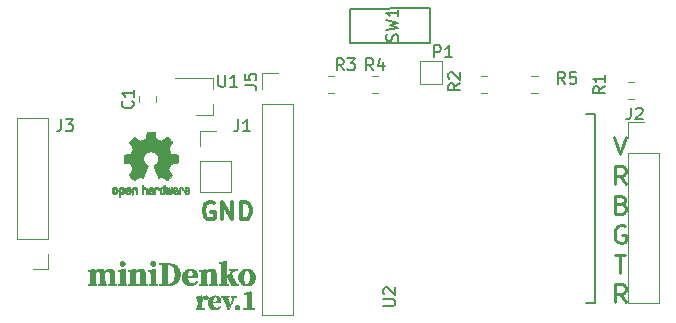
<source format=gbr>
G04 #@! TF.GenerationSoftware,KiCad,Pcbnew,5.0.1-33cea8e~66~ubuntu18.04.1*
G04 #@! TF.CreationDate,2019-09-26T22:02:42+09:00*
G04 #@! TF.ProjectId,minidenko,6D696E6964656E6B6F2E6B696361645F,rev?*
G04 #@! TF.SameCoordinates,Original*
G04 #@! TF.FileFunction,Legend,Top*
G04 #@! TF.FilePolarity,Positive*
%FSLAX46Y46*%
G04 Gerber Fmt 4.6, Leading zero omitted, Abs format (unit mm)*
G04 Created by KiCad (PCBNEW 5.0.1-33cea8e~66~ubuntu18.04.1) date 2019年09月26日 22時02分42秒*
%MOMM*%
%LPD*%
G01*
G04 APERTURE LIST*
%ADD10C,0.300000*%
%ADD11C,0.250000*%
%ADD12C,0.120000*%
%ADD13C,0.010000*%
%ADD14C,0.150000*%
%ADD15C,0.152400*%
G04 APERTURE END LIST*
D10*
X67107142Y-41500000D02*
X66964285Y-41428571D01*
X66750000Y-41428571D01*
X66535714Y-41500000D01*
X66392857Y-41642857D01*
X66321428Y-41785714D01*
X66250000Y-42071428D01*
X66250000Y-42285714D01*
X66321428Y-42571428D01*
X66392857Y-42714285D01*
X66535714Y-42857142D01*
X66750000Y-42928571D01*
X66892857Y-42928571D01*
X67107142Y-42857142D01*
X67178571Y-42785714D01*
X67178571Y-42285714D01*
X66892857Y-42285714D01*
X67821428Y-42928571D02*
X67821428Y-41428571D01*
X68678571Y-42928571D01*
X68678571Y-41428571D01*
X69392857Y-42928571D02*
X69392857Y-41428571D01*
X69750000Y-41428571D01*
X69964285Y-41500000D01*
X70107142Y-41642857D01*
X70178571Y-41785714D01*
X70250000Y-42071428D01*
X70250000Y-42285714D01*
X70178571Y-42571428D01*
X70107142Y-42714285D01*
X69964285Y-42857142D01*
X69750000Y-42928571D01*
X69392857Y-42928571D01*
D11*
X101000000Y-35928571D02*
X101500000Y-37428571D01*
X102000000Y-35928571D01*
X101964285Y-39928571D02*
X101464285Y-39214285D01*
X101107142Y-39928571D02*
X101107142Y-38428571D01*
X101678571Y-38428571D01*
X101821428Y-38500000D01*
X101892857Y-38571428D01*
X101964285Y-38714285D01*
X101964285Y-38928571D01*
X101892857Y-39071428D01*
X101821428Y-39142857D01*
X101678571Y-39214285D01*
X101107142Y-39214285D01*
X101607142Y-41642857D02*
X101821428Y-41714285D01*
X101892857Y-41785714D01*
X101964285Y-41928571D01*
X101964285Y-42142857D01*
X101892857Y-42285714D01*
X101821428Y-42357142D01*
X101678571Y-42428571D01*
X101107142Y-42428571D01*
X101107142Y-40928571D01*
X101607142Y-40928571D01*
X101750000Y-41000000D01*
X101821428Y-41071428D01*
X101892857Y-41214285D01*
X101892857Y-41357142D01*
X101821428Y-41500000D01*
X101750000Y-41571428D01*
X101607142Y-41642857D01*
X101107142Y-41642857D01*
X101892857Y-43500000D02*
X101750000Y-43428571D01*
X101535714Y-43428571D01*
X101321428Y-43500000D01*
X101178571Y-43642857D01*
X101107142Y-43785714D01*
X101035714Y-44071428D01*
X101035714Y-44285714D01*
X101107142Y-44571428D01*
X101178571Y-44714285D01*
X101321428Y-44857142D01*
X101535714Y-44928571D01*
X101678571Y-44928571D01*
X101892857Y-44857142D01*
X101964285Y-44785714D01*
X101964285Y-44285714D01*
X101678571Y-44285714D01*
X101071428Y-45928571D02*
X101928571Y-45928571D01*
X101500000Y-47428571D02*
X101500000Y-45928571D01*
X101964285Y-49928571D02*
X101464285Y-49214285D01*
X101107142Y-49928571D02*
X101107142Y-48428571D01*
X101678571Y-48428571D01*
X101821428Y-48500000D01*
X101892857Y-48571428D01*
X101964285Y-48714285D01*
X101964285Y-48928571D01*
X101892857Y-49071428D01*
X101821428Y-49142857D01*
X101678571Y-49214285D01*
X101107142Y-49214285D01*
D12*
G04 #@! TO.C,J3*
X53080000Y-34335000D02*
X50420000Y-34335000D01*
X53080000Y-44555000D02*
X53080000Y-34335000D01*
X50420000Y-44555000D02*
X50420000Y-34335000D01*
X53080000Y-44555000D02*
X50420000Y-44555000D01*
X53080000Y-45825000D02*
X53080000Y-47155000D01*
X53080000Y-47155000D02*
X51750000Y-47155000D01*
D13*
G04 #@! TO.C,G1*
G36*
X61984754Y-46454230D02*
X62027553Y-46468605D01*
X62066208Y-46491297D01*
X62098786Y-46522172D01*
X62108499Y-46535037D01*
X62131380Y-46577957D01*
X62143099Y-46622680D01*
X62143825Y-46667706D01*
X62133730Y-46711540D01*
X62112985Y-46752681D01*
X62081761Y-46789634D01*
X62079127Y-46792080D01*
X62042116Y-46818300D01*
X61998839Y-46836338D01*
X61952085Y-46845601D01*
X61904642Y-46845497D01*
X61865457Y-46837477D01*
X61818990Y-46817060D01*
X61779617Y-46787265D01*
X61747908Y-46748567D01*
X61738280Y-46732173D01*
X61731870Y-46718346D01*
X61727870Y-46703812D01*
X61725754Y-46685255D01*
X61724995Y-46659359D01*
X61724953Y-46648163D01*
X61726295Y-46611317D01*
X61731248Y-46582375D01*
X61741203Y-46557637D01*
X61757553Y-46533403D01*
X61776223Y-46511836D01*
X61810759Y-46482601D01*
X61850813Y-46462358D01*
X61894452Y-46450972D01*
X61939743Y-46448307D01*
X61984754Y-46454230D01*
X61984754Y-46454230D01*
G37*
X61984754Y-46454230D02*
X62027553Y-46468605D01*
X62066208Y-46491297D01*
X62098786Y-46522172D01*
X62108499Y-46535037D01*
X62131380Y-46577957D01*
X62143099Y-46622680D01*
X62143825Y-46667706D01*
X62133730Y-46711540D01*
X62112985Y-46752681D01*
X62081761Y-46789634D01*
X62079127Y-46792080D01*
X62042116Y-46818300D01*
X61998839Y-46836338D01*
X61952085Y-46845601D01*
X61904642Y-46845497D01*
X61865457Y-46837477D01*
X61818990Y-46817060D01*
X61779617Y-46787265D01*
X61747908Y-46748567D01*
X61738280Y-46732173D01*
X61731870Y-46718346D01*
X61727870Y-46703812D01*
X61725754Y-46685255D01*
X61724995Y-46659359D01*
X61724953Y-46648163D01*
X61726295Y-46611317D01*
X61731248Y-46582375D01*
X61741203Y-46557637D01*
X61757553Y-46533403D01*
X61776223Y-46511836D01*
X61810759Y-46482601D01*
X61850813Y-46462358D01*
X61894452Y-46450972D01*
X61939743Y-46448307D01*
X61984754Y-46454230D01*
G36*
X59401206Y-46457617D02*
X59441093Y-46472975D01*
X59477007Y-46495977D01*
X59507390Y-46526583D01*
X59530685Y-46564752D01*
X59536101Y-46577787D01*
X59547491Y-46623974D01*
X59547759Y-46669730D01*
X59537538Y-46713471D01*
X59517462Y-46753611D01*
X59488165Y-46788568D01*
X59450283Y-46816755D01*
X59437766Y-46823444D01*
X59416387Y-46833196D01*
X59397779Y-46839223D01*
X59377338Y-46842570D01*
X59350459Y-46844280D01*
X59345042Y-46844479D01*
X59312651Y-46844699D01*
X59287816Y-46842477D01*
X59266449Y-46837375D01*
X59260754Y-46835450D01*
X59216894Y-46814069D01*
X59180409Y-46783670D01*
X59150840Y-46743836D01*
X59142199Y-46727907D01*
X59129169Y-46689773D01*
X59124919Y-46647453D01*
X59129464Y-46604679D01*
X59141691Y-46567545D01*
X59165746Y-46528261D01*
X59196738Y-46496905D01*
X59233108Y-46473435D01*
X59273299Y-46457812D01*
X59315751Y-46449995D01*
X59358906Y-46449943D01*
X59401206Y-46457617D01*
X59401206Y-46457617D01*
G37*
X59401206Y-46457617D02*
X59441093Y-46472975D01*
X59477007Y-46495977D01*
X59507390Y-46526583D01*
X59530685Y-46564752D01*
X59536101Y-46577787D01*
X59547491Y-46623974D01*
X59547759Y-46669730D01*
X59537538Y-46713471D01*
X59517462Y-46753611D01*
X59488165Y-46788568D01*
X59450283Y-46816755D01*
X59437766Y-46823444D01*
X59416387Y-46833196D01*
X59397779Y-46839223D01*
X59377338Y-46842570D01*
X59350459Y-46844280D01*
X59345042Y-46844479D01*
X59312651Y-46844699D01*
X59287816Y-46842477D01*
X59266449Y-46837375D01*
X59260754Y-46835450D01*
X59216894Y-46814069D01*
X59180409Y-46783670D01*
X59150840Y-46743836D01*
X59142199Y-46727907D01*
X59129169Y-46689773D01*
X59124919Y-46647453D01*
X59129464Y-46604679D01*
X59141691Y-46567545D01*
X59165746Y-46528261D01*
X59196738Y-46496905D01*
X59233108Y-46473435D01*
X59273299Y-46457812D01*
X59315751Y-46449995D01*
X59358906Y-46449943D01*
X59401206Y-46457617D01*
G36*
X68111974Y-46451092D02*
X68116835Y-46452854D01*
X68119132Y-46454099D01*
X68134740Y-46463320D01*
X68132357Y-47108044D01*
X68129973Y-47752768D01*
X68202881Y-47681808D01*
X68230330Y-47655118D01*
X68263549Y-47622855D01*
X68299816Y-47587662D01*
X68336409Y-47552178D01*
X68370608Y-47519046D01*
X68373328Y-47516412D01*
X68431573Y-47459935D01*
X68483841Y-47409078D01*
X68529798Y-47364173D01*
X68569112Y-47325548D01*
X68601449Y-47293532D01*
X68626476Y-47268456D01*
X68643861Y-47250648D01*
X68653269Y-47240437D01*
X68654928Y-47237983D01*
X68648768Y-47236761D01*
X68632760Y-47234467D01*
X68608796Y-47231350D01*
X68578767Y-47227656D01*
X68547153Y-47223930D01*
X68504315Y-47219059D01*
X68471774Y-47215272D01*
X68448130Y-47212007D01*
X68431980Y-47208703D01*
X68421923Y-47204797D01*
X68416558Y-47199729D01*
X68414484Y-47192938D01*
X68414298Y-47183860D01*
X68414601Y-47171935D01*
X68414604Y-47170818D01*
X68414604Y-47135489D01*
X69052558Y-47135489D01*
X69052558Y-47170461D01*
X69052760Y-47182810D01*
X69052425Y-47192233D01*
X69050143Y-47199271D01*
X69044503Y-47204464D01*
X69034093Y-47208355D01*
X69017503Y-47211483D01*
X68993321Y-47214389D01*
X68960136Y-47217615D01*
X68919651Y-47221404D01*
X68877953Y-47225709D01*
X68846804Y-47229765D01*
X68824944Y-47233789D01*
X68811118Y-47237995D01*
X68806002Y-47240807D01*
X68796767Y-47248435D01*
X68780834Y-47262388D01*
X68759458Y-47281510D01*
X68733890Y-47304644D01*
X68705385Y-47330636D01*
X68675194Y-47358328D01*
X68644571Y-47386564D01*
X68614768Y-47414187D01*
X68587039Y-47440043D01*
X68562636Y-47462974D01*
X68542813Y-47481825D01*
X68528821Y-47495439D01*
X68521914Y-47502660D01*
X68521403Y-47503445D01*
X68523956Y-47509064D01*
X68531397Y-47524259D01*
X68543247Y-47548082D01*
X68559024Y-47579586D01*
X68578247Y-47617824D01*
X68600436Y-47661848D01*
X68625109Y-47710712D01*
X68651786Y-47763467D01*
X68679986Y-47819166D01*
X68709228Y-47876862D01*
X68739031Y-47935608D01*
X68768914Y-47994456D01*
X68798397Y-48052459D01*
X68826997Y-48108669D01*
X68854236Y-48162140D01*
X68879631Y-48211924D01*
X68902702Y-48257074D01*
X68922968Y-48296641D01*
X68939948Y-48329680D01*
X68953161Y-48355242D01*
X68962127Y-48372380D01*
X68966364Y-48380148D01*
X68966600Y-48380491D01*
X68972679Y-48381786D01*
X68988291Y-48384229D01*
X69011245Y-48387500D01*
X69039352Y-48391278D01*
X69047250Y-48392305D01*
X69126395Y-48402535D01*
X69128154Y-48439454D01*
X69129912Y-48476373D01*
X68859386Y-48476306D01*
X68588860Y-48476240D01*
X68241832Y-47756020D01*
X68228328Y-47766643D01*
X68218120Y-47775270D01*
X68202002Y-47789553D01*
X68182684Y-47807073D01*
X68172466Y-47816482D01*
X68130109Y-47855698D01*
X68132066Y-48118292D01*
X68132546Y-48172861D01*
X68133136Y-48223744D01*
X68133811Y-48269733D01*
X68134547Y-48309624D01*
X68135319Y-48342208D01*
X68136104Y-48366279D01*
X68136876Y-48380631D01*
X68137423Y-48384281D01*
X68144278Y-48386088D01*
X68160560Y-48388583D01*
X68183923Y-48391452D01*
X68212022Y-48394383D01*
X68215690Y-48394732D01*
X68290558Y-48401788D01*
X68290558Y-48476373D01*
X67564000Y-48476373D01*
X67564000Y-48401592D01*
X67644986Y-48394422D01*
X67674670Y-48391596D01*
X67699941Y-48388815D01*
X67718559Y-48386353D01*
X67728290Y-48384486D01*
X67729130Y-48384095D01*
X67729508Y-48377928D01*
X67729902Y-48360600D01*
X67730308Y-48332766D01*
X67730722Y-48295079D01*
X67731140Y-48248192D01*
X67731558Y-48192760D01*
X67731972Y-48129435D01*
X67732378Y-48058871D01*
X67732772Y-47981722D01*
X67733150Y-47898641D01*
X67733508Y-47810283D01*
X67733842Y-47717300D01*
X67734149Y-47620346D01*
X67734424Y-47520075D01*
X67734454Y-47507774D01*
X67734745Y-47389132D01*
X67734997Y-47281741D01*
X67735203Y-47185040D01*
X67735358Y-47098466D01*
X67735456Y-47021457D01*
X67735492Y-46953450D01*
X67735460Y-46893883D01*
X67735355Y-46842194D01*
X67735170Y-46797821D01*
X67734900Y-46760201D01*
X67734540Y-46728772D01*
X67734083Y-46702972D01*
X67733524Y-46682239D01*
X67732858Y-46666009D01*
X67732079Y-46653722D01*
X67731180Y-46644814D01*
X67730157Y-46638724D01*
X67729003Y-46634888D01*
X67727714Y-46632746D01*
X67726283Y-46631733D01*
X67725624Y-46631506D01*
X67715889Y-46629858D01*
X67696903Y-46627512D01*
X67671187Y-46624753D01*
X67641264Y-46621862D01*
X67633407Y-46621151D01*
X67552186Y-46613901D01*
X67552186Y-46551536D01*
X67583197Y-46545216D01*
X67595643Y-46542747D01*
X67618285Y-46538325D01*
X67649716Y-46532221D01*
X67688530Y-46524708D01*
X67733320Y-46516059D01*
X67782679Y-46506544D01*
X67835202Y-46496437D01*
X67858866Y-46491888D01*
X67918752Y-46480409D01*
X67968140Y-46471039D01*
X68008126Y-46463616D01*
X68039805Y-46457984D01*
X68064275Y-46453981D01*
X68082630Y-46451450D01*
X68095968Y-46450231D01*
X68105384Y-46450164D01*
X68111974Y-46451092D01*
X68111974Y-46451092D01*
G37*
X68111974Y-46451092D02*
X68116835Y-46452854D01*
X68119132Y-46454099D01*
X68134740Y-46463320D01*
X68132357Y-47108044D01*
X68129973Y-47752768D01*
X68202881Y-47681808D01*
X68230330Y-47655118D01*
X68263549Y-47622855D01*
X68299816Y-47587662D01*
X68336409Y-47552178D01*
X68370608Y-47519046D01*
X68373328Y-47516412D01*
X68431573Y-47459935D01*
X68483841Y-47409078D01*
X68529798Y-47364173D01*
X68569112Y-47325548D01*
X68601449Y-47293532D01*
X68626476Y-47268456D01*
X68643861Y-47250648D01*
X68653269Y-47240437D01*
X68654928Y-47237983D01*
X68648768Y-47236761D01*
X68632760Y-47234467D01*
X68608796Y-47231350D01*
X68578767Y-47227656D01*
X68547153Y-47223930D01*
X68504315Y-47219059D01*
X68471774Y-47215272D01*
X68448130Y-47212007D01*
X68431980Y-47208703D01*
X68421923Y-47204797D01*
X68416558Y-47199729D01*
X68414484Y-47192938D01*
X68414298Y-47183860D01*
X68414601Y-47171935D01*
X68414604Y-47170818D01*
X68414604Y-47135489D01*
X69052558Y-47135489D01*
X69052558Y-47170461D01*
X69052760Y-47182810D01*
X69052425Y-47192233D01*
X69050143Y-47199271D01*
X69044503Y-47204464D01*
X69034093Y-47208355D01*
X69017503Y-47211483D01*
X68993321Y-47214389D01*
X68960136Y-47217615D01*
X68919651Y-47221404D01*
X68877953Y-47225709D01*
X68846804Y-47229765D01*
X68824944Y-47233789D01*
X68811118Y-47237995D01*
X68806002Y-47240807D01*
X68796767Y-47248435D01*
X68780834Y-47262388D01*
X68759458Y-47281510D01*
X68733890Y-47304644D01*
X68705385Y-47330636D01*
X68675194Y-47358328D01*
X68644571Y-47386564D01*
X68614768Y-47414187D01*
X68587039Y-47440043D01*
X68562636Y-47462974D01*
X68542813Y-47481825D01*
X68528821Y-47495439D01*
X68521914Y-47502660D01*
X68521403Y-47503445D01*
X68523956Y-47509064D01*
X68531397Y-47524259D01*
X68543247Y-47548082D01*
X68559024Y-47579586D01*
X68578247Y-47617824D01*
X68600436Y-47661848D01*
X68625109Y-47710712D01*
X68651786Y-47763467D01*
X68679986Y-47819166D01*
X68709228Y-47876862D01*
X68739031Y-47935608D01*
X68768914Y-47994456D01*
X68798397Y-48052459D01*
X68826997Y-48108669D01*
X68854236Y-48162140D01*
X68879631Y-48211924D01*
X68902702Y-48257074D01*
X68922968Y-48296641D01*
X68939948Y-48329680D01*
X68953161Y-48355242D01*
X68962127Y-48372380D01*
X68966364Y-48380148D01*
X68966600Y-48380491D01*
X68972679Y-48381786D01*
X68988291Y-48384229D01*
X69011245Y-48387500D01*
X69039352Y-48391278D01*
X69047250Y-48392305D01*
X69126395Y-48402535D01*
X69128154Y-48439454D01*
X69129912Y-48476373D01*
X68859386Y-48476306D01*
X68588860Y-48476240D01*
X68241832Y-47756020D01*
X68228328Y-47766643D01*
X68218120Y-47775270D01*
X68202002Y-47789553D01*
X68182684Y-47807073D01*
X68172466Y-47816482D01*
X68130109Y-47855698D01*
X68132066Y-48118292D01*
X68132546Y-48172861D01*
X68133136Y-48223744D01*
X68133811Y-48269733D01*
X68134547Y-48309624D01*
X68135319Y-48342208D01*
X68136104Y-48366279D01*
X68136876Y-48380631D01*
X68137423Y-48384281D01*
X68144278Y-48386088D01*
X68160560Y-48388583D01*
X68183923Y-48391452D01*
X68212022Y-48394383D01*
X68215690Y-48394732D01*
X68290558Y-48401788D01*
X68290558Y-48476373D01*
X67564000Y-48476373D01*
X67564000Y-48401592D01*
X67644986Y-48394422D01*
X67674670Y-48391596D01*
X67699941Y-48388815D01*
X67718559Y-48386353D01*
X67728290Y-48384486D01*
X67729130Y-48384095D01*
X67729508Y-48377928D01*
X67729902Y-48360600D01*
X67730308Y-48332766D01*
X67730722Y-48295079D01*
X67731140Y-48248192D01*
X67731558Y-48192760D01*
X67731972Y-48129435D01*
X67732378Y-48058871D01*
X67732772Y-47981722D01*
X67733150Y-47898641D01*
X67733508Y-47810283D01*
X67733842Y-47717300D01*
X67734149Y-47620346D01*
X67734424Y-47520075D01*
X67734454Y-47507774D01*
X67734745Y-47389132D01*
X67734997Y-47281741D01*
X67735203Y-47185040D01*
X67735358Y-47098466D01*
X67735456Y-47021457D01*
X67735492Y-46953450D01*
X67735460Y-46893883D01*
X67735355Y-46842194D01*
X67735170Y-46797821D01*
X67734900Y-46760201D01*
X67734540Y-46728772D01*
X67734083Y-46702972D01*
X67733524Y-46682239D01*
X67732858Y-46666009D01*
X67732079Y-46653722D01*
X67731180Y-46644814D01*
X67730157Y-46638724D01*
X67729003Y-46634888D01*
X67727714Y-46632746D01*
X67726283Y-46631733D01*
X67725624Y-46631506D01*
X67715889Y-46629858D01*
X67696903Y-46627512D01*
X67671187Y-46624753D01*
X67641264Y-46621862D01*
X67633407Y-46621151D01*
X67552186Y-46613901D01*
X67552186Y-46551536D01*
X67583197Y-46545216D01*
X67595643Y-46542747D01*
X67618285Y-46538325D01*
X67649716Y-46532221D01*
X67688530Y-46524708D01*
X67733320Y-46516059D01*
X67782679Y-46506544D01*
X67835202Y-46496437D01*
X67858866Y-46491888D01*
X67918752Y-46480409D01*
X67968140Y-46471039D01*
X68008126Y-46463616D01*
X68039805Y-46457984D01*
X68064275Y-46453981D01*
X68082630Y-46451450D01*
X68095968Y-46450231D01*
X68105384Y-46450164D01*
X68111974Y-46451092D01*
G36*
X66370995Y-47106099D02*
X66377572Y-47111580D01*
X66382692Y-47118550D01*
X66386656Y-47128621D01*
X66389764Y-47143403D01*
X66392317Y-47164509D01*
X66394617Y-47193549D01*
X66396963Y-47232136D01*
X66397986Y-47250675D01*
X66399678Y-47278544D01*
X66401440Y-47302020D01*
X66403062Y-47318633D01*
X66404336Y-47325913D01*
X66409173Y-47323664D01*
X66420563Y-47314371D01*
X66436851Y-47299486D01*
X66456381Y-47280463D01*
X66458220Y-47278619D01*
X66514549Y-47226082D01*
X66569523Y-47183556D01*
X66625168Y-47149731D01*
X66683508Y-47123299D01*
X66716348Y-47111797D01*
X66750044Y-47103858D01*
X66791640Y-47098298D01*
X66837440Y-47095261D01*
X66883744Y-47094888D01*
X66926853Y-47097323D01*
X66961488Y-47102366D01*
X67022604Y-47120910D01*
X67077394Y-47149316D01*
X67125584Y-47187299D01*
X67166898Y-47234574D01*
X67201062Y-47290856D01*
X67227799Y-47355860D01*
X67237410Y-47388167D01*
X67252667Y-47445605D01*
X67257427Y-47914689D01*
X67258404Y-48006282D01*
X67259367Y-48086587D01*
X67260328Y-48156128D01*
X67261300Y-48215433D01*
X67262297Y-48265027D01*
X67263331Y-48305434D01*
X67264415Y-48337182D01*
X67265563Y-48360795D01*
X67266788Y-48376799D01*
X67268102Y-48385719D01*
X67269129Y-48388063D01*
X67277538Y-48390130D01*
X67295072Y-48392474D01*
X67319058Y-48394789D01*
X67343244Y-48396550D01*
X67410418Y-48400747D01*
X67410418Y-48476373D01*
X66701581Y-48476373D01*
X66701581Y-48401389D01*
X66776483Y-48394498D01*
X66804857Y-48391749D01*
X66828635Y-48389180D01*
X66845529Y-48387059D01*
X66853246Y-48385653D01*
X66853458Y-48385535D01*
X66853845Y-48379438D01*
X66854307Y-48362462D01*
X66854831Y-48335545D01*
X66855405Y-48299620D01*
X66856016Y-48255623D01*
X66856652Y-48204490D01*
X66857301Y-48147157D01*
X66857950Y-48084558D01*
X66858588Y-48017630D01*
X66859129Y-47955882D01*
X66859843Y-47864575D01*
X66860330Y-47784254D01*
X66860560Y-47714091D01*
X66860504Y-47653260D01*
X66860130Y-47600935D01*
X66859408Y-47556288D01*
X66858308Y-47518494D01*
X66856799Y-47486724D01*
X66854852Y-47460153D01*
X66852436Y-47437954D01*
X66849520Y-47419300D01*
X66846075Y-47403364D01*
X66842070Y-47389319D01*
X66837921Y-47377508D01*
X66818784Y-47338726D01*
X66794241Y-47310146D01*
X66763288Y-47291007D01*
X66724917Y-47280546D01*
X66707391Y-47278630D01*
X66658482Y-47280446D01*
X66607199Y-47292929D01*
X66555383Y-47314908D01*
X66533879Y-47326886D01*
X66508323Y-47342858D01*
X66481307Y-47361002D01*
X66455424Y-47379493D01*
X66433266Y-47396510D01*
X66417426Y-47410230D01*
X66412781Y-47415167D01*
X66411284Y-47418453D01*
X66410009Y-47424866D01*
X66408949Y-47435133D01*
X66408100Y-47449979D01*
X66407455Y-47470133D01*
X66407010Y-47496321D01*
X66406757Y-47529270D01*
X66406693Y-47569706D01*
X66406810Y-47618357D01*
X66407103Y-47675950D01*
X66407566Y-47743210D01*
X66408194Y-47820866D01*
X66408939Y-47905007D01*
X66409899Y-48002124D01*
X66410908Y-48088767D01*
X66411963Y-48164770D01*
X66413062Y-48229971D01*
X66414200Y-48284206D01*
X66415374Y-48327311D01*
X66416580Y-48359121D01*
X66417815Y-48379474D01*
X66419076Y-48388206D01*
X66419300Y-48388528D01*
X66427350Y-48390404D01*
X66444499Y-48392605D01*
X66468052Y-48394826D01*
X66489595Y-48396409D01*
X66553907Y-48400578D01*
X66553907Y-48476373D01*
X65845069Y-48476373D01*
X65845069Y-48401206D01*
X65896755Y-48397165D01*
X65925062Y-48394823D01*
X65953224Y-48392280D01*
X65975960Y-48390016D01*
X65979453Y-48389633D01*
X66010465Y-48386141D01*
X66009947Y-47886338D01*
X66009823Y-47809797D01*
X66009615Y-47736137D01*
X66009332Y-47666287D01*
X66008981Y-47601176D01*
X66008570Y-47541734D01*
X66008107Y-47488888D01*
X66007600Y-47443568D01*
X66007056Y-47406702D01*
X66006484Y-47379219D01*
X66005890Y-47362048D01*
X66005517Y-47357000D01*
X66001604Y-47327466D01*
X65913000Y-47317715D01*
X65882103Y-47314288D01*
X65855699Y-47311309D01*
X65835856Y-47309015D01*
X65824644Y-47307644D01*
X65822918Y-47307377D01*
X65822066Y-47301706D01*
X65821532Y-47287893D01*
X65821442Y-47277897D01*
X65822183Y-47260098D01*
X65825336Y-47250682D01*
X65832292Y-47246263D01*
X65834732Y-47245556D01*
X65843041Y-47243226D01*
X65861475Y-47237943D01*
X65888818Y-47230059D01*
X65923853Y-47219927D01*
X65965365Y-47207898D01*
X66012136Y-47194324D01*
X66062950Y-47179558D01*
X66101442Y-47168361D01*
X66354862Y-47094612D01*
X66370995Y-47106099D01*
X66370995Y-47106099D01*
G37*
X66370995Y-47106099D02*
X66377572Y-47111580D01*
X66382692Y-47118550D01*
X66386656Y-47128621D01*
X66389764Y-47143403D01*
X66392317Y-47164509D01*
X66394617Y-47193549D01*
X66396963Y-47232136D01*
X66397986Y-47250675D01*
X66399678Y-47278544D01*
X66401440Y-47302020D01*
X66403062Y-47318633D01*
X66404336Y-47325913D01*
X66409173Y-47323664D01*
X66420563Y-47314371D01*
X66436851Y-47299486D01*
X66456381Y-47280463D01*
X66458220Y-47278619D01*
X66514549Y-47226082D01*
X66569523Y-47183556D01*
X66625168Y-47149731D01*
X66683508Y-47123299D01*
X66716348Y-47111797D01*
X66750044Y-47103858D01*
X66791640Y-47098298D01*
X66837440Y-47095261D01*
X66883744Y-47094888D01*
X66926853Y-47097323D01*
X66961488Y-47102366D01*
X67022604Y-47120910D01*
X67077394Y-47149316D01*
X67125584Y-47187299D01*
X67166898Y-47234574D01*
X67201062Y-47290856D01*
X67227799Y-47355860D01*
X67237410Y-47388167D01*
X67252667Y-47445605D01*
X67257427Y-47914689D01*
X67258404Y-48006282D01*
X67259367Y-48086587D01*
X67260328Y-48156128D01*
X67261300Y-48215433D01*
X67262297Y-48265027D01*
X67263331Y-48305434D01*
X67264415Y-48337182D01*
X67265563Y-48360795D01*
X67266788Y-48376799D01*
X67268102Y-48385719D01*
X67269129Y-48388063D01*
X67277538Y-48390130D01*
X67295072Y-48392474D01*
X67319058Y-48394789D01*
X67343244Y-48396550D01*
X67410418Y-48400747D01*
X67410418Y-48476373D01*
X66701581Y-48476373D01*
X66701581Y-48401389D01*
X66776483Y-48394498D01*
X66804857Y-48391749D01*
X66828635Y-48389180D01*
X66845529Y-48387059D01*
X66853246Y-48385653D01*
X66853458Y-48385535D01*
X66853845Y-48379438D01*
X66854307Y-48362462D01*
X66854831Y-48335545D01*
X66855405Y-48299620D01*
X66856016Y-48255623D01*
X66856652Y-48204490D01*
X66857301Y-48147157D01*
X66857950Y-48084558D01*
X66858588Y-48017630D01*
X66859129Y-47955882D01*
X66859843Y-47864575D01*
X66860330Y-47784254D01*
X66860560Y-47714091D01*
X66860504Y-47653260D01*
X66860130Y-47600935D01*
X66859408Y-47556288D01*
X66858308Y-47518494D01*
X66856799Y-47486724D01*
X66854852Y-47460153D01*
X66852436Y-47437954D01*
X66849520Y-47419300D01*
X66846075Y-47403364D01*
X66842070Y-47389319D01*
X66837921Y-47377508D01*
X66818784Y-47338726D01*
X66794241Y-47310146D01*
X66763288Y-47291007D01*
X66724917Y-47280546D01*
X66707391Y-47278630D01*
X66658482Y-47280446D01*
X66607199Y-47292929D01*
X66555383Y-47314908D01*
X66533879Y-47326886D01*
X66508323Y-47342858D01*
X66481307Y-47361002D01*
X66455424Y-47379493D01*
X66433266Y-47396510D01*
X66417426Y-47410230D01*
X66412781Y-47415167D01*
X66411284Y-47418453D01*
X66410009Y-47424866D01*
X66408949Y-47435133D01*
X66408100Y-47449979D01*
X66407455Y-47470133D01*
X66407010Y-47496321D01*
X66406757Y-47529270D01*
X66406693Y-47569706D01*
X66406810Y-47618357D01*
X66407103Y-47675950D01*
X66407566Y-47743210D01*
X66408194Y-47820866D01*
X66408939Y-47905007D01*
X66409899Y-48002124D01*
X66410908Y-48088767D01*
X66411963Y-48164770D01*
X66413062Y-48229971D01*
X66414200Y-48284206D01*
X66415374Y-48327311D01*
X66416580Y-48359121D01*
X66417815Y-48379474D01*
X66419076Y-48388206D01*
X66419300Y-48388528D01*
X66427350Y-48390404D01*
X66444499Y-48392605D01*
X66468052Y-48394826D01*
X66489595Y-48396409D01*
X66553907Y-48400578D01*
X66553907Y-48476373D01*
X65845069Y-48476373D01*
X65845069Y-48401206D01*
X65896755Y-48397165D01*
X65925062Y-48394823D01*
X65953224Y-48392280D01*
X65975960Y-48390016D01*
X65979453Y-48389633D01*
X66010465Y-48386141D01*
X66009947Y-47886338D01*
X66009823Y-47809797D01*
X66009615Y-47736137D01*
X66009332Y-47666287D01*
X66008981Y-47601176D01*
X66008570Y-47541734D01*
X66008107Y-47488888D01*
X66007600Y-47443568D01*
X66007056Y-47406702D01*
X66006484Y-47379219D01*
X66005890Y-47362048D01*
X66005517Y-47357000D01*
X66001604Y-47327466D01*
X65913000Y-47317715D01*
X65882103Y-47314288D01*
X65855699Y-47311309D01*
X65835856Y-47309015D01*
X65824644Y-47307644D01*
X65822918Y-47307377D01*
X65822066Y-47301706D01*
X65821532Y-47287893D01*
X65821442Y-47277897D01*
X65822183Y-47260098D01*
X65825336Y-47250682D01*
X65832292Y-47246263D01*
X65834732Y-47245556D01*
X65843041Y-47243226D01*
X65861475Y-47237943D01*
X65888818Y-47230059D01*
X65923853Y-47219927D01*
X65965365Y-47207898D01*
X66012136Y-47194324D01*
X66062950Y-47179558D01*
X66101442Y-47168361D01*
X66354862Y-47094612D01*
X66370995Y-47106099D01*
G36*
X62979929Y-46639393D02*
X63060480Y-46639659D01*
X63134416Y-46640090D01*
X63200993Y-46640677D01*
X63259465Y-46641412D01*
X63309087Y-46642284D01*
X63349112Y-46643284D01*
X63378797Y-46644403D01*
X63397078Y-46645601D01*
X63507010Y-46661237D01*
X63610052Y-46685893D01*
X63705932Y-46719361D01*
X63794379Y-46761435D01*
X63875121Y-46811906D01*
X63947884Y-46870569D01*
X64012398Y-46937215D01*
X64068391Y-47011637D01*
X64115591Y-47093628D01*
X64153725Y-47182981D01*
X64170686Y-47235019D01*
X64192949Y-47328705D01*
X64207091Y-47428281D01*
X64213012Y-47530959D01*
X64210609Y-47633954D01*
X64199782Y-47734479D01*
X64190705Y-47785256D01*
X64164819Y-47884188D01*
X64129340Y-47976403D01*
X64084557Y-48061649D01*
X64030765Y-48139679D01*
X63968253Y-48210242D01*
X63897315Y-48273089D01*
X63818242Y-48327970D01*
X63731325Y-48374635D01*
X63636856Y-48412836D01*
X63535128Y-48442322D01*
X63426432Y-48462844D01*
X63393542Y-48467095D01*
X63375775Y-48468944D01*
X63355896Y-48470541D01*
X63332980Y-48471902D01*
X63306106Y-48473046D01*
X63274350Y-48473988D01*
X63236789Y-48474746D01*
X63192501Y-48475336D01*
X63140563Y-48475775D01*
X63080051Y-48476080D01*
X63010043Y-48476268D01*
X62929616Y-48476354D01*
X62884197Y-48476365D01*
X62454465Y-48476373D01*
X62454465Y-48435024D01*
X62454734Y-48413366D01*
X62456090Y-48400934D01*
X62459357Y-48395142D01*
X62465358Y-48393404D01*
X62467755Y-48393288D01*
X62477953Y-48392574D01*
X62497603Y-48390848D01*
X62524407Y-48388324D01*
X62556066Y-48385217D01*
X62578511Y-48382951D01*
X62675976Y-48373000D01*
X62679576Y-48198745D01*
X62680164Y-48163996D01*
X62680722Y-48118825D01*
X62681243Y-48064623D01*
X62681718Y-48002781D01*
X62682140Y-47934693D01*
X62682500Y-47861748D01*
X62682792Y-47785338D01*
X62683007Y-47706856D01*
X62683137Y-47627692D01*
X62683173Y-47560518D01*
X63098449Y-47560518D01*
X63098491Y-47648068D01*
X63098609Y-47734418D01*
X63098805Y-47818386D01*
X63099078Y-47898789D01*
X63099427Y-47974443D01*
X63099854Y-48044166D01*
X63100357Y-48106775D01*
X63100937Y-48161086D01*
X63101594Y-48205918D01*
X63102246Y-48236971D01*
X63106167Y-48389346D01*
X63204141Y-48386140D01*
X63251317Y-48384049D01*
X63289205Y-48381043D01*
X63320314Y-48376852D01*
X63347153Y-48371211D01*
X63349372Y-48370643D01*
X63420042Y-48346251D01*
X63486109Y-48311392D01*
X63546524Y-48266863D01*
X63600238Y-48213465D01*
X63646199Y-48151995D01*
X63654709Y-48138235D01*
X63693709Y-48063523D01*
X63725537Y-47981708D01*
X63750309Y-47892263D01*
X63768142Y-47794660D01*
X63779151Y-47688373D01*
X63783453Y-47572875D01*
X63783527Y-47554848D01*
X63780240Y-47436946D01*
X63770308Y-47328583D01*
X63753647Y-47229475D01*
X63730174Y-47139338D01*
X63699805Y-47057887D01*
X63662458Y-46984836D01*
X63618048Y-46919902D01*
X63586468Y-46883100D01*
X63549226Y-46846613D01*
X63511583Y-46817395D01*
X63468653Y-46791785D01*
X63455369Y-46784938D01*
X63422482Y-46769434D01*
X63391895Y-46757595D01*
X63361024Y-46748885D01*
X63327289Y-46742770D01*
X63288108Y-46738716D01*
X63240897Y-46736189D01*
X63215952Y-46735397D01*
X63106160Y-46732434D01*
X63102256Y-46879322D01*
X63101529Y-46913799D01*
X63100880Y-46958908D01*
X63100307Y-47013463D01*
X63099811Y-47076284D01*
X63099392Y-47146186D01*
X63099050Y-47221987D01*
X63098784Y-47302504D01*
X63098595Y-47386553D01*
X63098484Y-47472952D01*
X63098449Y-47560518D01*
X62683173Y-47560518D01*
X62683175Y-47557838D01*
X62683127Y-47479237D01*
X62682987Y-47400080D01*
X62682763Y-47321759D01*
X62682464Y-47245664D01*
X62682096Y-47173188D01*
X62681668Y-47105721D01*
X62681187Y-47044657D01*
X62680662Y-46991385D01*
X62680100Y-46947298D01*
X62679576Y-46916931D01*
X62675976Y-46742675D01*
X62572604Y-46732734D01*
X62538558Y-46729477D01*
X62508373Y-46726622D01*
X62484111Y-46724361D01*
X62467831Y-46722886D01*
X62461848Y-46722397D01*
X62457524Y-46717562D01*
X62455126Y-46702951D01*
X62454465Y-46680652D01*
X62454465Y-46639303D01*
X62893509Y-46639303D01*
X62979929Y-46639393D01*
X62979929Y-46639393D01*
G37*
X62979929Y-46639393D02*
X63060480Y-46639659D01*
X63134416Y-46640090D01*
X63200993Y-46640677D01*
X63259465Y-46641412D01*
X63309087Y-46642284D01*
X63349112Y-46643284D01*
X63378797Y-46644403D01*
X63397078Y-46645601D01*
X63507010Y-46661237D01*
X63610052Y-46685893D01*
X63705932Y-46719361D01*
X63794379Y-46761435D01*
X63875121Y-46811906D01*
X63947884Y-46870569D01*
X64012398Y-46937215D01*
X64068391Y-47011637D01*
X64115591Y-47093628D01*
X64153725Y-47182981D01*
X64170686Y-47235019D01*
X64192949Y-47328705D01*
X64207091Y-47428281D01*
X64213012Y-47530959D01*
X64210609Y-47633954D01*
X64199782Y-47734479D01*
X64190705Y-47785256D01*
X64164819Y-47884188D01*
X64129340Y-47976403D01*
X64084557Y-48061649D01*
X64030765Y-48139679D01*
X63968253Y-48210242D01*
X63897315Y-48273089D01*
X63818242Y-48327970D01*
X63731325Y-48374635D01*
X63636856Y-48412836D01*
X63535128Y-48442322D01*
X63426432Y-48462844D01*
X63393542Y-48467095D01*
X63375775Y-48468944D01*
X63355896Y-48470541D01*
X63332980Y-48471902D01*
X63306106Y-48473046D01*
X63274350Y-48473988D01*
X63236789Y-48474746D01*
X63192501Y-48475336D01*
X63140563Y-48475775D01*
X63080051Y-48476080D01*
X63010043Y-48476268D01*
X62929616Y-48476354D01*
X62884197Y-48476365D01*
X62454465Y-48476373D01*
X62454465Y-48435024D01*
X62454734Y-48413366D01*
X62456090Y-48400934D01*
X62459357Y-48395142D01*
X62465358Y-48393404D01*
X62467755Y-48393288D01*
X62477953Y-48392574D01*
X62497603Y-48390848D01*
X62524407Y-48388324D01*
X62556066Y-48385217D01*
X62578511Y-48382951D01*
X62675976Y-48373000D01*
X62679576Y-48198745D01*
X62680164Y-48163996D01*
X62680722Y-48118825D01*
X62681243Y-48064623D01*
X62681718Y-48002781D01*
X62682140Y-47934693D01*
X62682500Y-47861748D01*
X62682792Y-47785338D01*
X62683007Y-47706856D01*
X62683137Y-47627692D01*
X62683173Y-47560518D01*
X63098449Y-47560518D01*
X63098491Y-47648068D01*
X63098609Y-47734418D01*
X63098805Y-47818386D01*
X63099078Y-47898789D01*
X63099427Y-47974443D01*
X63099854Y-48044166D01*
X63100357Y-48106775D01*
X63100937Y-48161086D01*
X63101594Y-48205918D01*
X63102246Y-48236971D01*
X63106167Y-48389346D01*
X63204141Y-48386140D01*
X63251317Y-48384049D01*
X63289205Y-48381043D01*
X63320314Y-48376852D01*
X63347153Y-48371211D01*
X63349372Y-48370643D01*
X63420042Y-48346251D01*
X63486109Y-48311392D01*
X63546524Y-48266863D01*
X63600238Y-48213465D01*
X63646199Y-48151995D01*
X63654709Y-48138235D01*
X63693709Y-48063523D01*
X63725537Y-47981708D01*
X63750309Y-47892263D01*
X63768142Y-47794660D01*
X63779151Y-47688373D01*
X63783453Y-47572875D01*
X63783527Y-47554848D01*
X63780240Y-47436946D01*
X63770308Y-47328583D01*
X63753647Y-47229475D01*
X63730174Y-47139338D01*
X63699805Y-47057887D01*
X63662458Y-46984836D01*
X63618048Y-46919902D01*
X63586468Y-46883100D01*
X63549226Y-46846613D01*
X63511583Y-46817395D01*
X63468653Y-46791785D01*
X63455369Y-46784938D01*
X63422482Y-46769434D01*
X63391895Y-46757595D01*
X63361024Y-46748885D01*
X63327289Y-46742770D01*
X63288108Y-46738716D01*
X63240897Y-46736189D01*
X63215952Y-46735397D01*
X63106160Y-46732434D01*
X63102256Y-46879322D01*
X63101529Y-46913799D01*
X63100880Y-46958908D01*
X63100307Y-47013463D01*
X63099811Y-47076284D01*
X63099392Y-47146186D01*
X63099050Y-47221987D01*
X63098784Y-47302504D01*
X63098595Y-47386553D01*
X63098484Y-47472952D01*
X63098449Y-47560518D01*
X62683173Y-47560518D01*
X62683175Y-47557838D01*
X62683127Y-47479237D01*
X62682987Y-47400080D01*
X62682763Y-47321759D01*
X62682464Y-47245664D01*
X62682096Y-47173188D01*
X62681668Y-47105721D01*
X62681187Y-47044657D01*
X62680662Y-46991385D01*
X62680100Y-46947298D01*
X62679576Y-46916931D01*
X62675976Y-46742675D01*
X62572604Y-46732734D01*
X62538558Y-46729477D01*
X62508373Y-46726622D01*
X62484111Y-46724361D01*
X62467831Y-46722886D01*
X62461848Y-46722397D01*
X62457524Y-46717562D01*
X62455126Y-46702951D01*
X62454465Y-46680652D01*
X62454465Y-46639303D01*
X62893509Y-46639303D01*
X62979929Y-46639393D01*
G36*
X62131012Y-47106973D02*
X62148416Y-47119365D01*
X62143429Y-47279532D01*
X62142879Y-47302932D01*
X62142381Y-47335530D01*
X62141933Y-47376332D01*
X62141537Y-47424340D01*
X62141192Y-47478560D01*
X62140898Y-47537994D01*
X62140656Y-47601648D01*
X62140466Y-47668526D01*
X62140327Y-47737632D01*
X62140240Y-47807970D01*
X62140205Y-47878544D01*
X62140222Y-47948358D01*
X62140291Y-48016417D01*
X62140412Y-48081725D01*
X62140585Y-48143285D01*
X62140811Y-48200103D01*
X62141089Y-48251182D01*
X62141419Y-48295526D01*
X62141802Y-48332141D01*
X62142238Y-48360029D01*
X62142727Y-48378195D01*
X62143268Y-48385643D01*
X62143326Y-48385761D01*
X62149401Y-48386882D01*
X62164951Y-48388905D01*
X62187692Y-48391553D01*
X62215344Y-48394548D01*
X62218394Y-48394867D01*
X62292023Y-48402535D01*
X62293782Y-48439454D01*
X62295540Y-48476373D01*
X61574325Y-48476373D01*
X61574325Y-48401206D01*
X61626011Y-48397165D01*
X61654318Y-48394823D01*
X61682480Y-48392280D01*
X61705216Y-48390016D01*
X61708709Y-48389633D01*
X61739721Y-48386141D01*
X61739679Y-47892245D01*
X61739628Y-47815880D01*
X61739495Y-47742194D01*
X61739286Y-47672148D01*
X61739007Y-47606698D01*
X61738666Y-47546804D01*
X61738269Y-47493424D01*
X61737822Y-47447515D01*
X61737333Y-47410037D01*
X61736808Y-47381948D01*
X61736253Y-47364206D01*
X61735950Y-47359321D01*
X61732263Y-47320293D01*
X61663631Y-47313383D01*
X61624546Y-47309485D01*
X61595659Y-47306412D01*
X61575438Y-47303588D01*
X61562350Y-47300440D01*
X61554864Y-47296392D01*
X61551446Y-47290871D01*
X61550565Y-47283302D01*
X61550687Y-47273110D01*
X61550697Y-47271058D01*
X61551179Y-47253709D01*
X61554217Y-47244432D01*
X61562200Y-47239486D01*
X61572848Y-47236374D01*
X61583066Y-47233678D01*
X61603443Y-47228320D01*
X61632711Y-47220635D01*
X61669602Y-47210954D01*
X61712846Y-47199611D01*
X61761176Y-47186939D01*
X61813323Y-47173269D01*
X61854304Y-47162529D01*
X62113608Y-47094580D01*
X62131012Y-47106973D01*
X62131012Y-47106973D01*
G37*
X62131012Y-47106973D02*
X62148416Y-47119365D01*
X62143429Y-47279532D01*
X62142879Y-47302932D01*
X62142381Y-47335530D01*
X62141933Y-47376332D01*
X62141537Y-47424340D01*
X62141192Y-47478560D01*
X62140898Y-47537994D01*
X62140656Y-47601648D01*
X62140466Y-47668526D01*
X62140327Y-47737632D01*
X62140240Y-47807970D01*
X62140205Y-47878544D01*
X62140222Y-47948358D01*
X62140291Y-48016417D01*
X62140412Y-48081725D01*
X62140585Y-48143285D01*
X62140811Y-48200103D01*
X62141089Y-48251182D01*
X62141419Y-48295526D01*
X62141802Y-48332141D01*
X62142238Y-48360029D01*
X62142727Y-48378195D01*
X62143268Y-48385643D01*
X62143326Y-48385761D01*
X62149401Y-48386882D01*
X62164951Y-48388905D01*
X62187692Y-48391553D01*
X62215344Y-48394548D01*
X62218394Y-48394867D01*
X62292023Y-48402535D01*
X62293782Y-48439454D01*
X62295540Y-48476373D01*
X61574325Y-48476373D01*
X61574325Y-48401206D01*
X61626011Y-48397165D01*
X61654318Y-48394823D01*
X61682480Y-48392280D01*
X61705216Y-48390016D01*
X61708709Y-48389633D01*
X61739721Y-48386141D01*
X61739679Y-47892245D01*
X61739628Y-47815880D01*
X61739495Y-47742194D01*
X61739286Y-47672148D01*
X61739007Y-47606698D01*
X61738666Y-47546804D01*
X61738269Y-47493424D01*
X61737822Y-47447515D01*
X61737333Y-47410037D01*
X61736808Y-47381948D01*
X61736253Y-47364206D01*
X61735950Y-47359321D01*
X61732263Y-47320293D01*
X61663631Y-47313383D01*
X61624546Y-47309485D01*
X61595659Y-47306412D01*
X61575438Y-47303588D01*
X61562350Y-47300440D01*
X61554864Y-47296392D01*
X61551446Y-47290871D01*
X61550565Y-47283302D01*
X61550687Y-47273110D01*
X61550697Y-47271058D01*
X61551179Y-47253709D01*
X61554217Y-47244432D01*
X61562200Y-47239486D01*
X61572848Y-47236374D01*
X61583066Y-47233678D01*
X61603443Y-47228320D01*
X61632711Y-47220635D01*
X61669602Y-47210954D01*
X61712846Y-47199611D01*
X61761176Y-47186939D01*
X61813323Y-47173269D01*
X61854304Y-47162529D01*
X62113608Y-47094580D01*
X62131012Y-47106973D01*
G36*
X60933826Y-47097650D02*
X60966729Y-47102343D01*
X60968189Y-47102661D01*
X61029936Y-47122091D01*
X61085249Y-47151282D01*
X61133772Y-47189862D01*
X61175148Y-47237460D01*
X61209021Y-47293706D01*
X61235034Y-47358229D01*
X61243985Y-47389489D01*
X61246639Y-47400440D01*
X61248922Y-47411468D01*
X61250878Y-47423581D01*
X61252550Y-47437785D01*
X61253982Y-47455090D01*
X61255217Y-47476501D01*
X61256300Y-47503027D01*
X61257272Y-47535675D01*
X61258180Y-47575454D01*
X61259065Y-47623370D01*
X61259971Y-47680432D01*
X61260943Y-47747646D01*
X61261627Y-47797070D01*
X61262947Y-47893047D01*
X61264125Y-47977902D01*
X61265176Y-48052326D01*
X61266117Y-48117011D01*
X61266962Y-48172647D01*
X61267727Y-48219926D01*
X61268429Y-48259538D01*
X61269082Y-48292176D01*
X61269702Y-48318530D01*
X61270305Y-48339290D01*
X61270906Y-48355149D01*
X61271521Y-48366798D01*
X61272165Y-48374927D01*
X61272855Y-48380227D01*
X61273605Y-48383390D01*
X61274431Y-48385107D01*
X61274907Y-48385669D01*
X61282381Y-48388041D01*
X61299115Y-48390905D01*
X61322589Y-48393891D01*
X61348744Y-48396497D01*
X61417790Y-48402535D01*
X61421308Y-48476373D01*
X60706000Y-48476373D01*
X60706000Y-48401788D01*
X60780867Y-48394732D01*
X60809365Y-48391829D01*
X60833396Y-48388973D01*
X60850621Y-48386469D01*
X60858703Y-48384626D01*
X60858952Y-48384458D01*
X60859497Y-48378179D01*
X60860072Y-48361003D01*
X60860667Y-48333849D01*
X60861270Y-48297634D01*
X60861870Y-48253275D01*
X60862455Y-48201692D01*
X60863015Y-48143800D01*
X60863538Y-48080519D01*
X60864013Y-48012765D01*
X60864429Y-47941457D01*
X60864467Y-47934097D01*
X60864899Y-47844311D01*
X60865185Y-47765502D01*
X60865284Y-47696838D01*
X60865156Y-47637483D01*
X60864757Y-47586602D01*
X60864048Y-47543360D01*
X60862987Y-47506924D01*
X60861532Y-47476456D01*
X60859643Y-47451124D01*
X60857278Y-47430093D01*
X60854395Y-47412526D01*
X60850954Y-47397590D01*
X60846912Y-47384450D01*
X60842230Y-47372271D01*
X60836864Y-47360218D01*
X60835973Y-47358316D01*
X60814258Y-47324345D01*
X60785925Y-47299584D01*
X60751678Y-47283968D01*
X60712217Y-47277435D01*
X60668246Y-47279921D01*
X60620466Y-47291360D01*
X60569579Y-47311690D01*
X60516287Y-47340847D01*
X60461293Y-47378767D01*
X60441662Y-47394186D01*
X60416558Y-47414540D01*
X60416558Y-47897477D01*
X60416594Y-47988073D01*
X60416707Y-48067490D01*
X60416908Y-48136364D01*
X60417206Y-48195328D01*
X60417611Y-48245018D01*
X60418132Y-48286068D01*
X60418779Y-48319115D01*
X60419561Y-48344792D01*
X60420488Y-48363734D01*
X60421570Y-48376576D01*
X60422816Y-48383954D01*
X60423942Y-48386352D01*
X60432614Y-48389165D01*
X60450293Y-48392131D01*
X60474181Y-48394848D01*
X60494825Y-48396504D01*
X60558325Y-48400719D01*
X60558325Y-48476373D01*
X59849488Y-48476373D01*
X59849488Y-48401592D01*
X59930475Y-48394422D01*
X59960095Y-48391638D01*
X59985240Y-48388969D01*
X60003696Y-48386673D01*
X60013245Y-48385009D01*
X60014036Y-48384677D01*
X60014427Y-48378520D01*
X60014814Y-48361402D01*
X60015192Y-48334174D01*
X60015554Y-48297689D01*
X60015897Y-48252798D01*
X60016214Y-48200355D01*
X60016501Y-48141210D01*
X60016752Y-48076218D01*
X60016962Y-48006228D01*
X60017125Y-47932095D01*
X60017224Y-47866598D01*
X60017298Y-47770883D01*
X60017273Y-47686424D01*
X60017142Y-47612664D01*
X60016899Y-47549045D01*
X60016537Y-47495008D01*
X60016049Y-47449998D01*
X60015428Y-47413455D01*
X60014667Y-47384822D01*
X60013761Y-47363543D01*
X60012700Y-47349058D01*
X60011480Y-47340811D01*
X60010777Y-47338796D01*
X60006627Y-47333635D01*
X59999652Y-47329706D01*
X59987849Y-47326548D01*
X59969213Y-47323701D01*
X59941741Y-47320703D01*
X59925126Y-47319104D01*
X59888851Y-47315696D01*
X59862677Y-47312899D01*
X59844960Y-47310029D01*
X59834059Y-47306405D01*
X59828330Y-47301344D01*
X59826132Y-47294163D01*
X59825821Y-47284181D01*
X59825860Y-47277870D01*
X59825860Y-47249745D01*
X60087244Y-47174065D01*
X60140802Y-47158545D01*
X60190978Y-47143981D01*
X60236611Y-47130711D01*
X60276540Y-47119074D01*
X60309602Y-47109409D01*
X60334638Y-47102054D01*
X60350486Y-47097349D01*
X60355883Y-47095680D01*
X60364264Y-47097790D01*
X60376293Y-47106363D01*
X60380120Y-47109957D01*
X60386872Y-47117136D01*
X60391667Y-47124376D01*
X60394972Y-47133888D01*
X60397257Y-47147882D01*
X60398991Y-47168572D01*
X60400642Y-47198167D01*
X60401209Y-47209481D01*
X60402962Y-47241290D01*
X60404878Y-47270435D01*
X60406751Y-47294088D01*
X60408372Y-47309419D01*
X60408687Y-47311470D01*
X60412059Y-47330917D01*
X60474855Y-47269787D01*
X60533089Y-47217154D01*
X60589292Y-47174938D01*
X60644875Y-47142255D01*
X60701253Y-47118221D01*
X60732581Y-47108512D01*
X60765023Y-47102078D01*
X60805180Y-47097680D01*
X60849240Y-47095413D01*
X60893392Y-47095372D01*
X60933826Y-47097650D01*
X60933826Y-47097650D01*
G37*
X60933826Y-47097650D02*
X60966729Y-47102343D01*
X60968189Y-47102661D01*
X61029936Y-47122091D01*
X61085249Y-47151282D01*
X61133772Y-47189862D01*
X61175148Y-47237460D01*
X61209021Y-47293706D01*
X61235034Y-47358229D01*
X61243985Y-47389489D01*
X61246639Y-47400440D01*
X61248922Y-47411468D01*
X61250878Y-47423581D01*
X61252550Y-47437785D01*
X61253982Y-47455090D01*
X61255217Y-47476501D01*
X61256300Y-47503027D01*
X61257272Y-47535675D01*
X61258180Y-47575454D01*
X61259065Y-47623370D01*
X61259971Y-47680432D01*
X61260943Y-47747646D01*
X61261627Y-47797070D01*
X61262947Y-47893047D01*
X61264125Y-47977902D01*
X61265176Y-48052326D01*
X61266117Y-48117011D01*
X61266962Y-48172647D01*
X61267727Y-48219926D01*
X61268429Y-48259538D01*
X61269082Y-48292176D01*
X61269702Y-48318530D01*
X61270305Y-48339290D01*
X61270906Y-48355149D01*
X61271521Y-48366798D01*
X61272165Y-48374927D01*
X61272855Y-48380227D01*
X61273605Y-48383390D01*
X61274431Y-48385107D01*
X61274907Y-48385669D01*
X61282381Y-48388041D01*
X61299115Y-48390905D01*
X61322589Y-48393891D01*
X61348744Y-48396497D01*
X61417790Y-48402535D01*
X61421308Y-48476373D01*
X60706000Y-48476373D01*
X60706000Y-48401788D01*
X60780867Y-48394732D01*
X60809365Y-48391829D01*
X60833396Y-48388973D01*
X60850621Y-48386469D01*
X60858703Y-48384626D01*
X60858952Y-48384458D01*
X60859497Y-48378179D01*
X60860072Y-48361003D01*
X60860667Y-48333849D01*
X60861270Y-48297634D01*
X60861870Y-48253275D01*
X60862455Y-48201692D01*
X60863015Y-48143800D01*
X60863538Y-48080519D01*
X60864013Y-48012765D01*
X60864429Y-47941457D01*
X60864467Y-47934097D01*
X60864899Y-47844311D01*
X60865185Y-47765502D01*
X60865284Y-47696838D01*
X60865156Y-47637483D01*
X60864757Y-47586602D01*
X60864048Y-47543360D01*
X60862987Y-47506924D01*
X60861532Y-47476456D01*
X60859643Y-47451124D01*
X60857278Y-47430093D01*
X60854395Y-47412526D01*
X60850954Y-47397590D01*
X60846912Y-47384450D01*
X60842230Y-47372271D01*
X60836864Y-47360218D01*
X60835973Y-47358316D01*
X60814258Y-47324345D01*
X60785925Y-47299584D01*
X60751678Y-47283968D01*
X60712217Y-47277435D01*
X60668246Y-47279921D01*
X60620466Y-47291360D01*
X60569579Y-47311690D01*
X60516287Y-47340847D01*
X60461293Y-47378767D01*
X60441662Y-47394186D01*
X60416558Y-47414540D01*
X60416558Y-47897477D01*
X60416594Y-47988073D01*
X60416707Y-48067490D01*
X60416908Y-48136364D01*
X60417206Y-48195328D01*
X60417611Y-48245018D01*
X60418132Y-48286068D01*
X60418779Y-48319115D01*
X60419561Y-48344792D01*
X60420488Y-48363734D01*
X60421570Y-48376576D01*
X60422816Y-48383954D01*
X60423942Y-48386352D01*
X60432614Y-48389165D01*
X60450293Y-48392131D01*
X60474181Y-48394848D01*
X60494825Y-48396504D01*
X60558325Y-48400719D01*
X60558325Y-48476373D01*
X59849488Y-48476373D01*
X59849488Y-48401592D01*
X59930475Y-48394422D01*
X59960095Y-48391638D01*
X59985240Y-48388969D01*
X60003696Y-48386673D01*
X60013245Y-48385009D01*
X60014036Y-48384677D01*
X60014427Y-48378520D01*
X60014814Y-48361402D01*
X60015192Y-48334174D01*
X60015554Y-48297689D01*
X60015897Y-48252798D01*
X60016214Y-48200355D01*
X60016501Y-48141210D01*
X60016752Y-48076218D01*
X60016962Y-48006228D01*
X60017125Y-47932095D01*
X60017224Y-47866598D01*
X60017298Y-47770883D01*
X60017273Y-47686424D01*
X60017142Y-47612664D01*
X60016899Y-47549045D01*
X60016537Y-47495008D01*
X60016049Y-47449998D01*
X60015428Y-47413455D01*
X60014667Y-47384822D01*
X60013761Y-47363543D01*
X60012700Y-47349058D01*
X60011480Y-47340811D01*
X60010777Y-47338796D01*
X60006627Y-47333635D01*
X59999652Y-47329706D01*
X59987849Y-47326548D01*
X59969213Y-47323701D01*
X59941741Y-47320703D01*
X59925126Y-47319104D01*
X59888851Y-47315696D01*
X59862677Y-47312899D01*
X59844960Y-47310029D01*
X59834059Y-47306405D01*
X59828330Y-47301344D01*
X59826132Y-47294163D01*
X59825821Y-47284181D01*
X59825860Y-47277870D01*
X59825860Y-47249745D01*
X60087244Y-47174065D01*
X60140802Y-47158545D01*
X60190978Y-47143981D01*
X60236611Y-47130711D01*
X60276540Y-47119074D01*
X60309602Y-47109409D01*
X60334638Y-47102054D01*
X60350486Y-47097349D01*
X60355883Y-47095680D01*
X60364264Y-47097790D01*
X60376293Y-47106363D01*
X60380120Y-47109957D01*
X60386872Y-47117136D01*
X60391667Y-47124376D01*
X60394972Y-47133888D01*
X60397257Y-47147882D01*
X60398991Y-47168572D01*
X60400642Y-47198167D01*
X60401209Y-47209481D01*
X60402962Y-47241290D01*
X60404878Y-47270435D01*
X60406751Y-47294088D01*
X60408372Y-47309419D01*
X60408687Y-47311470D01*
X60412059Y-47330917D01*
X60474855Y-47269787D01*
X60533089Y-47217154D01*
X60589292Y-47174938D01*
X60644875Y-47142255D01*
X60701253Y-47118221D01*
X60732581Y-47108512D01*
X60765023Y-47102078D01*
X60805180Y-47097680D01*
X60849240Y-47095413D01*
X60893392Y-47095372D01*
X60933826Y-47097650D01*
G36*
X59535169Y-47107029D02*
X59554594Y-47119013D01*
X59549937Y-47178937D01*
X59549302Y-47192795D01*
X59548709Y-47216856D01*
X59548160Y-47250160D01*
X59547656Y-47291746D01*
X59547198Y-47340654D01*
X59546787Y-47395924D01*
X59546423Y-47456596D01*
X59546109Y-47521710D01*
X59545844Y-47590305D01*
X59545631Y-47661423D01*
X59545470Y-47734102D01*
X59545362Y-47807383D01*
X59545309Y-47880305D01*
X59545311Y-47951908D01*
X59545370Y-48021233D01*
X59545487Y-48087319D01*
X59545662Y-48149205D01*
X59545897Y-48205933D01*
X59546193Y-48256542D01*
X59546551Y-48300071D01*
X59546972Y-48335561D01*
X59547457Y-48362051D01*
X59548007Y-48378582D01*
X59548580Y-48384177D01*
X59555412Y-48385990D01*
X59571620Y-48388517D01*
X59594814Y-48391429D01*
X59622602Y-48394398D01*
X59623894Y-48394525D01*
X59695907Y-48401572D01*
X59695907Y-48476373D01*
X58981162Y-48476373D01*
X58981162Y-48401613D01*
X59058931Y-48394697D01*
X59088030Y-48391883D01*
X59112715Y-48389070D01*
X59130685Y-48386552D01*
X59139643Y-48384621D01*
X59140152Y-48384329D01*
X59140927Y-48377771D01*
X59141604Y-48360430D01*
X59142187Y-48333333D01*
X59142678Y-48297508D01*
X59143080Y-48253983D01*
X59143394Y-48203785D01*
X59143623Y-48147943D01*
X59143770Y-48087483D01*
X59143836Y-48023433D01*
X59143825Y-47956822D01*
X59143739Y-47888677D01*
X59143579Y-47820025D01*
X59143349Y-47751894D01*
X59143050Y-47685313D01*
X59142686Y-47621308D01*
X59142258Y-47560907D01*
X59141770Y-47505138D01*
X59141222Y-47455030D01*
X59140618Y-47411608D01*
X59139961Y-47375902D01*
X59139251Y-47348939D01*
X59138493Y-47331746D01*
X59137697Y-47325359D01*
X59129704Y-47322508D01*
X59112606Y-47319139D01*
X59089071Y-47315712D01*
X59066814Y-47313177D01*
X59028471Y-47309353D01*
X59000300Y-47306313D01*
X58980742Y-47303455D01*
X58968236Y-47300179D01*
X58961222Y-47295884D01*
X58958141Y-47289968D01*
X58957432Y-47281829D01*
X58957535Y-47271058D01*
X58957535Y-47242270D01*
X58982639Y-47235403D01*
X58993542Y-47232482D01*
X59014568Y-47226904D01*
X59044414Y-47219014D01*
X59081778Y-47209155D01*
X59125354Y-47197671D01*
X59173841Y-47184906D01*
X59225935Y-47171204D01*
X59261744Y-47161791D01*
X59515744Y-47095046D01*
X59535169Y-47107029D01*
X59535169Y-47107029D01*
G37*
X59535169Y-47107029D02*
X59554594Y-47119013D01*
X59549937Y-47178937D01*
X59549302Y-47192795D01*
X59548709Y-47216856D01*
X59548160Y-47250160D01*
X59547656Y-47291746D01*
X59547198Y-47340654D01*
X59546787Y-47395924D01*
X59546423Y-47456596D01*
X59546109Y-47521710D01*
X59545844Y-47590305D01*
X59545631Y-47661423D01*
X59545470Y-47734102D01*
X59545362Y-47807383D01*
X59545309Y-47880305D01*
X59545311Y-47951908D01*
X59545370Y-48021233D01*
X59545487Y-48087319D01*
X59545662Y-48149205D01*
X59545897Y-48205933D01*
X59546193Y-48256542D01*
X59546551Y-48300071D01*
X59546972Y-48335561D01*
X59547457Y-48362051D01*
X59548007Y-48378582D01*
X59548580Y-48384177D01*
X59555412Y-48385990D01*
X59571620Y-48388517D01*
X59594814Y-48391429D01*
X59622602Y-48394398D01*
X59623894Y-48394525D01*
X59695907Y-48401572D01*
X59695907Y-48476373D01*
X58981162Y-48476373D01*
X58981162Y-48401613D01*
X59058931Y-48394697D01*
X59088030Y-48391883D01*
X59112715Y-48389070D01*
X59130685Y-48386552D01*
X59139643Y-48384621D01*
X59140152Y-48384329D01*
X59140927Y-48377771D01*
X59141604Y-48360430D01*
X59142187Y-48333333D01*
X59142678Y-48297508D01*
X59143080Y-48253983D01*
X59143394Y-48203785D01*
X59143623Y-48147943D01*
X59143770Y-48087483D01*
X59143836Y-48023433D01*
X59143825Y-47956822D01*
X59143739Y-47888677D01*
X59143579Y-47820025D01*
X59143349Y-47751894D01*
X59143050Y-47685313D01*
X59142686Y-47621308D01*
X59142258Y-47560907D01*
X59141770Y-47505138D01*
X59141222Y-47455030D01*
X59140618Y-47411608D01*
X59139961Y-47375902D01*
X59139251Y-47348939D01*
X59138493Y-47331746D01*
X59137697Y-47325359D01*
X59129704Y-47322508D01*
X59112606Y-47319139D01*
X59089071Y-47315712D01*
X59066814Y-47313177D01*
X59028471Y-47309353D01*
X59000300Y-47306313D01*
X58980742Y-47303455D01*
X58968236Y-47300179D01*
X58961222Y-47295884D01*
X58958141Y-47289968D01*
X58957432Y-47281829D01*
X58957535Y-47271058D01*
X58957535Y-47242270D01*
X58982639Y-47235403D01*
X58993542Y-47232482D01*
X59014568Y-47226904D01*
X59044414Y-47219014D01*
X59081778Y-47209155D01*
X59125354Y-47197671D01*
X59173841Y-47184906D01*
X59225935Y-47171204D01*
X59261744Y-47161791D01*
X59515744Y-47095046D01*
X59535169Y-47107029D01*
G36*
X57527209Y-47098829D02*
X57592843Y-47112920D01*
X57646186Y-47133646D01*
X57680134Y-47154760D01*
X57714521Y-47184480D01*
X57746703Y-47220008D01*
X57774037Y-47258546D01*
X57787740Y-47283448D01*
X57798236Y-47305950D01*
X57806374Y-47324921D01*
X57810975Y-47337534D01*
X57811581Y-47340526D01*
X57815387Y-47339292D01*
X57825870Y-47330711D01*
X57841628Y-47316059D01*
X57861260Y-47296608D01*
X57871712Y-47285875D01*
X57924291Y-47234405D01*
X57973980Y-47192593D01*
X58022546Y-47159238D01*
X58071751Y-47133140D01*
X58123361Y-47113098D01*
X58127604Y-47111733D01*
X58162823Y-47103469D01*
X58205959Y-47097815D01*
X58253380Y-47094902D01*
X58301452Y-47094861D01*
X58346543Y-47097822D01*
X58379180Y-47102670D01*
X58442078Y-47120522D01*
X58497155Y-47147228D01*
X58544414Y-47182791D01*
X58583858Y-47227213D01*
X58615490Y-47280498D01*
X58631058Y-47317650D01*
X58636656Y-47333133D01*
X58641564Y-47347309D01*
X58645836Y-47361044D01*
X58649530Y-47375200D01*
X58652700Y-47390643D01*
X58655403Y-47408238D01*
X58657693Y-47428847D01*
X58659626Y-47453336D01*
X58661259Y-47482569D01*
X58662646Y-47517411D01*
X58663844Y-47558725D01*
X58664907Y-47607376D01*
X58665892Y-47664229D01*
X58666855Y-47730147D01*
X58667850Y-47805995D01*
X58668934Y-47892638D01*
X58669141Y-47909303D01*
X58670074Y-47983142D01*
X58670993Y-48053503D01*
X58671885Y-48119501D01*
X58672737Y-48180252D01*
X58673535Y-48234870D01*
X58674266Y-48282472D01*
X58674916Y-48322172D01*
X58675472Y-48353086D01*
X58675921Y-48374329D01*
X58676249Y-48385017D01*
X58676348Y-48386146D01*
X58682374Y-48387197D01*
X58697857Y-48389092D01*
X58720492Y-48391568D01*
X58747977Y-48394360D01*
X58749661Y-48394525D01*
X58821674Y-48401572D01*
X58821674Y-48476373D01*
X58124087Y-48476373D01*
X58125846Y-48439454D01*
X58127604Y-48402535D01*
X58197967Y-48395181D01*
X58225581Y-48392048D01*
X58248712Y-48388962D01*
X58264930Y-48386276D01*
X58271804Y-48384353D01*
X58272346Y-48378042D01*
X58272863Y-48360812D01*
X58273347Y-48333558D01*
X58273792Y-48297173D01*
X58274191Y-48252554D01*
X58274538Y-48200595D01*
X58274826Y-48142191D01*
X58275049Y-48078236D01*
X58275200Y-48009625D01*
X58275273Y-47937253D01*
X58275279Y-47910289D01*
X58275265Y-47824234D01*
X58275213Y-47749172D01*
X58275105Y-47684279D01*
X58274923Y-47628735D01*
X58274649Y-47581717D01*
X58274267Y-47542404D01*
X58273758Y-47509974D01*
X58273106Y-47483604D01*
X58272292Y-47462474D01*
X58271299Y-47445760D01*
X58270109Y-47432642D01*
X58268705Y-47422297D01*
X58267070Y-47413904D01*
X58265185Y-47406640D01*
X58264477Y-47404256D01*
X58248311Y-47361422D01*
X58228507Y-47328920D01*
X58203841Y-47305519D01*
X58173089Y-47289986D01*
X58143451Y-47282427D01*
X58094829Y-47279747D01*
X58043848Y-47288087D01*
X57991351Y-47307095D01*
X57938179Y-47336420D01*
X57885175Y-47375709D01*
X57854663Y-47403094D01*
X57841826Y-47417024D01*
X57834558Y-47428254D01*
X57833970Y-47433293D01*
X57834663Y-47440069D01*
X57835408Y-47457758D01*
X57836192Y-47485458D01*
X57836998Y-47522266D01*
X57837812Y-47567283D01*
X57838621Y-47619605D01*
X57839409Y-47678332D01*
X57840162Y-47742562D01*
X57840865Y-47811393D01*
X57841503Y-47883924D01*
X57841715Y-47910904D01*
X57842326Y-47984487D01*
X57843008Y-48054649D01*
X57843746Y-48120493D01*
X57844525Y-48181125D01*
X57845331Y-48235648D01*
X57846148Y-48283165D01*
X57846963Y-48322782D01*
X57847760Y-48353602D01*
X57848526Y-48374729D01*
X57849245Y-48385267D01*
X57849494Y-48386301D01*
X57856746Y-48388488D01*
X57873219Y-48391225D01*
X57896357Y-48394138D01*
X57919761Y-48396513D01*
X57985837Y-48402535D01*
X57987595Y-48439454D01*
X57989354Y-48476373D01*
X57291767Y-48476373D01*
X57291767Y-48401389D01*
X57366669Y-48394498D01*
X57395194Y-48391647D01*
X57419267Y-48388812D01*
X57436543Y-48386300D01*
X57444680Y-48384419D01*
X57444937Y-48384245D01*
X57445822Y-48377599D01*
X57446630Y-48360237D01*
X57447359Y-48333259D01*
X57448009Y-48297762D01*
X57448579Y-48254846D01*
X57449067Y-48205608D01*
X57449473Y-48151147D01*
X57449794Y-48092561D01*
X57450032Y-48030950D01*
X57450183Y-47967411D01*
X57450248Y-47903043D01*
X57450225Y-47838944D01*
X57450113Y-47776214D01*
X57449911Y-47715949D01*
X57449618Y-47659250D01*
X57449233Y-47607213D01*
X57448756Y-47560938D01*
X57448184Y-47521524D01*
X57447517Y-47490068D01*
X57446754Y-47467669D01*
X57445893Y-47455426D01*
X57445821Y-47454926D01*
X57434839Y-47403124D01*
X57419256Y-47361421D01*
X57398505Y-47328811D01*
X57372014Y-47304286D01*
X57354632Y-47293798D01*
X57325506Y-47284166D01*
X57289548Y-47280575D01*
X57250074Y-47283017D01*
X57210398Y-47291481D01*
X57201727Y-47294233D01*
X57165543Y-47309693D01*
X57125519Y-47332184D01*
X57085181Y-47359503D01*
X57048056Y-47389447D01*
X57045151Y-47392052D01*
X57014139Y-47420118D01*
X57014139Y-47903545D01*
X57014150Y-47990516D01*
X57014194Y-48066426D01*
X57014286Y-48132032D01*
X57014443Y-48188086D01*
X57014681Y-48235343D01*
X57015015Y-48274558D01*
X57015462Y-48306485D01*
X57016039Y-48331877D01*
X57016760Y-48351490D01*
X57017641Y-48366077D01*
X57018700Y-48376393D01*
X57019952Y-48383192D01*
X57021413Y-48387229D01*
X57023098Y-48389257D01*
X57024476Y-48389901D01*
X57034535Y-48391515D01*
X57053331Y-48393511D01*
X57077807Y-48395588D01*
X57095360Y-48396843D01*
X57155907Y-48400856D01*
X57155907Y-48476373D01*
X56447069Y-48476373D01*
X56447069Y-48401206D01*
X56498755Y-48397165D01*
X56526877Y-48394842D01*
X56554678Y-48392341D01*
X56576974Y-48390131D01*
X56580495Y-48389745D01*
X56610548Y-48386367D01*
X56613863Y-48042986D01*
X56614422Y-47972919D01*
X56614771Y-47901787D01*
X56614920Y-47830586D01*
X56614880Y-47760315D01*
X56614660Y-47691973D01*
X56614272Y-47626555D01*
X56613725Y-47565061D01*
X56613030Y-47508488D01*
X56612197Y-47457834D01*
X56611236Y-47414096D01*
X56610159Y-47378273D01*
X56608974Y-47351362D01*
X56607693Y-47334362D01*
X56606456Y-47328348D01*
X56600210Y-47326974D01*
X56584725Y-47324636D01*
X56562508Y-47321638D01*
X56536066Y-47318283D01*
X56507905Y-47314875D01*
X56480533Y-47311719D01*
X56456455Y-47309118D01*
X56438179Y-47307375D01*
X56428588Y-47306791D01*
X56425611Y-47301487D01*
X56423752Y-47287970D01*
X56423442Y-47278210D01*
X56423442Y-47249629D01*
X56684825Y-47173968D01*
X56738324Y-47158474D01*
X56788393Y-47143958D01*
X56833877Y-47130756D01*
X56873625Y-47119202D01*
X56906483Y-47109633D01*
X56931297Y-47102384D01*
X56946913Y-47097791D01*
X56952116Y-47096217D01*
X56960217Y-47098201D01*
X56972482Y-47105787D01*
X56974712Y-47107518D01*
X56980901Y-47112858D01*
X56985518Y-47118724D01*
X56988992Y-47127026D01*
X56991753Y-47139671D01*
X56994233Y-47158568D01*
X56996861Y-47185625D01*
X56999687Y-47218280D01*
X57002481Y-47251642D01*
X57004889Y-47281412D01*
X57006737Y-47305361D01*
X57007853Y-47321260D01*
X57008103Y-47326293D01*
X57011843Y-47327296D01*
X57022839Y-47319194D01*
X57040956Y-47302098D01*
X57059432Y-47283132D01*
X57119520Y-47225259D01*
X57179322Y-47178624D01*
X57239885Y-47142728D01*
X57302255Y-47117070D01*
X57367477Y-47101149D01*
X57436600Y-47094467D01*
X57454741Y-47094181D01*
X57527209Y-47098829D01*
X57527209Y-47098829D01*
G37*
X57527209Y-47098829D02*
X57592843Y-47112920D01*
X57646186Y-47133646D01*
X57680134Y-47154760D01*
X57714521Y-47184480D01*
X57746703Y-47220008D01*
X57774037Y-47258546D01*
X57787740Y-47283448D01*
X57798236Y-47305950D01*
X57806374Y-47324921D01*
X57810975Y-47337534D01*
X57811581Y-47340526D01*
X57815387Y-47339292D01*
X57825870Y-47330711D01*
X57841628Y-47316059D01*
X57861260Y-47296608D01*
X57871712Y-47285875D01*
X57924291Y-47234405D01*
X57973980Y-47192593D01*
X58022546Y-47159238D01*
X58071751Y-47133140D01*
X58123361Y-47113098D01*
X58127604Y-47111733D01*
X58162823Y-47103469D01*
X58205959Y-47097815D01*
X58253380Y-47094902D01*
X58301452Y-47094861D01*
X58346543Y-47097822D01*
X58379180Y-47102670D01*
X58442078Y-47120522D01*
X58497155Y-47147228D01*
X58544414Y-47182791D01*
X58583858Y-47227213D01*
X58615490Y-47280498D01*
X58631058Y-47317650D01*
X58636656Y-47333133D01*
X58641564Y-47347309D01*
X58645836Y-47361044D01*
X58649530Y-47375200D01*
X58652700Y-47390643D01*
X58655403Y-47408238D01*
X58657693Y-47428847D01*
X58659626Y-47453336D01*
X58661259Y-47482569D01*
X58662646Y-47517411D01*
X58663844Y-47558725D01*
X58664907Y-47607376D01*
X58665892Y-47664229D01*
X58666855Y-47730147D01*
X58667850Y-47805995D01*
X58668934Y-47892638D01*
X58669141Y-47909303D01*
X58670074Y-47983142D01*
X58670993Y-48053503D01*
X58671885Y-48119501D01*
X58672737Y-48180252D01*
X58673535Y-48234870D01*
X58674266Y-48282472D01*
X58674916Y-48322172D01*
X58675472Y-48353086D01*
X58675921Y-48374329D01*
X58676249Y-48385017D01*
X58676348Y-48386146D01*
X58682374Y-48387197D01*
X58697857Y-48389092D01*
X58720492Y-48391568D01*
X58747977Y-48394360D01*
X58749661Y-48394525D01*
X58821674Y-48401572D01*
X58821674Y-48476373D01*
X58124087Y-48476373D01*
X58125846Y-48439454D01*
X58127604Y-48402535D01*
X58197967Y-48395181D01*
X58225581Y-48392048D01*
X58248712Y-48388962D01*
X58264930Y-48386276D01*
X58271804Y-48384353D01*
X58272346Y-48378042D01*
X58272863Y-48360812D01*
X58273347Y-48333558D01*
X58273792Y-48297173D01*
X58274191Y-48252554D01*
X58274538Y-48200595D01*
X58274826Y-48142191D01*
X58275049Y-48078236D01*
X58275200Y-48009625D01*
X58275273Y-47937253D01*
X58275279Y-47910289D01*
X58275265Y-47824234D01*
X58275213Y-47749172D01*
X58275105Y-47684279D01*
X58274923Y-47628735D01*
X58274649Y-47581717D01*
X58274267Y-47542404D01*
X58273758Y-47509974D01*
X58273106Y-47483604D01*
X58272292Y-47462474D01*
X58271299Y-47445760D01*
X58270109Y-47432642D01*
X58268705Y-47422297D01*
X58267070Y-47413904D01*
X58265185Y-47406640D01*
X58264477Y-47404256D01*
X58248311Y-47361422D01*
X58228507Y-47328920D01*
X58203841Y-47305519D01*
X58173089Y-47289986D01*
X58143451Y-47282427D01*
X58094829Y-47279747D01*
X58043848Y-47288087D01*
X57991351Y-47307095D01*
X57938179Y-47336420D01*
X57885175Y-47375709D01*
X57854663Y-47403094D01*
X57841826Y-47417024D01*
X57834558Y-47428254D01*
X57833970Y-47433293D01*
X57834663Y-47440069D01*
X57835408Y-47457758D01*
X57836192Y-47485458D01*
X57836998Y-47522266D01*
X57837812Y-47567283D01*
X57838621Y-47619605D01*
X57839409Y-47678332D01*
X57840162Y-47742562D01*
X57840865Y-47811393D01*
X57841503Y-47883924D01*
X57841715Y-47910904D01*
X57842326Y-47984487D01*
X57843008Y-48054649D01*
X57843746Y-48120493D01*
X57844525Y-48181125D01*
X57845331Y-48235648D01*
X57846148Y-48283165D01*
X57846963Y-48322782D01*
X57847760Y-48353602D01*
X57848526Y-48374729D01*
X57849245Y-48385267D01*
X57849494Y-48386301D01*
X57856746Y-48388488D01*
X57873219Y-48391225D01*
X57896357Y-48394138D01*
X57919761Y-48396513D01*
X57985837Y-48402535D01*
X57987595Y-48439454D01*
X57989354Y-48476373D01*
X57291767Y-48476373D01*
X57291767Y-48401389D01*
X57366669Y-48394498D01*
X57395194Y-48391647D01*
X57419267Y-48388812D01*
X57436543Y-48386300D01*
X57444680Y-48384419D01*
X57444937Y-48384245D01*
X57445822Y-48377599D01*
X57446630Y-48360237D01*
X57447359Y-48333259D01*
X57448009Y-48297762D01*
X57448579Y-48254846D01*
X57449067Y-48205608D01*
X57449473Y-48151147D01*
X57449794Y-48092561D01*
X57450032Y-48030950D01*
X57450183Y-47967411D01*
X57450248Y-47903043D01*
X57450225Y-47838944D01*
X57450113Y-47776214D01*
X57449911Y-47715949D01*
X57449618Y-47659250D01*
X57449233Y-47607213D01*
X57448756Y-47560938D01*
X57448184Y-47521524D01*
X57447517Y-47490068D01*
X57446754Y-47467669D01*
X57445893Y-47455426D01*
X57445821Y-47454926D01*
X57434839Y-47403124D01*
X57419256Y-47361421D01*
X57398505Y-47328811D01*
X57372014Y-47304286D01*
X57354632Y-47293798D01*
X57325506Y-47284166D01*
X57289548Y-47280575D01*
X57250074Y-47283017D01*
X57210398Y-47291481D01*
X57201727Y-47294233D01*
X57165543Y-47309693D01*
X57125519Y-47332184D01*
X57085181Y-47359503D01*
X57048056Y-47389447D01*
X57045151Y-47392052D01*
X57014139Y-47420118D01*
X57014139Y-47903545D01*
X57014150Y-47990516D01*
X57014194Y-48066426D01*
X57014286Y-48132032D01*
X57014443Y-48188086D01*
X57014681Y-48235343D01*
X57015015Y-48274558D01*
X57015462Y-48306485D01*
X57016039Y-48331877D01*
X57016760Y-48351490D01*
X57017641Y-48366077D01*
X57018700Y-48376393D01*
X57019952Y-48383192D01*
X57021413Y-48387229D01*
X57023098Y-48389257D01*
X57024476Y-48389901D01*
X57034535Y-48391515D01*
X57053331Y-48393511D01*
X57077807Y-48395588D01*
X57095360Y-48396843D01*
X57155907Y-48400856D01*
X57155907Y-48476373D01*
X56447069Y-48476373D01*
X56447069Y-48401206D01*
X56498755Y-48397165D01*
X56526877Y-48394842D01*
X56554678Y-48392341D01*
X56576974Y-48390131D01*
X56580495Y-48389745D01*
X56610548Y-48386367D01*
X56613863Y-48042986D01*
X56614422Y-47972919D01*
X56614771Y-47901787D01*
X56614920Y-47830586D01*
X56614880Y-47760315D01*
X56614660Y-47691973D01*
X56614272Y-47626555D01*
X56613725Y-47565061D01*
X56613030Y-47508488D01*
X56612197Y-47457834D01*
X56611236Y-47414096D01*
X56610159Y-47378273D01*
X56608974Y-47351362D01*
X56607693Y-47334362D01*
X56606456Y-47328348D01*
X56600210Y-47326974D01*
X56584725Y-47324636D01*
X56562508Y-47321638D01*
X56536066Y-47318283D01*
X56507905Y-47314875D01*
X56480533Y-47311719D01*
X56456455Y-47309118D01*
X56438179Y-47307375D01*
X56428588Y-47306791D01*
X56425611Y-47301487D01*
X56423752Y-47287970D01*
X56423442Y-47278210D01*
X56423442Y-47249629D01*
X56684825Y-47173968D01*
X56738324Y-47158474D01*
X56788393Y-47143958D01*
X56833877Y-47130756D01*
X56873625Y-47119202D01*
X56906483Y-47109633D01*
X56931297Y-47102384D01*
X56946913Y-47097791D01*
X56952116Y-47096217D01*
X56960217Y-47098201D01*
X56972482Y-47105787D01*
X56974712Y-47107518D01*
X56980901Y-47112858D01*
X56985518Y-47118724D01*
X56988992Y-47127026D01*
X56991753Y-47139671D01*
X56994233Y-47158568D01*
X56996861Y-47185625D01*
X56999687Y-47218280D01*
X57002481Y-47251642D01*
X57004889Y-47281412D01*
X57006737Y-47305361D01*
X57007853Y-47321260D01*
X57008103Y-47326293D01*
X57011843Y-47327296D01*
X57022839Y-47319194D01*
X57040956Y-47302098D01*
X57059432Y-47283132D01*
X57119520Y-47225259D01*
X57179322Y-47178624D01*
X57239885Y-47142728D01*
X57302255Y-47117070D01*
X57367477Y-47101149D01*
X57436600Y-47094467D01*
X57454741Y-47094181D01*
X57527209Y-47098829D01*
G36*
X69968573Y-47099463D02*
X70057263Y-47115189D01*
X70141321Y-47140954D01*
X70220032Y-47176394D01*
X70292681Y-47221145D01*
X70358552Y-47274842D01*
X70416931Y-47337123D01*
X70455155Y-47388926D01*
X70495640Y-47460296D01*
X70527285Y-47538016D01*
X70550100Y-47620614D01*
X70564096Y-47706615D01*
X70569283Y-47794544D01*
X70565671Y-47882927D01*
X70553271Y-47970290D01*
X70532094Y-48055160D01*
X70502149Y-48136061D01*
X70463448Y-48211520D01*
X70449169Y-48234348D01*
X70424828Y-48267479D01*
X70394280Y-48303092D01*
X70360473Y-48338157D01*
X70326352Y-48369649D01*
X70294864Y-48394539D01*
X70290069Y-48397840D01*
X70212454Y-48442881D01*
X70128388Y-48478376D01*
X70041976Y-48503184D01*
X70019297Y-48506829D01*
X69987543Y-48509940D01*
X69949443Y-48512438D01*
X69907728Y-48514247D01*
X69865127Y-48515287D01*
X69824371Y-48515481D01*
X69788189Y-48514750D01*
X69759312Y-48513018D01*
X69747423Y-48511594D01*
X69657494Y-48492160D01*
X69574317Y-48463071D01*
X69497704Y-48424231D01*
X69427469Y-48375545D01*
X69364359Y-48317894D01*
X69310051Y-48253490D01*
X69264968Y-48182504D01*
X69228798Y-48104346D01*
X69201233Y-48018426D01*
X69196361Y-47998719D01*
X69187349Y-47949707D01*
X69181036Y-47893036D01*
X69177550Y-47832514D01*
X69177262Y-47799687D01*
X69596972Y-47799687D01*
X69597608Y-47850233D01*
X69601841Y-47954248D01*
X69610056Y-48047359D01*
X69622352Y-48129820D01*
X69638826Y-48201883D01*
X69659574Y-48263802D01*
X69684696Y-48315830D01*
X69714289Y-48358219D01*
X69748449Y-48391224D01*
X69787275Y-48415097D01*
X69820047Y-48427313D01*
X69851987Y-48432235D01*
X69888570Y-48431543D01*
X69924274Y-48425644D01*
X69947522Y-48417886D01*
X69979023Y-48401087D01*
X70005580Y-48379823D01*
X70030286Y-48351340D01*
X70043861Y-48332116D01*
X70068595Y-48287306D01*
X70090151Y-48232118D01*
X70108354Y-48167600D01*
X70123033Y-48094798D01*
X70134015Y-48014759D01*
X70141128Y-47928532D01*
X70144199Y-47837161D01*
X70143056Y-47741696D01*
X70142708Y-47732093D01*
X70137021Y-47632820D01*
X70127918Y-47544493D01*
X70115259Y-47466709D01*
X70098905Y-47399065D01*
X70078715Y-47341157D01*
X70054549Y-47292580D01*
X70026266Y-47252931D01*
X69993726Y-47221806D01*
X69957615Y-47199206D01*
X69935229Y-47188952D01*
X69916716Y-47183078D01*
X69896842Y-47180414D01*
X69870674Y-47179791D01*
X69844292Y-47180428D01*
X69824456Y-47183117D01*
X69805931Y-47189028D01*
X69783733Y-47199206D01*
X69743802Y-47225020D01*
X69708737Y-47260811D01*
X69678507Y-47306687D01*
X69653083Y-47362754D01*
X69632434Y-47429118D01*
X69616528Y-47505887D01*
X69605337Y-47593167D01*
X69598828Y-47691064D01*
X69596972Y-47799687D01*
X69177262Y-47799687D01*
X69177018Y-47771947D01*
X69179567Y-47715142D01*
X69185244Y-47666382D01*
X69205776Y-47575191D01*
X69235859Y-47490604D01*
X69275325Y-47412893D01*
X69324004Y-47342328D01*
X69381727Y-47279180D01*
X69448324Y-47223717D01*
X69473524Y-47206286D01*
X69547449Y-47164018D01*
X69625793Y-47131890D01*
X69709287Y-47109697D01*
X69798661Y-47097238D01*
X69875968Y-47094140D01*
X69968573Y-47099463D01*
X69968573Y-47099463D01*
G37*
X69968573Y-47099463D02*
X70057263Y-47115189D01*
X70141321Y-47140954D01*
X70220032Y-47176394D01*
X70292681Y-47221145D01*
X70358552Y-47274842D01*
X70416931Y-47337123D01*
X70455155Y-47388926D01*
X70495640Y-47460296D01*
X70527285Y-47538016D01*
X70550100Y-47620614D01*
X70564096Y-47706615D01*
X70569283Y-47794544D01*
X70565671Y-47882927D01*
X70553271Y-47970290D01*
X70532094Y-48055160D01*
X70502149Y-48136061D01*
X70463448Y-48211520D01*
X70449169Y-48234348D01*
X70424828Y-48267479D01*
X70394280Y-48303092D01*
X70360473Y-48338157D01*
X70326352Y-48369649D01*
X70294864Y-48394539D01*
X70290069Y-48397840D01*
X70212454Y-48442881D01*
X70128388Y-48478376D01*
X70041976Y-48503184D01*
X70019297Y-48506829D01*
X69987543Y-48509940D01*
X69949443Y-48512438D01*
X69907728Y-48514247D01*
X69865127Y-48515287D01*
X69824371Y-48515481D01*
X69788189Y-48514750D01*
X69759312Y-48513018D01*
X69747423Y-48511594D01*
X69657494Y-48492160D01*
X69574317Y-48463071D01*
X69497704Y-48424231D01*
X69427469Y-48375545D01*
X69364359Y-48317894D01*
X69310051Y-48253490D01*
X69264968Y-48182504D01*
X69228798Y-48104346D01*
X69201233Y-48018426D01*
X69196361Y-47998719D01*
X69187349Y-47949707D01*
X69181036Y-47893036D01*
X69177550Y-47832514D01*
X69177262Y-47799687D01*
X69596972Y-47799687D01*
X69597608Y-47850233D01*
X69601841Y-47954248D01*
X69610056Y-48047359D01*
X69622352Y-48129820D01*
X69638826Y-48201883D01*
X69659574Y-48263802D01*
X69684696Y-48315830D01*
X69714289Y-48358219D01*
X69748449Y-48391224D01*
X69787275Y-48415097D01*
X69820047Y-48427313D01*
X69851987Y-48432235D01*
X69888570Y-48431543D01*
X69924274Y-48425644D01*
X69947522Y-48417886D01*
X69979023Y-48401087D01*
X70005580Y-48379823D01*
X70030286Y-48351340D01*
X70043861Y-48332116D01*
X70068595Y-48287306D01*
X70090151Y-48232118D01*
X70108354Y-48167600D01*
X70123033Y-48094798D01*
X70134015Y-48014759D01*
X70141128Y-47928532D01*
X70144199Y-47837161D01*
X70143056Y-47741696D01*
X70142708Y-47732093D01*
X70137021Y-47632820D01*
X70127918Y-47544493D01*
X70115259Y-47466709D01*
X70098905Y-47399065D01*
X70078715Y-47341157D01*
X70054549Y-47292580D01*
X70026266Y-47252931D01*
X69993726Y-47221806D01*
X69957615Y-47199206D01*
X69935229Y-47188952D01*
X69916716Y-47183078D01*
X69896842Y-47180414D01*
X69870674Y-47179791D01*
X69844292Y-47180428D01*
X69824456Y-47183117D01*
X69805931Y-47189028D01*
X69783733Y-47199206D01*
X69743802Y-47225020D01*
X69708737Y-47260811D01*
X69678507Y-47306687D01*
X69653083Y-47362754D01*
X69632434Y-47429118D01*
X69616528Y-47505887D01*
X69605337Y-47593167D01*
X69598828Y-47691064D01*
X69596972Y-47799687D01*
X69177262Y-47799687D01*
X69177018Y-47771947D01*
X69179567Y-47715142D01*
X69185244Y-47666382D01*
X69205776Y-47575191D01*
X69235859Y-47490604D01*
X69275325Y-47412893D01*
X69324004Y-47342328D01*
X69381727Y-47279180D01*
X69448324Y-47223717D01*
X69473524Y-47206286D01*
X69547449Y-47164018D01*
X69625793Y-47131890D01*
X69709287Y-47109697D01*
X69798661Y-47097238D01*
X69875968Y-47094140D01*
X69968573Y-47099463D01*
G36*
X65126341Y-47095441D02*
X65138411Y-47095849D01*
X65197750Y-47099438D01*
X65248670Y-47105968D01*
X65294350Y-47116124D01*
X65337969Y-47130592D01*
X65376865Y-47147292D01*
X65445466Y-47185293D01*
X65505212Y-47230926D01*
X65556233Y-47284364D01*
X65598665Y-47345779D01*
X65632638Y-47415344D01*
X65658288Y-47493233D01*
X65665380Y-47522756D01*
X65669140Y-47546616D01*
X65672071Y-47578367D01*
X65674128Y-47615223D01*
X65675265Y-47654397D01*
X65675439Y-47693103D01*
X65674602Y-47728557D01*
X65672712Y-47757971D01*
X65669721Y-47778560D01*
X65669532Y-47779349D01*
X65664423Y-47800024D01*
X64829069Y-47803056D01*
X64829186Y-47836982D01*
X64832046Y-47885309D01*
X64840000Y-47940724D01*
X64852567Y-47999901D01*
X64853241Y-48002630D01*
X64876775Y-48077704D01*
X64907814Y-48144067D01*
X64946172Y-48201510D01*
X64991661Y-48249822D01*
X65044096Y-48288794D01*
X65103288Y-48318217D01*
X65148046Y-48332862D01*
X65179884Y-48338722D01*
X65219366Y-48342129D01*
X65262582Y-48343094D01*
X65305624Y-48341626D01*
X65344582Y-48337735D01*
X65372511Y-48332281D01*
X65419392Y-48317205D01*
X65460728Y-48297873D01*
X65499610Y-48272428D01*
X65539126Y-48239016D01*
X65557844Y-48220980D01*
X65582227Y-48197031D01*
X65600168Y-48180733D01*
X65613467Y-48171272D01*
X65623923Y-48167835D01*
X65633336Y-48169610D01*
X65643506Y-48175783D01*
X65648897Y-48179847D01*
X65662422Y-48190288D01*
X65629650Y-48242488D01*
X65601579Y-48285037D01*
X65575243Y-48319704D01*
X65547965Y-48349566D01*
X65517064Y-48377701D01*
X65499511Y-48392009D01*
X65437793Y-48434179D01*
X65369247Y-48469084D01*
X65297527Y-48494905D01*
X65286860Y-48497846D01*
X65262766Y-48503842D01*
X65240898Y-48508192D01*
X65218368Y-48511204D01*
X65192288Y-48513187D01*
X65159770Y-48514448D01*
X65124418Y-48515192D01*
X65087849Y-48515467D01*
X65052811Y-48515127D01*
X65022095Y-48514243D01*
X64998488Y-48512886D01*
X64987861Y-48511720D01*
X64894547Y-48491913D01*
X64808658Y-48462975D01*
X64730405Y-48425113D01*
X64660000Y-48378534D01*
X64597655Y-48323447D01*
X64543582Y-48260060D01*
X64497991Y-48188579D01*
X64461096Y-48109212D01*
X64433109Y-48022167D01*
X64418373Y-47953605D01*
X64412436Y-47907579D01*
X64408962Y-47854588D01*
X64407958Y-47798546D01*
X64409430Y-47743366D01*
X64411706Y-47714373D01*
X64827246Y-47714373D01*
X65012066Y-47714373D01*
X65074404Y-47714155D01*
X65125347Y-47713494D01*
X65165308Y-47712374D01*
X65194697Y-47710782D01*
X65213926Y-47708705D01*
X65220558Y-47707280D01*
X65251196Y-47692212D01*
X65275130Y-47667582D01*
X65291966Y-47633814D01*
X65293687Y-47628533D01*
X65299533Y-47600712D01*
X65303201Y-47564452D01*
X65304723Y-47522917D01*
X65304134Y-47479274D01*
X65301466Y-47436688D01*
X65296751Y-47398325D01*
X65291013Y-47370858D01*
X65271968Y-47314711D01*
X65247814Y-47268888D01*
X65218082Y-47232850D01*
X65182301Y-47206054D01*
X65140003Y-47187960D01*
X65129621Y-47185054D01*
X65084579Y-47178879D01*
X65042347Y-47183856D01*
X65003174Y-47199602D01*
X64967309Y-47225736D01*
X64935002Y-47261876D01*
X64906502Y-47307639D01*
X64882061Y-47362644D01*
X64861926Y-47426509D01*
X64846348Y-47498851D01*
X64835576Y-47579290D01*
X64830936Y-47642012D01*
X64827246Y-47714373D01*
X64411706Y-47714373D01*
X64413387Y-47692964D01*
X64417847Y-47661441D01*
X64439466Y-47571905D01*
X64470995Y-47488450D01*
X64511937Y-47411559D01*
X64561795Y-47341722D01*
X64620073Y-47279423D01*
X64686273Y-47225151D01*
X64759900Y-47179390D01*
X64840457Y-47142629D01*
X64927446Y-47115352D01*
X64988065Y-47102795D01*
X65019789Y-47098246D01*
X65050875Y-47095621D01*
X65085125Y-47094745D01*
X65126341Y-47095441D01*
X65126341Y-47095441D01*
G37*
X65126341Y-47095441D02*
X65138411Y-47095849D01*
X65197750Y-47099438D01*
X65248670Y-47105968D01*
X65294350Y-47116124D01*
X65337969Y-47130592D01*
X65376865Y-47147292D01*
X65445466Y-47185293D01*
X65505212Y-47230926D01*
X65556233Y-47284364D01*
X65598665Y-47345779D01*
X65632638Y-47415344D01*
X65658288Y-47493233D01*
X65665380Y-47522756D01*
X65669140Y-47546616D01*
X65672071Y-47578367D01*
X65674128Y-47615223D01*
X65675265Y-47654397D01*
X65675439Y-47693103D01*
X65674602Y-47728557D01*
X65672712Y-47757971D01*
X65669721Y-47778560D01*
X65669532Y-47779349D01*
X65664423Y-47800024D01*
X64829069Y-47803056D01*
X64829186Y-47836982D01*
X64832046Y-47885309D01*
X64840000Y-47940724D01*
X64852567Y-47999901D01*
X64853241Y-48002630D01*
X64876775Y-48077704D01*
X64907814Y-48144067D01*
X64946172Y-48201510D01*
X64991661Y-48249822D01*
X65044096Y-48288794D01*
X65103288Y-48318217D01*
X65148046Y-48332862D01*
X65179884Y-48338722D01*
X65219366Y-48342129D01*
X65262582Y-48343094D01*
X65305624Y-48341626D01*
X65344582Y-48337735D01*
X65372511Y-48332281D01*
X65419392Y-48317205D01*
X65460728Y-48297873D01*
X65499610Y-48272428D01*
X65539126Y-48239016D01*
X65557844Y-48220980D01*
X65582227Y-48197031D01*
X65600168Y-48180733D01*
X65613467Y-48171272D01*
X65623923Y-48167835D01*
X65633336Y-48169610D01*
X65643506Y-48175783D01*
X65648897Y-48179847D01*
X65662422Y-48190288D01*
X65629650Y-48242488D01*
X65601579Y-48285037D01*
X65575243Y-48319704D01*
X65547965Y-48349566D01*
X65517064Y-48377701D01*
X65499511Y-48392009D01*
X65437793Y-48434179D01*
X65369247Y-48469084D01*
X65297527Y-48494905D01*
X65286860Y-48497846D01*
X65262766Y-48503842D01*
X65240898Y-48508192D01*
X65218368Y-48511204D01*
X65192288Y-48513187D01*
X65159770Y-48514448D01*
X65124418Y-48515192D01*
X65087849Y-48515467D01*
X65052811Y-48515127D01*
X65022095Y-48514243D01*
X64998488Y-48512886D01*
X64987861Y-48511720D01*
X64894547Y-48491913D01*
X64808658Y-48462975D01*
X64730405Y-48425113D01*
X64660000Y-48378534D01*
X64597655Y-48323447D01*
X64543582Y-48260060D01*
X64497991Y-48188579D01*
X64461096Y-48109212D01*
X64433109Y-48022167D01*
X64418373Y-47953605D01*
X64412436Y-47907579D01*
X64408962Y-47854588D01*
X64407958Y-47798546D01*
X64409430Y-47743366D01*
X64411706Y-47714373D01*
X64827246Y-47714373D01*
X65012066Y-47714373D01*
X65074404Y-47714155D01*
X65125347Y-47713494D01*
X65165308Y-47712374D01*
X65194697Y-47710782D01*
X65213926Y-47708705D01*
X65220558Y-47707280D01*
X65251196Y-47692212D01*
X65275130Y-47667582D01*
X65291966Y-47633814D01*
X65293687Y-47628533D01*
X65299533Y-47600712D01*
X65303201Y-47564452D01*
X65304723Y-47522917D01*
X65304134Y-47479274D01*
X65301466Y-47436688D01*
X65296751Y-47398325D01*
X65291013Y-47370858D01*
X65271968Y-47314711D01*
X65247814Y-47268888D01*
X65218082Y-47232850D01*
X65182301Y-47206054D01*
X65140003Y-47187960D01*
X65129621Y-47185054D01*
X65084579Y-47178879D01*
X65042347Y-47183856D01*
X65003174Y-47199602D01*
X64967309Y-47225736D01*
X64935002Y-47261876D01*
X64906502Y-47307639D01*
X64882061Y-47362644D01*
X64861926Y-47426509D01*
X64846348Y-47498851D01*
X64835576Y-47579290D01*
X64830936Y-47642012D01*
X64827246Y-47714373D01*
X64411706Y-47714373D01*
X64413387Y-47692964D01*
X64417847Y-47661441D01*
X64439466Y-47571905D01*
X64470995Y-47488450D01*
X64511937Y-47411559D01*
X64561795Y-47341722D01*
X64620073Y-47279423D01*
X64686273Y-47225151D01*
X64759900Y-47179390D01*
X64840457Y-47142629D01*
X64927446Y-47115352D01*
X64988065Y-47102795D01*
X65019789Y-47098246D01*
X65050875Y-47095621D01*
X65085125Y-47094745D01*
X65126341Y-47095441D01*
G36*
X70203355Y-49029907D02*
X70213797Y-49039012D01*
X70217414Y-49043805D01*
X70220113Y-49049678D01*
X70221971Y-49058179D01*
X70223067Y-49070854D01*
X70223479Y-49089247D01*
X70223284Y-49114906D01*
X70222560Y-49149375D01*
X70221469Y-49191117D01*
X70220661Y-49227525D01*
X70219930Y-49273538D01*
X70219278Y-49327914D01*
X70218706Y-49389412D01*
X70218215Y-49456790D01*
X70217807Y-49528805D01*
X70217484Y-49604218D01*
X70217247Y-49681785D01*
X70217097Y-49760265D01*
X70217037Y-49838417D01*
X70217066Y-49914998D01*
X70217188Y-49988767D01*
X70217404Y-50058483D01*
X70217714Y-50122904D01*
X70218121Y-50180787D01*
X70218626Y-50230892D01*
X70219230Y-50271977D01*
X70219935Y-50302800D01*
X70220127Y-50308746D01*
X70223989Y-50419235D01*
X70239308Y-50422192D01*
X70249708Y-50423856D01*
X70269777Y-50426774D01*
X70297472Y-50430658D01*
X70330749Y-50435224D01*
X70367564Y-50440184D01*
X70374244Y-50441075D01*
X70493860Y-50457002D01*
X70493860Y-50520186D01*
X69584186Y-50520186D01*
X69584186Y-50457260D01*
X69715616Y-50440973D01*
X69754673Y-50436081D01*
X69790598Y-50431484D01*
X69821449Y-50427439D01*
X69845283Y-50424201D01*
X69860158Y-50422027D01*
X69863290Y-50421488D01*
X69879535Y-50418291D01*
X69879535Y-49201589D01*
X69854430Y-49205013D01*
X69838419Y-49206901D01*
X69814112Y-49209415D01*
X69784988Y-49212206D01*
X69758442Y-49214591D01*
X69727956Y-49217330D01*
X69699262Y-49220069D01*
X69675838Y-49222469D01*
X69662453Y-49224014D01*
X69637348Y-49227282D01*
X69637348Y-49188525D01*
X69637684Y-49168866D01*
X69638563Y-49154919D01*
X69639760Y-49149768D01*
X69645828Y-49148489D01*
X69662272Y-49144823D01*
X69687954Y-49139030D01*
X69721738Y-49131367D01*
X69762484Y-49122093D01*
X69809056Y-49111468D01*
X69860316Y-49099748D01*
X69912724Y-49087745D01*
X69967701Y-49075186D01*
X70019332Y-49063480D01*
X70066440Y-49052886D01*
X70107847Y-49043665D01*
X70142376Y-49036078D01*
X70168850Y-49030386D01*
X70186091Y-49026848D01*
X70192817Y-49025721D01*
X70203355Y-49029907D01*
X70203355Y-49029907D01*
G37*
X70203355Y-49029907D02*
X70213797Y-49039012D01*
X70217414Y-49043805D01*
X70220113Y-49049678D01*
X70221971Y-49058179D01*
X70223067Y-49070854D01*
X70223479Y-49089247D01*
X70223284Y-49114906D01*
X70222560Y-49149375D01*
X70221469Y-49191117D01*
X70220661Y-49227525D01*
X70219930Y-49273538D01*
X70219278Y-49327914D01*
X70218706Y-49389412D01*
X70218215Y-49456790D01*
X70217807Y-49528805D01*
X70217484Y-49604218D01*
X70217247Y-49681785D01*
X70217097Y-49760265D01*
X70217037Y-49838417D01*
X70217066Y-49914998D01*
X70217188Y-49988767D01*
X70217404Y-50058483D01*
X70217714Y-50122904D01*
X70218121Y-50180787D01*
X70218626Y-50230892D01*
X70219230Y-50271977D01*
X70219935Y-50302800D01*
X70220127Y-50308746D01*
X70223989Y-50419235D01*
X70239308Y-50422192D01*
X70249708Y-50423856D01*
X70269777Y-50426774D01*
X70297472Y-50430658D01*
X70330749Y-50435224D01*
X70367564Y-50440184D01*
X70374244Y-50441075D01*
X70493860Y-50457002D01*
X70493860Y-50520186D01*
X69584186Y-50520186D01*
X69584186Y-50457260D01*
X69715616Y-50440973D01*
X69754673Y-50436081D01*
X69790598Y-50431484D01*
X69821449Y-50427439D01*
X69845283Y-50424201D01*
X69860158Y-50422027D01*
X69863290Y-50421488D01*
X69879535Y-50418291D01*
X69879535Y-49201589D01*
X69854430Y-49205013D01*
X69838419Y-49206901D01*
X69814112Y-49209415D01*
X69784988Y-49212206D01*
X69758442Y-49214591D01*
X69727956Y-49217330D01*
X69699262Y-49220069D01*
X69675838Y-49222469D01*
X69662453Y-49224014D01*
X69637348Y-49227282D01*
X69637348Y-49188525D01*
X69637684Y-49168866D01*
X69638563Y-49154919D01*
X69639760Y-49149768D01*
X69645828Y-49148489D01*
X69662272Y-49144823D01*
X69687954Y-49139030D01*
X69721738Y-49131367D01*
X69762484Y-49122093D01*
X69809056Y-49111468D01*
X69860316Y-49099748D01*
X69912724Y-49087745D01*
X69967701Y-49075186D01*
X70019332Y-49063480D01*
X70066440Y-49052886D01*
X70107847Y-49043665D01*
X70142376Y-49036078D01*
X70168850Y-49030386D01*
X70186091Y-49026848D01*
X70192817Y-49025721D01*
X70203355Y-49029907D01*
G36*
X66010882Y-49371813D02*
X66020760Y-49378795D01*
X66025470Y-49383071D01*
X66029066Y-49388799D01*
X66031829Y-49397715D01*
X66034038Y-49411553D01*
X66035975Y-49432050D01*
X66037919Y-49460943D01*
X66040057Y-49498279D01*
X66042212Y-49535592D01*
X66044431Y-49571185D01*
X66046538Y-49602430D01*
X66048357Y-49626699D01*
X66049527Y-49639712D01*
X66052949Y-49671866D01*
X66069580Y-49629122D01*
X66098265Y-49567333D01*
X66133480Y-49511551D01*
X66174037Y-49463184D01*
X66218751Y-49423638D01*
X66266436Y-49394320D01*
X66268179Y-49393479D01*
X66292063Y-49382623D01*
X66311327Y-49375820D01*
X66330628Y-49371973D01*
X66354623Y-49369986D01*
X66370790Y-49369313D01*
X66401116Y-49368856D01*
X66423787Y-49370288D01*
X66442876Y-49374079D01*
X66459395Y-49379530D01*
X66498503Y-49399056D01*
X66528895Y-49425577D01*
X66550115Y-49456439D01*
X66564861Y-49494320D01*
X66569977Y-49533952D01*
X66566058Y-49573229D01*
X66553703Y-49610046D01*
X66533506Y-49642299D01*
X66506065Y-49667883D01*
X66487101Y-49678819D01*
X66446585Y-49691816D01*
X66406276Y-49693036D01*
X66366273Y-49682517D01*
X66326675Y-49660295D01*
X66287578Y-49626409D01*
X66257874Y-49592385D01*
X66241772Y-49571898D01*
X66229975Y-49558760D01*
X66220368Y-49553243D01*
X66210834Y-49555617D01*
X66199256Y-49566153D01*
X66183517Y-49585122D01*
X66168713Y-49603786D01*
X66138048Y-49647968D01*
X66109227Y-49700291D01*
X66084098Y-49757084D01*
X66067135Y-49805747D01*
X66051814Y-49856261D01*
X66051814Y-50128416D01*
X66051893Y-50184654D01*
X66052119Y-50237770D01*
X66052476Y-50286490D01*
X66052948Y-50329543D01*
X66053518Y-50365654D01*
X66054170Y-50393550D01*
X66054889Y-50411958D01*
X66055521Y-50419106D01*
X66057135Y-50426662D01*
X66059618Y-50432291D01*
X66064641Y-50436476D01*
X66073875Y-50439696D01*
X66088991Y-50442435D01*
X66111659Y-50445174D01*
X66143551Y-50448394D01*
X66164046Y-50450390D01*
X66243790Y-50458163D01*
X66245576Y-50489175D01*
X66247361Y-50520186D01*
X65579255Y-50520186D01*
X65579255Y-50456960D01*
X65645143Y-50450251D01*
X65671843Y-50447266D01*
X65694009Y-50444287D01*
X65709117Y-50441684D01*
X65714550Y-50440023D01*
X65715223Y-50433594D01*
X65715821Y-50416482D01*
X65716346Y-50389819D01*
X65716797Y-50354736D01*
X65717176Y-50312363D01*
X65717483Y-50263833D01*
X65717718Y-50210275D01*
X65717884Y-50152822D01*
X65717979Y-50092605D01*
X65718006Y-50030753D01*
X65717964Y-49968400D01*
X65717854Y-49906675D01*
X65717677Y-49846711D01*
X65717435Y-49789637D01*
X65717126Y-49736586D01*
X65716753Y-49688687D01*
X65716315Y-49647074D01*
X65715814Y-49612876D01*
X65715250Y-49587225D01*
X65714623Y-49571252D01*
X65714016Y-49566093D01*
X65707405Y-49564317D01*
X65691703Y-49561590D01*
X65669557Y-49558268D01*
X65643617Y-49554711D01*
X65616531Y-49551275D01*
X65590949Y-49548318D01*
X65569520Y-49546197D01*
X65562672Y-49545661D01*
X65561942Y-49540335D01*
X65562267Y-49527106D01*
X65562672Y-49520758D01*
X65564488Y-49495982D01*
X65783046Y-49432309D01*
X65831718Y-49418150D01*
X65876770Y-49405085D01*
X65916960Y-49393470D01*
X65951041Y-49383665D01*
X65977770Y-49376026D01*
X65995900Y-49370912D01*
X66004189Y-49368681D01*
X66004558Y-49368612D01*
X66010882Y-49371813D01*
X66010882Y-49371813D01*
G37*
X66010882Y-49371813D02*
X66020760Y-49378795D01*
X66025470Y-49383071D01*
X66029066Y-49388799D01*
X66031829Y-49397715D01*
X66034038Y-49411553D01*
X66035975Y-49432050D01*
X66037919Y-49460943D01*
X66040057Y-49498279D01*
X66042212Y-49535592D01*
X66044431Y-49571185D01*
X66046538Y-49602430D01*
X66048357Y-49626699D01*
X66049527Y-49639712D01*
X66052949Y-49671866D01*
X66069580Y-49629122D01*
X66098265Y-49567333D01*
X66133480Y-49511551D01*
X66174037Y-49463184D01*
X66218751Y-49423638D01*
X66266436Y-49394320D01*
X66268179Y-49393479D01*
X66292063Y-49382623D01*
X66311327Y-49375820D01*
X66330628Y-49371973D01*
X66354623Y-49369986D01*
X66370790Y-49369313D01*
X66401116Y-49368856D01*
X66423787Y-49370288D01*
X66442876Y-49374079D01*
X66459395Y-49379530D01*
X66498503Y-49399056D01*
X66528895Y-49425577D01*
X66550115Y-49456439D01*
X66564861Y-49494320D01*
X66569977Y-49533952D01*
X66566058Y-49573229D01*
X66553703Y-49610046D01*
X66533506Y-49642299D01*
X66506065Y-49667883D01*
X66487101Y-49678819D01*
X66446585Y-49691816D01*
X66406276Y-49693036D01*
X66366273Y-49682517D01*
X66326675Y-49660295D01*
X66287578Y-49626409D01*
X66257874Y-49592385D01*
X66241772Y-49571898D01*
X66229975Y-49558760D01*
X66220368Y-49553243D01*
X66210834Y-49555617D01*
X66199256Y-49566153D01*
X66183517Y-49585122D01*
X66168713Y-49603786D01*
X66138048Y-49647968D01*
X66109227Y-49700291D01*
X66084098Y-49757084D01*
X66067135Y-49805747D01*
X66051814Y-49856261D01*
X66051814Y-50128416D01*
X66051893Y-50184654D01*
X66052119Y-50237770D01*
X66052476Y-50286490D01*
X66052948Y-50329543D01*
X66053518Y-50365654D01*
X66054170Y-50393550D01*
X66054889Y-50411958D01*
X66055521Y-50419106D01*
X66057135Y-50426662D01*
X66059618Y-50432291D01*
X66064641Y-50436476D01*
X66073875Y-50439696D01*
X66088991Y-50442435D01*
X66111659Y-50445174D01*
X66143551Y-50448394D01*
X66164046Y-50450390D01*
X66243790Y-50458163D01*
X66245576Y-50489175D01*
X66247361Y-50520186D01*
X65579255Y-50520186D01*
X65579255Y-50456960D01*
X65645143Y-50450251D01*
X65671843Y-50447266D01*
X65694009Y-50444287D01*
X65709117Y-50441684D01*
X65714550Y-50440023D01*
X65715223Y-50433594D01*
X65715821Y-50416482D01*
X65716346Y-50389819D01*
X65716797Y-50354736D01*
X65717176Y-50312363D01*
X65717483Y-50263833D01*
X65717718Y-50210275D01*
X65717884Y-50152822D01*
X65717979Y-50092605D01*
X65718006Y-50030753D01*
X65717964Y-49968400D01*
X65717854Y-49906675D01*
X65717677Y-49846711D01*
X65717435Y-49789637D01*
X65717126Y-49736586D01*
X65716753Y-49688687D01*
X65716315Y-49647074D01*
X65715814Y-49612876D01*
X65715250Y-49587225D01*
X65714623Y-49571252D01*
X65714016Y-49566093D01*
X65707405Y-49564317D01*
X65691703Y-49561590D01*
X65669557Y-49558268D01*
X65643617Y-49554711D01*
X65616531Y-49551275D01*
X65590949Y-49548318D01*
X65569520Y-49546197D01*
X65562672Y-49545661D01*
X65561942Y-49540335D01*
X65562267Y-49527106D01*
X65562672Y-49520758D01*
X65564488Y-49495982D01*
X65783046Y-49432309D01*
X65831718Y-49418150D01*
X65876770Y-49405085D01*
X65916960Y-49393470D01*
X65951041Y-49383665D01*
X65977770Y-49376026D01*
X65995900Y-49370912D01*
X66004189Y-49368681D01*
X66004558Y-49368612D01*
X66010882Y-49371813D01*
G36*
X68738011Y-49399259D02*
X68937372Y-49400814D01*
X68939133Y-49431142D01*
X68940895Y-49461469D01*
X68871203Y-49471740D01*
X68843389Y-49476296D01*
X68819668Y-49481032D01*
X68802611Y-49485378D01*
X68794880Y-49488669D01*
X68791857Y-49495041D01*
X68784941Y-49511679D01*
X68774437Y-49537804D01*
X68760647Y-49572637D01*
X68743875Y-49615400D01*
X68724423Y-49665315D01*
X68702596Y-49721603D01*
X68678695Y-49783486D01*
X68653025Y-49850185D01*
X68625888Y-49920922D01*
X68597588Y-49994918D01*
X68591560Y-50010710D01*
X68394871Y-50526093D01*
X68324847Y-50526093D01*
X68295081Y-50525980D01*
X68274995Y-50525388D01*
X68262456Y-50523942D01*
X68255331Y-50521264D01*
X68251486Y-50516978D01*
X68249599Y-50512803D01*
X68192881Y-50368598D01*
X68140357Y-50235200D01*
X68092032Y-50112625D01*
X68047913Y-50000890D01*
X68008007Y-49900010D01*
X67972319Y-49810003D01*
X67940857Y-49730885D01*
X67913626Y-49662671D01*
X67890634Y-49605379D01*
X67871888Y-49559024D01*
X67857392Y-49523624D01*
X67847155Y-49499194D01*
X67841182Y-49485751D01*
X67839624Y-49482942D01*
X67831051Y-49479420D01*
X67813703Y-49475320D01*
X67790558Y-49471283D01*
X67776651Y-49469350D01*
X67751915Y-49465799D01*
X67731655Y-49462117D01*
X67718713Y-49458859D01*
X67715725Y-49457432D01*
X67713173Y-49449037D01*
X67712455Y-49433628D01*
X67712772Y-49426722D01*
X67714628Y-49400814D01*
X68029174Y-49399286D01*
X68343721Y-49397757D01*
X68343721Y-49430297D01*
X68343264Y-49449021D01*
X68341115Y-49458854D01*
X68336105Y-49462707D01*
X68330430Y-49463398D01*
X68319012Y-49464319D01*
X68299139Y-49466339D01*
X68274085Y-49469115D01*
X68258069Y-49470984D01*
X68230261Y-49474667D01*
X68212552Y-49478071D01*
X68203254Y-49481660D01*
X68200675Y-49485896D01*
X68200774Y-49486668D01*
X68203137Y-49494349D01*
X68208999Y-49511939D01*
X68217952Y-49538276D01*
X68229592Y-49572200D01*
X68243511Y-49612546D01*
X68259303Y-49658153D01*
X68276563Y-49707858D01*
X68294885Y-49760500D01*
X68313861Y-49814915D01*
X68333087Y-49869942D01*
X68352155Y-49924418D01*
X68370660Y-49977181D01*
X68388196Y-50027069D01*
X68404356Y-50072919D01*
X68418734Y-50113569D01*
X68430925Y-50147857D01*
X68440522Y-50174620D01*
X68447118Y-50192696D01*
X68450309Y-50200923D01*
X68450453Y-50201210D01*
X68454833Y-50207068D01*
X68455774Y-50206648D01*
X68457644Y-50200603D01*
X68462981Y-50184312D01*
X68471467Y-50158724D01*
X68482784Y-50124785D01*
X68496618Y-50083442D01*
X68512649Y-50035642D01*
X68530561Y-49982331D01*
X68550038Y-49924458D01*
X68570762Y-49862968D01*
X68577167Y-49843982D01*
X68598162Y-49781666D01*
X68617955Y-49722733D01*
X68636235Y-49668123D01*
X68652691Y-49618776D01*
X68667011Y-49575631D01*
X68678883Y-49539629D01*
X68687995Y-49511708D01*
X68694036Y-49492810D01*
X68696694Y-49483874D01*
X68696783Y-49483274D01*
X68690837Y-49482117D01*
X68675846Y-49479858D01*
X68654488Y-49476850D01*
X68629442Y-49473451D01*
X68603387Y-49470016D01*
X68579000Y-49466899D01*
X68558961Y-49464458D01*
X68545948Y-49463046D01*
X68542830Y-49462838D01*
X68540543Y-49457494D01*
X68539025Y-49443707D01*
X68538651Y-49430271D01*
X68538651Y-49397704D01*
X68738011Y-49399259D01*
X68738011Y-49399259D01*
G37*
X68738011Y-49399259D02*
X68937372Y-49400814D01*
X68939133Y-49431142D01*
X68940895Y-49461469D01*
X68871203Y-49471740D01*
X68843389Y-49476296D01*
X68819668Y-49481032D01*
X68802611Y-49485378D01*
X68794880Y-49488669D01*
X68791857Y-49495041D01*
X68784941Y-49511679D01*
X68774437Y-49537804D01*
X68760647Y-49572637D01*
X68743875Y-49615400D01*
X68724423Y-49665315D01*
X68702596Y-49721603D01*
X68678695Y-49783486D01*
X68653025Y-49850185D01*
X68625888Y-49920922D01*
X68597588Y-49994918D01*
X68591560Y-50010710D01*
X68394871Y-50526093D01*
X68324847Y-50526093D01*
X68295081Y-50525980D01*
X68274995Y-50525388D01*
X68262456Y-50523942D01*
X68255331Y-50521264D01*
X68251486Y-50516978D01*
X68249599Y-50512803D01*
X68192881Y-50368598D01*
X68140357Y-50235200D01*
X68092032Y-50112625D01*
X68047913Y-50000890D01*
X68008007Y-49900010D01*
X67972319Y-49810003D01*
X67940857Y-49730885D01*
X67913626Y-49662671D01*
X67890634Y-49605379D01*
X67871888Y-49559024D01*
X67857392Y-49523624D01*
X67847155Y-49499194D01*
X67841182Y-49485751D01*
X67839624Y-49482942D01*
X67831051Y-49479420D01*
X67813703Y-49475320D01*
X67790558Y-49471283D01*
X67776651Y-49469350D01*
X67751915Y-49465799D01*
X67731655Y-49462117D01*
X67718713Y-49458859D01*
X67715725Y-49457432D01*
X67713173Y-49449037D01*
X67712455Y-49433628D01*
X67712772Y-49426722D01*
X67714628Y-49400814D01*
X68029174Y-49399286D01*
X68343721Y-49397757D01*
X68343721Y-49430297D01*
X68343264Y-49449021D01*
X68341115Y-49458854D01*
X68336105Y-49462707D01*
X68330430Y-49463398D01*
X68319012Y-49464319D01*
X68299139Y-49466339D01*
X68274085Y-49469115D01*
X68258069Y-49470984D01*
X68230261Y-49474667D01*
X68212552Y-49478071D01*
X68203254Y-49481660D01*
X68200675Y-49485896D01*
X68200774Y-49486668D01*
X68203137Y-49494349D01*
X68208999Y-49511939D01*
X68217952Y-49538276D01*
X68229592Y-49572200D01*
X68243511Y-49612546D01*
X68259303Y-49658153D01*
X68276563Y-49707858D01*
X68294885Y-49760500D01*
X68313861Y-49814915D01*
X68333087Y-49869942D01*
X68352155Y-49924418D01*
X68370660Y-49977181D01*
X68388196Y-50027069D01*
X68404356Y-50072919D01*
X68418734Y-50113569D01*
X68430925Y-50147857D01*
X68440522Y-50174620D01*
X68447118Y-50192696D01*
X68450309Y-50200923D01*
X68450453Y-50201210D01*
X68454833Y-50207068D01*
X68455774Y-50206648D01*
X68457644Y-50200603D01*
X68462981Y-50184312D01*
X68471467Y-50158724D01*
X68482784Y-50124785D01*
X68496618Y-50083442D01*
X68512649Y-50035642D01*
X68530561Y-49982331D01*
X68550038Y-49924458D01*
X68570762Y-49862968D01*
X68577167Y-49843982D01*
X68598162Y-49781666D01*
X68617955Y-49722733D01*
X68636235Y-49668123D01*
X68652691Y-49618776D01*
X68667011Y-49575631D01*
X68678883Y-49539629D01*
X68687995Y-49511708D01*
X68694036Y-49492810D01*
X68696694Y-49483874D01*
X68696783Y-49483274D01*
X68690837Y-49482117D01*
X68675846Y-49479858D01*
X68654488Y-49476850D01*
X68629442Y-49473451D01*
X68603387Y-49470016D01*
X68579000Y-49466899D01*
X68558961Y-49464458D01*
X68545948Y-49463046D01*
X68542830Y-49462838D01*
X68540543Y-49457494D01*
X68539025Y-49443707D01*
X68538651Y-49430271D01*
X68538651Y-49397704D01*
X68738011Y-49399259D01*
G36*
X69088865Y-50187020D02*
X69108466Y-50188926D01*
X69124169Y-50193017D01*
X69139922Y-50200042D01*
X69144116Y-50202230D01*
X69183565Y-50229708D01*
X69215162Y-50265858D01*
X69233134Y-50297830D01*
X69245192Y-50337807D01*
X69247134Y-50380182D01*
X69239527Y-50422308D01*
X69222939Y-50461540D01*
X69197936Y-50495230D01*
X69189004Y-50503752D01*
X69153966Y-50527692D01*
X69113503Y-50544120D01*
X69071061Y-50552072D01*
X69030086Y-50550581D01*
X69025120Y-50549658D01*
X68985480Y-50536500D01*
X68948809Y-50514890D01*
X68917539Y-50486843D01*
X68894102Y-50454378D01*
X68884653Y-50433155D01*
X68877447Y-50399534D01*
X68875856Y-50361308D01*
X68879875Y-50324266D01*
X68884753Y-50305668D01*
X68898668Y-50277957D01*
X68920511Y-50249448D01*
X68947181Y-50223575D01*
X68975574Y-50203769D01*
X68978085Y-50202414D01*
X68994731Y-50194489D01*
X69010229Y-50189713D01*
X69028566Y-50187328D01*
X69053729Y-50186574D01*
X69061418Y-50186551D01*
X69088865Y-50187020D01*
X69088865Y-50187020D01*
G37*
X69088865Y-50187020D02*
X69108466Y-50188926D01*
X69124169Y-50193017D01*
X69139922Y-50200042D01*
X69144116Y-50202230D01*
X69183565Y-50229708D01*
X69215162Y-50265858D01*
X69233134Y-50297830D01*
X69245192Y-50337807D01*
X69247134Y-50380182D01*
X69239527Y-50422308D01*
X69222939Y-50461540D01*
X69197936Y-50495230D01*
X69189004Y-50503752D01*
X69153966Y-50527692D01*
X69113503Y-50544120D01*
X69071061Y-50552072D01*
X69030086Y-50550581D01*
X69025120Y-50549658D01*
X68985480Y-50536500D01*
X68948809Y-50514890D01*
X68917539Y-50486843D01*
X68894102Y-50454378D01*
X68884653Y-50433155D01*
X68877447Y-50399534D01*
X68875856Y-50361308D01*
X68879875Y-50324266D01*
X68884753Y-50305668D01*
X68898668Y-50277957D01*
X68920511Y-50249448D01*
X68947181Y-50223575D01*
X68975574Y-50203769D01*
X68978085Y-50202414D01*
X68994731Y-50194489D01*
X69010229Y-50189713D01*
X69028566Y-50187328D01*
X69053729Y-50186574D01*
X69061418Y-50186551D01*
X69088865Y-50187020D01*
G36*
X67268350Y-49372313D02*
X67338280Y-49384485D01*
X67401454Y-49405324D01*
X67458904Y-49435232D01*
X67511664Y-49474614D01*
X67545407Y-49507030D01*
X67582810Y-49553660D01*
X67614918Y-49608272D01*
X67639959Y-49667572D01*
X67650355Y-49702070D01*
X67654175Y-49723106D01*
X67657309Y-49752147D01*
X67659682Y-49786441D01*
X67661220Y-49823236D01*
X67661847Y-49859783D01*
X67661487Y-49893330D01*
X67660067Y-49921124D01*
X67657510Y-49940417D01*
X67656922Y-49942779D01*
X67652379Y-49959024D01*
X66955581Y-49959024D01*
X66955598Y-49972314D01*
X66957029Y-49997059D01*
X66960851Y-50029299D01*
X66966429Y-50065109D01*
X66973130Y-50100564D01*
X66980319Y-50131739D01*
X66982827Y-50140890D01*
X67007041Y-50207520D01*
X67038368Y-50265098D01*
X67076606Y-50313410D01*
X67121558Y-50352243D01*
X67173024Y-50381384D01*
X67224113Y-50398988D01*
X67256238Y-50404520D01*
X67295244Y-50407284D01*
X67336541Y-50407282D01*
X67375539Y-50404513D01*
X67407649Y-50398979D01*
X67407700Y-50398966D01*
X67455054Y-50383717D01*
X67496489Y-50362898D01*
X67535410Y-50334495D01*
X67567529Y-50304448D01*
X67615360Y-50255816D01*
X67631029Y-50265323D01*
X67642057Y-50273806D01*
X67646697Y-50280935D01*
X67646697Y-50280980D01*
X67643209Y-50291820D01*
X67633811Y-50309372D01*
X67620100Y-50331227D01*
X67603675Y-50354978D01*
X67586134Y-50378214D01*
X67569075Y-50398528D01*
X67567708Y-50400032D01*
X67514145Y-50450256D01*
X67454352Y-50490577D01*
X67387919Y-50521235D01*
X67332008Y-50538403D01*
X67298965Y-50544636D01*
X67258232Y-50549356D01*
X67213642Y-50552383D01*
X67169029Y-50553541D01*
X67128224Y-50552650D01*
X67095061Y-50549534D01*
X67094395Y-50549431D01*
X67027624Y-50535582D01*
X66962700Y-50515636D01*
X66902647Y-50490713D01*
X66850490Y-50461933D01*
X66840966Y-50455602D01*
X66781711Y-50407730D01*
X66730152Y-50351147D01*
X66686675Y-50286425D01*
X66651669Y-50214137D01*
X66626668Y-50139186D01*
X66621078Y-50117488D01*
X66616965Y-50098463D01*
X66614098Y-50079623D01*
X66612246Y-50058478D01*
X66611178Y-50032538D01*
X66610662Y-49999313D01*
X66610489Y-49964931D01*
X66611049Y-49909469D01*
X66613420Y-49863071D01*
X66613775Y-49860046D01*
X66955581Y-49860046D01*
X66955581Y-49882233D01*
X67115259Y-49882233D01*
X67166972Y-49882084D01*
X67208102Y-49881599D01*
X67239878Y-49880723D01*
X67263528Y-49879400D01*
X67280280Y-49877574D01*
X67291363Y-49875189D01*
X67294430Y-49874088D01*
X67315106Y-49862145D01*
X67330821Y-49844924D01*
X67342050Y-49821117D01*
X67349268Y-49789413D01*
X67352952Y-49748501D01*
X67353682Y-49710931D01*
X67350921Y-49649261D01*
X67342566Y-49596943D01*
X67328186Y-49552706D01*
X67307352Y-49515277D01*
X67279633Y-49483381D01*
X67275486Y-49479561D01*
X67245463Y-49457226D01*
X67214081Y-49444346D01*
X67177459Y-49439477D01*
X67167547Y-49439339D01*
X67127575Y-49445080D01*
X67091486Y-49461856D01*
X67059375Y-49489513D01*
X67031341Y-49527894D01*
X67007481Y-49576845D01*
X66987893Y-49636208D01*
X66972674Y-49705830D01*
X66964259Y-49764057D01*
X66960876Y-49794591D01*
X66958110Y-49822919D01*
X66956249Y-49845852D01*
X66955581Y-49860046D01*
X66613775Y-49860046D01*
X66618126Y-49823055D01*
X66625694Y-49786741D01*
X66636646Y-49751450D01*
X66651507Y-49714499D01*
X66665388Y-49684390D01*
X66705105Y-49614641D01*
X66753341Y-49552706D01*
X66809407Y-49499000D01*
X66872612Y-49453939D01*
X66942264Y-49417938D01*
X67017674Y-49391414D01*
X67098151Y-49374780D01*
X67183005Y-49368453D01*
X67190632Y-49368404D01*
X67268350Y-49372313D01*
X67268350Y-49372313D01*
G37*
X67268350Y-49372313D02*
X67338280Y-49384485D01*
X67401454Y-49405324D01*
X67458904Y-49435232D01*
X67511664Y-49474614D01*
X67545407Y-49507030D01*
X67582810Y-49553660D01*
X67614918Y-49608272D01*
X67639959Y-49667572D01*
X67650355Y-49702070D01*
X67654175Y-49723106D01*
X67657309Y-49752147D01*
X67659682Y-49786441D01*
X67661220Y-49823236D01*
X67661847Y-49859783D01*
X67661487Y-49893330D01*
X67660067Y-49921124D01*
X67657510Y-49940417D01*
X67656922Y-49942779D01*
X67652379Y-49959024D01*
X66955581Y-49959024D01*
X66955598Y-49972314D01*
X66957029Y-49997059D01*
X66960851Y-50029299D01*
X66966429Y-50065109D01*
X66973130Y-50100564D01*
X66980319Y-50131739D01*
X66982827Y-50140890D01*
X67007041Y-50207520D01*
X67038368Y-50265098D01*
X67076606Y-50313410D01*
X67121558Y-50352243D01*
X67173024Y-50381384D01*
X67224113Y-50398988D01*
X67256238Y-50404520D01*
X67295244Y-50407284D01*
X67336541Y-50407282D01*
X67375539Y-50404513D01*
X67407649Y-50398979D01*
X67407700Y-50398966D01*
X67455054Y-50383717D01*
X67496489Y-50362898D01*
X67535410Y-50334495D01*
X67567529Y-50304448D01*
X67615360Y-50255816D01*
X67631029Y-50265323D01*
X67642057Y-50273806D01*
X67646697Y-50280935D01*
X67646697Y-50280980D01*
X67643209Y-50291820D01*
X67633811Y-50309372D01*
X67620100Y-50331227D01*
X67603675Y-50354978D01*
X67586134Y-50378214D01*
X67569075Y-50398528D01*
X67567708Y-50400032D01*
X67514145Y-50450256D01*
X67454352Y-50490577D01*
X67387919Y-50521235D01*
X67332008Y-50538403D01*
X67298965Y-50544636D01*
X67258232Y-50549356D01*
X67213642Y-50552383D01*
X67169029Y-50553541D01*
X67128224Y-50552650D01*
X67095061Y-50549534D01*
X67094395Y-50549431D01*
X67027624Y-50535582D01*
X66962700Y-50515636D01*
X66902647Y-50490713D01*
X66850490Y-50461933D01*
X66840966Y-50455602D01*
X66781711Y-50407730D01*
X66730152Y-50351147D01*
X66686675Y-50286425D01*
X66651669Y-50214137D01*
X66626668Y-50139186D01*
X66621078Y-50117488D01*
X66616965Y-50098463D01*
X66614098Y-50079623D01*
X66612246Y-50058478D01*
X66611178Y-50032538D01*
X66610662Y-49999313D01*
X66610489Y-49964931D01*
X66611049Y-49909469D01*
X66613420Y-49863071D01*
X66613775Y-49860046D01*
X66955581Y-49860046D01*
X66955581Y-49882233D01*
X67115259Y-49882233D01*
X67166972Y-49882084D01*
X67208102Y-49881599D01*
X67239878Y-49880723D01*
X67263528Y-49879400D01*
X67280280Y-49877574D01*
X67291363Y-49875189D01*
X67294430Y-49874088D01*
X67315106Y-49862145D01*
X67330821Y-49844924D01*
X67342050Y-49821117D01*
X67349268Y-49789413D01*
X67352952Y-49748501D01*
X67353682Y-49710931D01*
X67350921Y-49649261D01*
X67342566Y-49596943D01*
X67328186Y-49552706D01*
X67307352Y-49515277D01*
X67279633Y-49483381D01*
X67275486Y-49479561D01*
X67245463Y-49457226D01*
X67214081Y-49444346D01*
X67177459Y-49439477D01*
X67167547Y-49439339D01*
X67127575Y-49445080D01*
X67091486Y-49461856D01*
X67059375Y-49489513D01*
X67031341Y-49527894D01*
X67007481Y-49576845D01*
X66987893Y-49636208D01*
X66972674Y-49705830D01*
X66964259Y-49764057D01*
X66960876Y-49794591D01*
X66958110Y-49822919D01*
X66956249Y-49845852D01*
X66955581Y-49860046D01*
X66613775Y-49860046D01*
X66618126Y-49823055D01*
X66625694Y-49786741D01*
X66636646Y-49751450D01*
X66651507Y-49714499D01*
X66665388Y-49684390D01*
X66705105Y-49614641D01*
X66753341Y-49552706D01*
X66809407Y-49499000D01*
X66872612Y-49453939D01*
X66942264Y-49417938D01*
X67017674Y-49391414D01*
X67098151Y-49374780D01*
X67183005Y-49368453D01*
X67190632Y-49368404D01*
X67268350Y-49372313D01*
D14*
G04 #@! TO.C,SW1*
X85375000Y-25050000D02*
X85375000Y-27950000D01*
X85375000Y-27950000D02*
X78625000Y-27950000D01*
X78625000Y-27950000D02*
X78625000Y-25100000D01*
X78625000Y-25100000D02*
X85375000Y-25050000D01*
D15*
G04 #@! TO.C,U2*
X99371000Y-34014000D02*
X98609000Y-34014000D01*
X99371000Y-50016000D02*
X99371000Y-34014000D01*
X98609000Y-50016000D02*
X99371000Y-50016000D01*
D12*
G04 #@! TO.C,P1*
X84550000Y-29550000D02*
X86450000Y-29550000D01*
X86450000Y-29550000D02*
X86450000Y-31450000D01*
X86450000Y-31450000D02*
X84550000Y-31450000D01*
X84550000Y-31450000D02*
X84550000Y-29550000D01*
D13*
G04 #@! TO.C,G2*
G36*
X61853910Y-35492348D02*
X61932454Y-35492778D01*
X61989298Y-35493942D01*
X62028105Y-35496207D01*
X62052538Y-35499940D01*
X62066262Y-35505506D01*
X62072940Y-35513273D01*
X62076236Y-35523605D01*
X62076556Y-35524943D01*
X62081562Y-35549079D01*
X62090829Y-35596701D01*
X62103392Y-35662741D01*
X62118287Y-35742128D01*
X62134551Y-35829796D01*
X62135119Y-35832875D01*
X62151410Y-35918789D01*
X62166652Y-35994696D01*
X62179861Y-36056045D01*
X62190054Y-36098282D01*
X62196248Y-36116855D01*
X62196543Y-36117184D01*
X62214788Y-36126253D01*
X62252405Y-36141367D01*
X62301271Y-36159262D01*
X62301543Y-36159358D01*
X62363093Y-36182493D01*
X62435657Y-36211965D01*
X62504057Y-36241597D01*
X62507294Y-36243062D01*
X62618702Y-36293626D01*
X62865399Y-36125160D01*
X62941077Y-36073803D01*
X63009631Y-36027889D01*
X63067088Y-35990030D01*
X63109476Y-35962837D01*
X63132825Y-35948921D01*
X63135042Y-35947889D01*
X63152010Y-35952484D01*
X63183701Y-35974655D01*
X63231352Y-36015447D01*
X63296198Y-36075905D01*
X63362397Y-36140227D01*
X63426214Y-36203612D01*
X63483329Y-36261451D01*
X63530305Y-36310175D01*
X63563703Y-36346210D01*
X63580085Y-36365984D01*
X63580694Y-36367002D01*
X63582505Y-36380572D01*
X63575683Y-36402733D01*
X63558540Y-36436478D01*
X63529393Y-36484800D01*
X63486555Y-36550692D01*
X63429448Y-36635517D01*
X63378766Y-36710177D01*
X63333461Y-36777140D01*
X63296150Y-36832516D01*
X63269452Y-36872420D01*
X63255985Y-36892962D01*
X63255137Y-36894356D01*
X63256781Y-36914038D01*
X63269245Y-36952293D01*
X63290048Y-37001889D01*
X63297462Y-37017728D01*
X63329814Y-37088290D01*
X63364328Y-37168353D01*
X63392365Y-37237629D01*
X63412568Y-37289045D01*
X63428615Y-37328119D01*
X63437888Y-37348541D01*
X63439041Y-37350114D01*
X63456096Y-37352721D01*
X63496298Y-37359863D01*
X63554302Y-37370523D01*
X63624763Y-37383685D01*
X63702335Y-37398333D01*
X63781672Y-37413449D01*
X63857431Y-37428018D01*
X63924264Y-37441022D01*
X63976828Y-37451445D01*
X64009776Y-37458270D01*
X64017857Y-37460199D01*
X64026205Y-37464962D01*
X64032506Y-37475718D01*
X64037045Y-37496098D01*
X64040104Y-37529734D01*
X64041967Y-37580255D01*
X64042918Y-37651292D01*
X64043240Y-37746476D01*
X64043257Y-37785492D01*
X64043257Y-38102799D01*
X63967057Y-38117839D01*
X63924663Y-38125995D01*
X63861400Y-38137899D01*
X63784962Y-38152116D01*
X63703043Y-38167210D01*
X63680400Y-38171355D01*
X63604806Y-38186053D01*
X63538953Y-38200505D01*
X63488366Y-38213375D01*
X63458574Y-38223322D01*
X63453612Y-38226287D01*
X63441426Y-38247283D01*
X63423953Y-38287967D01*
X63404577Y-38340322D01*
X63400734Y-38351600D01*
X63375339Y-38421523D01*
X63343817Y-38500418D01*
X63312969Y-38571266D01*
X63312817Y-38571595D01*
X63261447Y-38682733D01*
X63430399Y-38931253D01*
X63599352Y-39179772D01*
X63382429Y-39397058D01*
X63316819Y-39461726D01*
X63256979Y-39518733D01*
X63206267Y-39565033D01*
X63168046Y-39597584D01*
X63145675Y-39613343D01*
X63142466Y-39614343D01*
X63123626Y-39606469D01*
X63085180Y-39584578D01*
X63031330Y-39551267D01*
X62966276Y-39509131D01*
X62895940Y-39461943D01*
X62824555Y-39413810D01*
X62760908Y-39371928D01*
X62709041Y-39338871D01*
X62672995Y-39317218D01*
X62656867Y-39309543D01*
X62637189Y-39316037D01*
X62599875Y-39333150D01*
X62552621Y-39357326D01*
X62547612Y-39360013D01*
X62483977Y-39391927D01*
X62440341Y-39407579D01*
X62413202Y-39407745D01*
X62399057Y-39393204D01*
X62398975Y-39393000D01*
X62391905Y-39375779D01*
X62375042Y-39334899D01*
X62349695Y-39273525D01*
X62317171Y-39194819D01*
X62278778Y-39101947D01*
X62235822Y-38998072D01*
X62194222Y-38897502D01*
X62148504Y-38786516D01*
X62106526Y-38683703D01*
X62069548Y-38592215D01*
X62038827Y-38515201D01*
X62015622Y-38455815D01*
X62001190Y-38417209D01*
X61996743Y-38402800D01*
X62007896Y-38386272D01*
X62037069Y-38359930D01*
X62075971Y-38330887D01*
X62186757Y-38239039D01*
X62273351Y-38133759D01*
X62334716Y-38017266D01*
X62369815Y-37891776D01*
X62377608Y-37759507D01*
X62371943Y-37698457D01*
X62341078Y-37571795D01*
X62287920Y-37459941D01*
X62215767Y-37364001D01*
X62127917Y-37285076D01*
X62027665Y-37224270D01*
X61918310Y-37182687D01*
X61803147Y-37161428D01*
X61685475Y-37161599D01*
X61568590Y-37184301D01*
X61455789Y-37230638D01*
X61350369Y-37301713D01*
X61306368Y-37341911D01*
X61221979Y-37445129D01*
X61163222Y-37557925D01*
X61129704Y-37677010D01*
X61121035Y-37799095D01*
X61136823Y-37920893D01*
X61176678Y-38039116D01*
X61240207Y-38150475D01*
X61327021Y-38251684D01*
X61424029Y-38330887D01*
X61464437Y-38361162D01*
X61492982Y-38387219D01*
X61503257Y-38402825D01*
X61497877Y-38419843D01*
X61482575Y-38460500D01*
X61458612Y-38521642D01*
X61427244Y-38600119D01*
X61389732Y-38692780D01*
X61347333Y-38796472D01*
X61305663Y-38897526D01*
X61259690Y-39008607D01*
X61217107Y-39111541D01*
X61179221Y-39203165D01*
X61147340Y-39280316D01*
X61122771Y-39339831D01*
X61106820Y-39378544D01*
X61100910Y-39393000D01*
X61086948Y-39407685D01*
X61059940Y-39407642D01*
X61016413Y-39392099D01*
X60952890Y-39360284D01*
X60952388Y-39360013D01*
X60904560Y-39335323D01*
X60865897Y-39317338D01*
X60844095Y-39309614D01*
X60843133Y-39309543D01*
X60826721Y-39317378D01*
X60790487Y-39339165D01*
X60738474Y-39372328D01*
X60674725Y-39414291D01*
X60604060Y-39461943D01*
X60532116Y-39510191D01*
X60467274Y-39552151D01*
X60413735Y-39585227D01*
X60375697Y-39606821D01*
X60357533Y-39614343D01*
X60340808Y-39604457D01*
X60307180Y-39576826D01*
X60260010Y-39534495D01*
X60202658Y-39480505D01*
X60138484Y-39417899D01*
X60117497Y-39396983D01*
X59900499Y-39179623D01*
X60065668Y-38937220D01*
X60115864Y-38862781D01*
X60159919Y-38795972D01*
X60195362Y-38740665D01*
X60219719Y-38700729D01*
X60230522Y-38680036D01*
X60230838Y-38678563D01*
X60225143Y-38659058D01*
X60209826Y-38619822D01*
X60187537Y-38567430D01*
X60171893Y-38532355D01*
X60142641Y-38465201D01*
X60115094Y-38397358D01*
X60093737Y-38340034D01*
X60087935Y-38322572D01*
X60071452Y-38275938D01*
X60055340Y-38239905D01*
X60046490Y-38226287D01*
X60026960Y-38217952D01*
X59984334Y-38206137D01*
X59924145Y-38192181D01*
X59851922Y-38177422D01*
X59819600Y-38171355D01*
X59737522Y-38156273D01*
X59658795Y-38141669D01*
X59591109Y-38128980D01*
X59542160Y-38119642D01*
X59532943Y-38117839D01*
X59456743Y-38102799D01*
X59456743Y-37785492D01*
X59456914Y-37681154D01*
X59457616Y-37602213D01*
X59459134Y-37545038D01*
X59461749Y-37505999D01*
X59465746Y-37481465D01*
X59471409Y-37467805D01*
X59479020Y-37461389D01*
X59482143Y-37460199D01*
X59500978Y-37455980D01*
X59542588Y-37447562D01*
X59601630Y-37435961D01*
X59672757Y-37422195D01*
X59750625Y-37407280D01*
X59829887Y-37392232D01*
X59905198Y-37378069D01*
X59971213Y-37365806D01*
X60022587Y-37356461D01*
X60053975Y-37351050D01*
X60060959Y-37350114D01*
X60067285Y-37337596D01*
X60081290Y-37304246D01*
X60100355Y-37256377D01*
X60107634Y-37237629D01*
X60136996Y-37165195D01*
X60171571Y-37085170D01*
X60202537Y-37017728D01*
X60225323Y-36966159D01*
X60240482Y-36923785D01*
X60245542Y-36897834D01*
X60244736Y-36894356D01*
X60234041Y-36877936D01*
X60209620Y-36841417D01*
X60174095Y-36788687D01*
X60130087Y-36723635D01*
X60080217Y-36650151D01*
X60070356Y-36635645D01*
X60012492Y-36549704D01*
X59969956Y-36484261D01*
X59941054Y-36436304D01*
X59924090Y-36402820D01*
X59917367Y-36380795D01*
X59919190Y-36367217D01*
X59919236Y-36367131D01*
X59933586Y-36349297D01*
X59965323Y-36314817D01*
X60011010Y-36267268D01*
X60067204Y-36210222D01*
X60130468Y-36147255D01*
X60137602Y-36140227D01*
X60217330Y-36063020D01*
X60278857Y-36006330D01*
X60323421Y-35969110D01*
X60352257Y-35950315D01*
X60364958Y-35947889D01*
X60383494Y-35958471D01*
X60421961Y-35982916D01*
X60476386Y-36018612D01*
X60542798Y-36062947D01*
X60617225Y-36113311D01*
X60634601Y-36125160D01*
X60881297Y-36293626D01*
X60992706Y-36243062D01*
X61060457Y-36213595D01*
X61133183Y-36183959D01*
X61195703Y-36160330D01*
X61198457Y-36159358D01*
X61247360Y-36141457D01*
X61285057Y-36126320D01*
X61303425Y-36117210D01*
X61303456Y-36117184D01*
X61309285Y-36100717D01*
X61319192Y-36060219D01*
X61332195Y-36000242D01*
X61347309Y-35925340D01*
X61363552Y-35840064D01*
X61364881Y-35832875D01*
X61381175Y-35745014D01*
X61396133Y-35665260D01*
X61408791Y-35598681D01*
X61418186Y-35550347D01*
X61423354Y-35525325D01*
X61423444Y-35524943D01*
X61426589Y-35514299D01*
X61432704Y-35506262D01*
X61445453Y-35500467D01*
X61468500Y-35496547D01*
X61505509Y-35494135D01*
X61560144Y-35492865D01*
X61636067Y-35492371D01*
X61736944Y-35492286D01*
X61750000Y-35492286D01*
X61853910Y-35492348D01*
X61853910Y-35492348D01*
G37*
X61853910Y-35492348D02*
X61932454Y-35492778D01*
X61989298Y-35493942D01*
X62028105Y-35496207D01*
X62052538Y-35499940D01*
X62066262Y-35505506D01*
X62072940Y-35513273D01*
X62076236Y-35523605D01*
X62076556Y-35524943D01*
X62081562Y-35549079D01*
X62090829Y-35596701D01*
X62103392Y-35662741D01*
X62118287Y-35742128D01*
X62134551Y-35829796D01*
X62135119Y-35832875D01*
X62151410Y-35918789D01*
X62166652Y-35994696D01*
X62179861Y-36056045D01*
X62190054Y-36098282D01*
X62196248Y-36116855D01*
X62196543Y-36117184D01*
X62214788Y-36126253D01*
X62252405Y-36141367D01*
X62301271Y-36159262D01*
X62301543Y-36159358D01*
X62363093Y-36182493D01*
X62435657Y-36211965D01*
X62504057Y-36241597D01*
X62507294Y-36243062D01*
X62618702Y-36293626D01*
X62865399Y-36125160D01*
X62941077Y-36073803D01*
X63009631Y-36027889D01*
X63067088Y-35990030D01*
X63109476Y-35962837D01*
X63132825Y-35948921D01*
X63135042Y-35947889D01*
X63152010Y-35952484D01*
X63183701Y-35974655D01*
X63231352Y-36015447D01*
X63296198Y-36075905D01*
X63362397Y-36140227D01*
X63426214Y-36203612D01*
X63483329Y-36261451D01*
X63530305Y-36310175D01*
X63563703Y-36346210D01*
X63580085Y-36365984D01*
X63580694Y-36367002D01*
X63582505Y-36380572D01*
X63575683Y-36402733D01*
X63558540Y-36436478D01*
X63529393Y-36484800D01*
X63486555Y-36550692D01*
X63429448Y-36635517D01*
X63378766Y-36710177D01*
X63333461Y-36777140D01*
X63296150Y-36832516D01*
X63269452Y-36872420D01*
X63255985Y-36892962D01*
X63255137Y-36894356D01*
X63256781Y-36914038D01*
X63269245Y-36952293D01*
X63290048Y-37001889D01*
X63297462Y-37017728D01*
X63329814Y-37088290D01*
X63364328Y-37168353D01*
X63392365Y-37237629D01*
X63412568Y-37289045D01*
X63428615Y-37328119D01*
X63437888Y-37348541D01*
X63439041Y-37350114D01*
X63456096Y-37352721D01*
X63496298Y-37359863D01*
X63554302Y-37370523D01*
X63624763Y-37383685D01*
X63702335Y-37398333D01*
X63781672Y-37413449D01*
X63857431Y-37428018D01*
X63924264Y-37441022D01*
X63976828Y-37451445D01*
X64009776Y-37458270D01*
X64017857Y-37460199D01*
X64026205Y-37464962D01*
X64032506Y-37475718D01*
X64037045Y-37496098D01*
X64040104Y-37529734D01*
X64041967Y-37580255D01*
X64042918Y-37651292D01*
X64043240Y-37746476D01*
X64043257Y-37785492D01*
X64043257Y-38102799D01*
X63967057Y-38117839D01*
X63924663Y-38125995D01*
X63861400Y-38137899D01*
X63784962Y-38152116D01*
X63703043Y-38167210D01*
X63680400Y-38171355D01*
X63604806Y-38186053D01*
X63538953Y-38200505D01*
X63488366Y-38213375D01*
X63458574Y-38223322D01*
X63453612Y-38226287D01*
X63441426Y-38247283D01*
X63423953Y-38287967D01*
X63404577Y-38340322D01*
X63400734Y-38351600D01*
X63375339Y-38421523D01*
X63343817Y-38500418D01*
X63312969Y-38571266D01*
X63312817Y-38571595D01*
X63261447Y-38682733D01*
X63430399Y-38931253D01*
X63599352Y-39179772D01*
X63382429Y-39397058D01*
X63316819Y-39461726D01*
X63256979Y-39518733D01*
X63206267Y-39565033D01*
X63168046Y-39597584D01*
X63145675Y-39613343D01*
X63142466Y-39614343D01*
X63123626Y-39606469D01*
X63085180Y-39584578D01*
X63031330Y-39551267D01*
X62966276Y-39509131D01*
X62895940Y-39461943D01*
X62824555Y-39413810D01*
X62760908Y-39371928D01*
X62709041Y-39338871D01*
X62672995Y-39317218D01*
X62656867Y-39309543D01*
X62637189Y-39316037D01*
X62599875Y-39333150D01*
X62552621Y-39357326D01*
X62547612Y-39360013D01*
X62483977Y-39391927D01*
X62440341Y-39407579D01*
X62413202Y-39407745D01*
X62399057Y-39393204D01*
X62398975Y-39393000D01*
X62391905Y-39375779D01*
X62375042Y-39334899D01*
X62349695Y-39273525D01*
X62317171Y-39194819D01*
X62278778Y-39101947D01*
X62235822Y-38998072D01*
X62194222Y-38897502D01*
X62148504Y-38786516D01*
X62106526Y-38683703D01*
X62069548Y-38592215D01*
X62038827Y-38515201D01*
X62015622Y-38455815D01*
X62001190Y-38417209D01*
X61996743Y-38402800D01*
X62007896Y-38386272D01*
X62037069Y-38359930D01*
X62075971Y-38330887D01*
X62186757Y-38239039D01*
X62273351Y-38133759D01*
X62334716Y-38017266D01*
X62369815Y-37891776D01*
X62377608Y-37759507D01*
X62371943Y-37698457D01*
X62341078Y-37571795D01*
X62287920Y-37459941D01*
X62215767Y-37364001D01*
X62127917Y-37285076D01*
X62027665Y-37224270D01*
X61918310Y-37182687D01*
X61803147Y-37161428D01*
X61685475Y-37161599D01*
X61568590Y-37184301D01*
X61455789Y-37230638D01*
X61350369Y-37301713D01*
X61306368Y-37341911D01*
X61221979Y-37445129D01*
X61163222Y-37557925D01*
X61129704Y-37677010D01*
X61121035Y-37799095D01*
X61136823Y-37920893D01*
X61176678Y-38039116D01*
X61240207Y-38150475D01*
X61327021Y-38251684D01*
X61424029Y-38330887D01*
X61464437Y-38361162D01*
X61492982Y-38387219D01*
X61503257Y-38402825D01*
X61497877Y-38419843D01*
X61482575Y-38460500D01*
X61458612Y-38521642D01*
X61427244Y-38600119D01*
X61389732Y-38692780D01*
X61347333Y-38796472D01*
X61305663Y-38897526D01*
X61259690Y-39008607D01*
X61217107Y-39111541D01*
X61179221Y-39203165D01*
X61147340Y-39280316D01*
X61122771Y-39339831D01*
X61106820Y-39378544D01*
X61100910Y-39393000D01*
X61086948Y-39407685D01*
X61059940Y-39407642D01*
X61016413Y-39392099D01*
X60952890Y-39360284D01*
X60952388Y-39360013D01*
X60904560Y-39335323D01*
X60865897Y-39317338D01*
X60844095Y-39309614D01*
X60843133Y-39309543D01*
X60826721Y-39317378D01*
X60790487Y-39339165D01*
X60738474Y-39372328D01*
X60674725Y-39414291D01*
X60604060Y-39461943D01*
X60532116Y-39510191D01*
X60467274Y-39552151D01*
X60413735Y-39585227D01*
X60375697Y-39606821D01*
X60357533Y-39614343D01*
X60340808Y-39604457D01*
X60307180Y-39576826D01*
X60260010Y-39534495D01*
X60202658Y-39480505D01*
X60138484Y-39417899D01*
X60117497Y-39396983D01*
X59900499Y-39179623D01*
X60065668Y-38937220D01*
X60115864Y-38862781D01*
X60159919Y-38795972D01*
X60195362Y-38740665D01*
X60219719Y-38700729D01*
X60230522Y-38680036D01*
X60230838Y-38678563D01*
X60225143Y-38659058D01*
X60209826Y-38619822D01*
X60187537Y-38567430D01*
X60171893Y-38532355D01*
X60142641Y-38465201D01*
X60115094Y-38397358D01*
X60093737Y-38340034D01*
X60087935Y-38322572D01*
X60071452Y-38275938D01*
X60055340Y-38239905D01*
X60046490Y-38226287D01*
X60026960Y-38217952D01*
X59984334Y-38206137D01*
X59924145Y-38192181D01*
X59851922Y-38177422D01*
X59819600Y-38171355D01*
X59737522Y-38156273D01*
X59658795Y-38141669D01*
X59591109Y-38128980D01*
X59542160Y-38119642D01*
X59532943Y-38117839D01*
X59456743Y-38102799D01*
X59456743Y-37785492D01*
X59456914Y-37681154D01*
X59457616Y-37602213D01*
X59459134Y-37545038D01*
X59461749Y-37505999D01*
X59465746Y-37481465D01*
X59471409Y-37467805D01*
X59479020Y-37461389D01*
X59482143Y-37460199D01*
X59500978Y-37455980D01*
X59542588Y-37447562D01*
X59601630Y-37435961D01*
X59672757Y-37422195D01*
X59750625Y-37407280D01*
X59829887Y-37392232D01*
X59905198Y-37378069D01*
X59971213Y-37365806D01*
X60022587Y-37356461D01*
X60053975Y-37351050D01*
X60060959Y-37350114D01*
X60067285Y-37337596D01*
X60081290Y-37304246D01*
X60100355Y-37256377D01*
X60107634Y-37237629D01*
X60136996Y-37165195D01*
X60171571Y-37085170D01*
X60202537Y-37017728D01*
X60225323Y-36966159D01*
X60240482Y-36923785D01*
X60245542Y-36897834D01*
X60244736Y-36894356D01*
X60234041Y-36877936D01*
X60209620Y-36841417D01*
X60174095Y-36788687D01*
X60130087Y-36723635D01*
X60080217Y-36650151D01*
X60070356Y-36635645D01*
X60012492Y-36549704D01*
X59969956Y-36484261D01*
X59941054Y-36436304D01*
X59924090Y-36402820D01*
X59917367Y-36380795D01*
X59919190Y-36367217D01*
X59919236Y-36367131D01*
X59933586Y-36349297D01*
X59965323Y-36314817D01*
X60011010Y-36267268D01*
X60067204Y-36210222D01*
X60130468Y-36147255D01*
X60137602Y-36140227D01*
X60217330Y-36063020D01*
X60278857Y-36006330D01*
X60323421Y-35969110D01*
X60352257Y-35950315D01*
X60364958Y-35947889D01*
X60383494Y-35958471D01*
X60421961Y-35982916D01*
X60476386Y-36018612D01*
X60542798Y-36062947D01*
X60617225Y-36113311D01*
X60634601Y-36125160D01*
X60881297Y-36293626D01*
X60992706Y-36243062D01*
X61060457Y-36213595D01*
X61133183Y-36183959D01*
X61195703Y-36160330D01*
X61198457Y-36159358D01*
X61247360Y-36141457D01*
X61285057Y-36126320D01*
X61303425Y-36117210D01*
X61303456Y-36117184D01*
X61309285Y-36100717D01*
X61319192Y-36060219D01*
X61332195Y-36000242D01*
X61347309Y-35925340D01*
X61363552Y-35840064D01*
X61364881Y-35832875D01*
X61381175Y-35745014D01*
X61396133Y-35665260D01*
X61408791Y-35598681D01*
X61418186Y-35550347D01*
X61423354Y-35525325D01*
X61423444Y-35524943D01*
X61426589Y-35514299D01*
X61432704Y-35506262D01*
X61445453Y-35500467D01*
X61468500Y-35496547D01*
X61505509Y-35494135D01*
X61560144Y-35492865D01*
X61636067Y-35492371D01*
X61736944Y-35492286D01*
X61750000Y-35492286D01*
X61853910Y-35492348D01*
G36*
X64903595Y-40216966D02*
X64961021Y-40254497D01*
X64988719Y-40288096D01*
X65010662Y-40349064D01*
X65012405Y-40397308D01*
X65008457Y-40461816D01*
X64859686Y-40526934D01*
X64787349Y-40560202D01*
X64740084Y-40586964D01*
X64715507Y-40610144D01*
X64711237Y-40632667D01*
X64724889Y-40657455D01*
X64739943Y-40673886D01*
X64783746Y-40700235D01*
X64831389Y-40702081D01*
X64875145Y-40681546D01*
X64907289Y-40640752D01*
X64913038Y-40626347D01*
X64940576Y-40581356D01*
X64972258Y-40562182D01*
X65015714Y-40545779D01*
X65015714Y-40607966D01*
X65011872Y-40650283D01*
X64996823Y-40685969D01*
X64965280Y-40726943D01*
X64960592Y-40732267D01*
X64925506Y-40768720D01*
X64895347Y-40788283D01*
X64857615Y-40797283D01*
X64826335Y-40800230D01*
X64770385Y-40800965D01*
X64730555Y-40791660D01*
X64705708Y-40777846D01*
X64666656Y-40747467D01*
X64639625Y-40714613D01*
X64622517Y-40673294D01*
X64613238Y-40617521D01*
X64609693Y-40541305D01*
X64609410Y-40502622D01*
X64610372Y-40456247D01*
X64698007Y-40456247D01*
X64699023Y-40481126D01*
X64701556Y-40485200D01*
X64718274Y-40479665D01*
X64754249Y-40465017D01*
X64802331Y-40444190D01*
X64812386Y-40439714D01*
X64873152Y-40408814D01*
X64906632Y-40381657D01*
X64913990Y-40356220D01*
X64896391Y-40330481D01*
X64881856Y-40319109D01*
X64829410Y-40296364D01*
X64780322Y-40300122D01*
X64739227Y-40327884D01*
X64710758Y-40377152D01*
X64701631Y-40416257D01*
X64698007Y-40456247D01*
X64610372Y-40456247D01*
X64611285Y-40412249D01*
X64618196Y-40345384D01*
X64631884Y-40296695D01*
X64654096Y-40260849D01*
X64686574Y-40232513D01*
X64700733Y-40223355D01*
X64765053Y-40199507D01*
X64835473Y-40198006D01*
X64903595Y-40216966D01*
X64903595Y-40216966D01*
G37*
X64903595Y-40216966D02*
X64961021Y-40254497D01*
X64988719Y-40288096D01*
X65010662Y-40349064D01*
X65012405Y-40397308D01*
X65008457Y-40461816D01*
X64859686Y-40526934D01*
X64787349Y-40560202D01*
X64740084Y-40586964D01*
X64715507Y-40610144D01*
X64711237Y-40632667D01*
X64724889Y-40657455D01*
X64739943Y-40673886D01*
X64783746Y-40700235D01*
X64831389Y-40702081D01*
X64875145Y-40681546D01*
X64907289Y-40640752D01*
X64913038Y-40626347D01*
X64940576Y-40581356D01*
X64972258Y-40562182D01*
X65015714Y-40545779D01*
X65015714Y-40607966D01*
X65011872Y-40650283D01*
X64996823Y-40685969D01*
X64965280Y-40726943D01*
X64960592Y-40732267D01*
X64925506Y-40768720D01*
X64895347Y-40788283D01*
X64857615Y-40797283D01*
X64826335Y-40800230D01*
X64770385Y-40800965D01*
X64730555Y-40791660D01*
X64705708Y-40777846D01*
X64666656Y-40747467D01*
X64639625Y-40714613D01*
X64622517Y-40673294D01*
X64613238Y-40617521D01*
X64609693Y-40541305D01*
X64609410Y-40502622D01*
X64610372Y-40456247D01*
X64698007Y-40456247D01*
X64699023Y-40481126D01*
X64701556Y-40485200D01*
X64718274Y-40479665D01*
X64754249Y-40465017D01*
X64802331Y-40444190D01*
X64812386Y-40439714D01*
X64873152Y-40408814D01*
X64906632Y-40381657D01*
X64913990Y-40356220D01*
X64896391Y-40330481D01*
X64881856Y-40319109D01*
X64829410Y-40296364D01*
X64780322Y-40300122D01*
X64739227Y-40327884D01*
X64710758Y-40377152D01*
X64701631Y-40416257D01*
X64698007Y-40456247D01*
X64610372Y-40456247D01*
X64611285Y-40412249D01*
X64618196Y-40345384D01*
X64631884Y-40296695D01*
X64654096Y-40260849D01*
X64686574Y-40232513D01*
X64700733Y-40223355D01*
X64765053Y-40199507D01*
X64835473Y-40198006D01*
X64903595Y-40216966D01*
G36*
X64402600Y-40208752D02*
X64419948Y-40216334D01*
X64461356Y-40249128D01*
X64496765Y-40296547D01*
X64518664Y-40347151D01*
X64522229Y-40372098D01*
X64510279Y-40406927D01*
X64484067Y-40425357D01*
X64455964Y-40436516D01*
X64443095Y-40438572D01*
X64436829Y-40423649D01*
X64424456Y-40391175D01*
X64419028Y-40376502D01*
X64388590Y-40325744D01*
X64344520Y-40300427D01*
X64288010Y-40301206D01*
X64283825Y-40302203D01*
X64253655Y-40316507D01*
X64231476Y-40344393D01*
X64216327Y-40389287D01*
X64207250Y-40454615D01*
X64203286Y-40543804D01*
X64202914Y-40591261D01*
X64202730Y-40666071D01*
X64201522Y-40717069D01*
X64198309Y-40749471D01*
X64192109Y-40768495D01*
X64181940Y-40779356D01*
X64166819Y-40787272D01*
X64165946Y-40787670D01*
X64136828Y-40799981D01*
X64122403Y-40804514D01*
X64120186Y-40790809D01*
X64118289Y-40752925D01*
X64116847Y-40695715D01*
X64115998Y-40624027D01*
X64115829Y-40571565D01*
X64116692Y-40470047D01*
X64120070Y-40393032D01*
X64127142Y-40336023D01*
X64139088Y-40294526D01*
X64157090Y-40264043D01*
X64182327Y-40240080D01*
X64207247Y-40223355D01*
X64267171Y-40201097D01*
X64336911Y-40196076D01*
X64402600Y-40208752D01*
X64402600Y-40208752D01*
G37*
X64402600Y-40208752D02*
X64419948Y-40216334D01*
X64461356Y-40249128D01*
X64496765Y-40296547D01*
X64518664Y-40347151D01*
X64522229Y-40372098D01*
X64510279Y-40406927D01*
X64484067Y-40425357D01*
X64455964Y-40436516D01*
X64443095Y-40438572D01*
X64436829Y-40423649D01*
X64424456Y-40391175D01*
X64419028Y-40376502D01*
X64388590Y-40325744D01*
X64344520Y-40300427D01*
X64288010Y-40301206D01*
X64283825Y-40302203D01*
X64253655Y-40316507D01*
X64231476Y-40344393D01*
X64216327Y-40389287D01*
X64207250Y-40454615D01*
X64203286Y-40543804D01*
X64202914Y-40591261D01*
X64202730Y-40666071D01*
X64201522Y-40717069D01*
X64198309Y-40749471D01*
X64192109Y-40768495D01*
X64181940Y-40779356D01*
X64166819Y-40787272D01*
X64165946Y-40787670D01*
X64136828Y-40799981D01*
X64122403Y-40804514D01*
X64120186Y-40790809D01*
X64118289Y-40752925D01*
X64116847Y-40695715D01*
X64115998Y-40624027D01*
X64115829Y-40571565D01*
X64116692Y-40470047D01*
X64120070Y-40393032D01*
X64127142Y-40336023D01*
X64139088Y-40294526D01*
X64157090Y-40264043D01*
X64182327Y-40240080D01*
X64207247Y-40223355D01*
X64267171Y-40201097D01*
X64336911Y-40196076D01*
X64402600Y-40208752D01*
G36*
X63894876Y-40206335D02*
X63936667Y-40225344D01*
X63969469Y-40248378D01*
X63993503Y-40274133D01*
X64010097Y-40307358D01*
X64020577Y-40352800D01*
X64026271Y-40415207D01*
X64028507Y-40499327D01*
X64028743Y-40554721D01*
X64028743Y-40770826D01*
X63991774Y-40787670D01*
X63962656Y-40799981D01*
X63948231Y-40804514D01*
X63945472Y-40791025D01*
X63943282Y-40754653D01*
X63941942Y-40701542D01*
X63941657Y-40659372D01*
X63940434Y-40598447D01*
X63937136Y-40550115D01*
X63932321Y-40520518D01*
X63928496Y-40514229D01*
X63902783Y-40520652D01*
X63862418Y-40537125D01*
X63815679Y-40559458D01*
X63770845Y-40583457D01*
X63736193Y-40604930D01*
X63720002Y-40619685D01*
X63719938Y-40619845D01*
X63721330Y-40647152D01*
X63733818Y-40673219D01*
X63755743Y-40694392D01*
X63787743Y-40701474D01*
X63815092Y-40700649D01*
X63853826Y-40700042D01*
X63874158Y-40709116D01*
X63886369Y-40733092D01*
X63887909Y-40737613D01*
X63893203Y-40771806D01*
X63879047Y-40792568D01*
X63842148Y-40802462D01*
X63802289Y-40804292D01*
X63730562Y-40790727D01*
X63693432Y-40771355D01*
X63647576Y-40725845D01*
X63623256Y-40669983D01*
X63621073Y-40610957D01*
X63641629Y-40555953D01*
X63672549Y-40521486D01*
X63703420Y-40502189D01*
X63751942Y-40477759D01*
X63808485Y-40452985D01*
X63817910Y-40449199D01*
X63880019Y-40421791D01*
X63915822Y-40397634D01*
X63927337Y-40373619D01*
X63916580Y-40346635D01*
X63898114Y-40325543D01*
X63854469Y-40299572D01*
X63806446Y-40297624D01*
X63762406Y-40317637D01*
X63730709Y-40357551D01*
X63726549Y-40367848D01*
X63702327Y-40405724D01*
X63666965Y-40433842D01*
X63622343Y-40456917D01*
X63622343Y-40391485D01*
X63624969Y-40351506D01*
X63636230Y-40319997D01*
X63661199Y-40286378D01*
X63685169Y-40260484D01*
X63722441Y-40223817D01*
X63751401Y-40204121D01*
X63782505Y-40196220D01*
X63817713Y-40194914D01*
X63894876Y-40206335D01*
X63894876Y-40206335D01*
G37*
X63894876Y-40206335D02*
X63936667Y-40225344D01*
X63969469Y-40248378D01*
X63993503Y-40274133D01*
X64010097Y-40307358D01*
X64020577Y-40352800D01*
X64026271Y-40415207D01*
X64028507Y-40499327D01*
X64028743Y-40554721D01*
X64028743Y-40770826D01*
X63991774Y-40787670D01*
X63962656Y-40799981D01*
X63948231Y-40804514D01*
X63945472Y-40791025D01*
X63943282Y-40754653D01*
X63941942Y-40701542D01*
X63941657Y-40659372D01*
X63940434Y-40598447D01*
X63937136Y-40550115D01*
X63932321Y-40520518D01*
X63928496Y-40514229D01*
X63902783Y-40520652D01*
X63862418Y-40537125D01*
X63815679Y-40559458D01*
X63770845Y-40583457D01*
X63736193Y-40604930D01*
X63720002Y-40619685D01*
X63719938Y-40619845D01*
X63721330Y-40647152D01*
X63733818Y-40673219D01*
X63755743Y-40694392D01*
X63787743Y-40701474D01*
X63815092Y-40700649D01*
X63853826Y-40700042D01*
X63874158Y-40709116D01*
X63886369Y-40733092D01*
X63887909Y-40737613D01*
X63893203Y-40771806D01*
X63879047Y-40792568D01*
X63842148Y-40802462D01*
X63802289Y-40804292D01*
X63730562Y-40790727D01*
X63693432Y-40771355D01*
X63647576Y-40725845D01*
X63623256Y-40669983D01*
X63621073Y-40610957D01*
X63641629Y-40555953D01*
X63672549Y-40521486D01*
X63703420Y-40502189D01*
X63751942Y-40477759D01*
X63808485Y-40452985D01*
X63817910Y-40449199D01*
X63880019Y-40421791D01*
X63915822Y-40397634D01*
X63927337Y-40373619D01*
X63916580Y-40346635D01*
X63898114Y-40325543D01*
X63854469Y-40299572D01*
X63806446Y-40297624D01*
X63762406Y-40317637D01*
X63730709Y-40357551D01*
X63726549Y-40367848D01*
X63702327Y-40405724D01*
X63666965Y-40433842D01*
X63622343Y-40456917D01*
X63622343Y-40391485D01*
X63624969Y-40351506D01*
X63636230Y-40319997D01*
X63661199Y-40286378D01*
X63685169Y-40260484D01*
X63722441Y-40223817D01*
X63751401Y-40204121D01*
X63782505Y-40196220D01*
X63817713Y-40194914D01*
X63894876Y-40206335D01*
G36*
X63529833Y-40208663D02*
X63532048Y-40246850D01*
X63533784Y-40304886D01*
X63534899Y-40378180D01*
X63535257Y-40455055D01*
X63535257Y-40715196D01*
X63489326Y-40761127D01*
X63457675Y-40789429D01*
X63429890Y-40800893D01*
X63391915Y-40800168D01*
X63376840Y-40798321D01*
X63329726Y-40792948D01*
X63290756Y-40789869D01*
X63281257Y-40789585D01*
X63249233Y-40791445D01*
X63203432Y-40796114D01*
X63185674Y-40798321D01*
X63142057Y-40801735D01*
X63112745Y-40794320D01*
X63083680Y-40771427D01*
X63073188Y-40761127D01*
X63027257Y-40715196D01*
X63027257Y-40228602D01*
X63064226Y-40211758D01*
X63096059Y-40199282D01*
X63114683Y-40194914D01*
X63119458Y-40208718D01*
X63123921Y-40247286D01*
X63127775Y-40306356D01*
X63130722Y-40381663D01*
X63132143Y-40445286D01*
X63136114Y-40695657D01*
X63170759Y-40700556D01*
X63202268Y-40697131D01*
X63217708Y-40686041D01*
X63222023Y-40665308D01*
X63225708Y-40621145D01*
X63228469Y-40559146D01*
X63230012Y-40484909D01*
X63230235Y-40446706D01*
X63230457Y-40226783D01*
X63276166Y-40210849D01*
X63308518Y-40200015D01*
X63326115Y-40194962D01*
X63326623Y-40194914D01*
X63328388Y-40208648D01*
X63330329Y-40246730D01*
X63332282Y-40304482D01*
X63334084Y-40377227D01*
X63335343Y-40445286D01*
X63339314Y-40695657D01*
X63426400Y-40695657D01*
X63430396Y-40467240D01*
X63434392Y-40238822D01*
X63476847Y-40216868D01*
X63508192Y-40201793D01*
X63526744Y-40194951D01*
X63527279Y-40194914D01*
X63529833Y-40208663D01*
X63529833Y-40208663D01*
G37*
X63529833Y-40208663D02*
X63532048Y-40246850D01*
X63533784Y-40304886D01*
X63534899Y-40378180D01*
X63535257Y-40455055D01*
X63535257Y-40715196D01*
X63489326Y-40761127D01*
X63457675Y-40789429D01*
X63429890Y-40800893D01*
X63391915Y-40800168D01*
X63376840Y-40798321D01*
X63329726Y-40792948D01*
X63290756Y-40789869D01*
X63281257Y-40789585D01*
X63249233Y-40791445D01*
X63203432Y-40796114D01*
X63185674Y-40798321D01*
X63142057Y-40801735D01*
X63112745Y-40794320D01*
X63083680Y-40771427D01*
X63073188Y-40761127D01*
X63027257Y-40715196D01*
X63027257Y-40228602D01*
X63064226Y-40211758D01*
X63096059Y-40199282D01*
X63114683Y-40194914D01*
X63119458Y-40208718D01*
X63123921Y-40247286D01*
X63127775Y-40306356D01*
X63130722Y-40381663D01*
X63132143Y-40445286D01*
X63136114Y-40695657D01*
X63170759Y-40700556D01*
X63202268Y-40697131D01*
X63217708Y-40686041D01*
X63222023Y-40665308D01*
X63225708Y-40621145D01*
X63228469Y-40559146D01*
X63230012Y-40484909D01*
X63230235Y-40446706D01*
X63230457Y-40226783D01*
X63276166Y-40210849D01*
X63308518Y-40200015D01*
X63326115Y-40194962D01*
X63326623Y-40194914D01*
X63328388Y-40208648D01*
X63330329Y-40246730D01*
X63332282Y-40304482D01*
X63334084Y-40377227D01*
X63335343Y-40445286D01*
X63339314Y-40695657D01*
X63426400Y-40695657D01*
X63430396Y-40467240D01*
X63434392Y-40238822D01*
X63476847Y-40216868D01*
X63508192Y-40201793D01*
X63526744Y-40194951D01*
X63527279Y-40194914D01*
X63529833Y-40208663D01*
G36*
X62940117Y-40315358D02*
X62939933Y-40423837D01*
X62939219Y-40507287D01*
X62937675Y-40569704D01*
X62935001Y-40615085D01*
X62930894Y-40647429D01*
X62925055Y-40670733D01*
X62917182Y-40688995D01*
X62911221Y-40699418D01*
X62861855Y-40755945D01*
X62799264Y-40791377D01*
X62730013Y-40804090D01*
X62660668Y-40792463D01*
X62619375Y-40771568D01*
X62576025Y-40735422D01*
X62546481Y-40691276D01*
X62528655Y-40633462D01*
X62520463Y-40556313D01*
X62519302Y-40499714D01*
X62519458Y-40495647D01*
X62620857Y-40495647D01*
X62621476Y-40560550D01*
X62624314Y-40603514D01*
X62630840Y-40631622D01*
X62642523Y-40651953D01*
X62656483Y-40667288D01*
X62703365Y-40696890D01*
X62753701Y-40699419D01*
X62801276Y-40674705D01*
X62804979Y-40671356D01*
X62820783Y-40653935D01*
X62830693Y-40633209D01*
X62836058Y-40602362D01*
X62838228Y-40554577D01*
X62838571Y-40501748D01*
X62837827Y-40435381D01*
X62834748Y-40391106D01*
X62828061Y-40362009D01*
X62816496Y-40341173D01*
X62807013Y-40330107D01*
X62762960Y-40302198D01*
X62712224Y-40298843D01*
X62663796Y-40320159D01*
X62654450Y-40328073D01*
X62638540Y-40345647D01*
X62628610Y-40366587D01*
X62623278Y-40397782D01*
X62621163Y-40446122D01*
X62620857Y-40495647D01*
X62519458Y-40495647D01*
X62522810Y-40408568D01*
X62534726Y-40340086D01*
X62557135Y-40288600D01*
X62592124Y-40248443D01*
X62619375Y-40227861D01*
X62668907Y-40205625D01*
X62726316Y-40195304D01*
X62779682Y-40198067D01*
X62809543Y-40209212D01*
X62821261Y-40212383D01*
X62829037Y-40200557D01*
X62834465Y-40168866D01*
X62838571Y-40120593D01*
X62843067Y-40066829D01*
X62849313Y-40034482D01*
X62860676Y-40015985D01*
X62880528Y-40003770D01*
X62893000Y-39998362D01*
X62940171Y-39978601D01*
X62940117Y-40315358D01*
X62940117Y-40315358D01*
G37*
X62940117Y-40315358D02*
X62939933Y-40423837D01*
X62939219Y-40507287D01*
X62937675Y-40569704D01*
X62935001Y-40615085D01*
X62930894Y-40647429D01*
X62925055Y-40670733D01*
X62917182Y-40688995D01*
X62911221Y-40699418D01*
X62861855Y-40755945D01*
X62799264Y-40791377D01*
X62730013Y-40804090D01*
X62660668Y-40792463D01*
X62619375Y-40771568D01*
X62576025Y-40735422D01*
X62546481Y-40691276D01*
X62528655Y-40633462D01*
X62520463Y-40556313D01*
X62519302Y-40499714D01*
X62519458Y-40495647D01*
X62620857Y-40495647D01*
X62621476Y-40560550D01*
X62624314Y-40603514D01*
X62630840Y-40631622D01*
X62642523Y-40651953D01*
X62656483Y-40667288D01*
X62703365Y-40696890D01*
X62753701Y-40699419D01*
X62801276Y-40674705D01*
X62804979Y-40671356D01*
X62820783Y-40653935D01*
X62830693Y-40633209D01*
X62836058Y-40602362D01*
X62838228Y-40554577D01*
X62838571Y-40501748D01*
X62837827Y-40435381D01*
X62834748Y-40391106D01*
X62828061Y-40362009D01*
X62816496Y-40341173D01*
X62807013Y-40330107D01*
X62762960Y-40302198D01*
X62712224Y-40298843D01*
X62663796Y-40320159D01*
X62654450Y-40328073D01*
X62638540Y-40345647D01*
X62628610Y-40366587D01*
X62623278Y-40397782D01*
X62621163Y-40446122D01*
X62620857Y-40495647D01*
X62519458Y-40495647D01*
X62522810Y-40408568D01*
X62534726Y-40340086D01*
X62557135Y-40288600D01*
X62592124Y-40248443D01*
X62619375Y-40227861D01*
X62668907Y-40205625D01*
X62726316Y-40195304D01*
X62779682Y-40198067D01*
X62809543Y-40209212D01*
X62821261Y-40212383D01*
X62829037Y-40200557D01*
X62834465Y-40168866D01*
X62838571Y-40120593D01*
X62843067Y-40066829D01*
X62849313Y-40034482D01*
X62860676Y-40015985D01*
X62880528Y-40003770D01*
X62893000Y-39998362D01*
X62940171Y-39978601D01*
X62940117Y-40315358D01*
G36*
X62279926Y-40199755D02*
X62345858Y-40224084D01*
X62399273Y-40267117D01*
X62420164Y-40297409D01*
X62442939Y-40352994D01*
X62442466Y-40393186D01*
X62418562Y-40420217D01*
X62409717Y-40424813D01*
X62371530Y-40439144D01*
X62352028Y-40435472D01*
X62345422Y-40411407D01*
X62345086Y-40398114D01*
X62332992Y-40349210D01*
X62301471Y-40314999D01*
X62257659Y-40298476D01*
X62208695Y-40302634D01*
X62168894Y-40324227D01*
X62155450Y-40336544D01*
X62145921Y-40351487D01*
X62139485Y-40374075D01*
X62135317Y-40409328D01*
X62132597Y-40462266D01*
X62130502Y-40537907D01*
X62129960Y-40561857D01*
X62127981Y-40643790D01*
X62125731Y-40701455D01*
X62122357Y-40739608D01*
X62117006Y-40763004D01*
X62108824Y-40776398D01*
X62096959Y-40784545D01*
X62089362Y-40788144D01*
X62057102Y-40800452D01*
X62038111Y-40804514D01*
X62031836Y-40790948D01*
X62028006Y-40749934D01*
X62026600Y-40680999D01*
X62027598Y-40583669D01*
X62027908Y-40568657D01*
X62030101Y-40479859D01*
X62032693Y-40415019D01*
X62036382Y-40369067D01*
X62041864Y-40336935D01*
X62049835Y-40313553D01*
X62060993Y-40293852D01*
X62066830Y-40285410D01*
X62100296Y-40248057D01*
X62137727Y-40219003D01*
X62142309Y-40216467D01*
X62209426Y-40196443D01*
X62279926Y-40199755D01*
X62279926Y-40199755D01*
G37*
X62279926Y-40199755D02*
X62345858Y-40224084D01*
X62399273Y-40267117D01*
X62420164Y-40297409D01*
X62442939Y-40352994D01*
X62442466Y-40393186D01*
X62418562Y-40420217D01*
X62409717Y-40424813D01*
X62371530Y-40439144D01*
X62352028Y-40435472D01*
X62345422Y-40411407D01*
X62345086Y-40398114D01*
X62332992Y-40349210D01*
X62301471Y-40314999D01*
X62257659Y-40298476D01*
X62208695Y-40302634D01*
X62168894Y-40324227D01*
X62155450Y-40336544D01*
X62145921Y-40351487D01*
X62139485Y-40374075D01*
X62135317Y-40409328D01*
X62132597Y-40462266D01*
X62130502Y-40537907D01*
X62129960Y-40561857D01*
X62127981Y-40643790D01*
X62125731Y-40701455D01*
X62122357Y-40739608D01*
X62117006Y-40763004D01*
X62108824Y-40776398D01*
X62096959Y-40784545D01*
X62089362Y-40788144D01*
X62057102Y-40800452D01*
X62038111Y-40804514D01*
X62031836Y-40790948D01*
X62028006Y-40749934D01*
X62026600Y-40680999D01*
X62027598Y-40583669D01*
X62027908Y-40568657D01*
X62030101Y-40479859D01*
X62032693Y-40415019D01*
X62036382Y-40369067D01*
X62041864Y-40336935D01*
X62049835Y-40313553D01*
X62060993Y-40293852D01*
X62066830Y-40285410D01*
X62100296Y-40248057D01*
X62137727Y-40219003D01*
X62142309Y-40216467D01*
X62209426Y-40196443D01*
X62279926Y-40199755D01*
G36*
X61789744Y-40200968D02*
X61846616Y-40222087D01*
X61847267Y-40222493D01*
X61882440Y-40248380D01*
X61908407Y-40278633D01*
X61926670Y-40318058D01*
X61938732Y-40371462D01*
X61946096Y-40443651D01*
X61950264Y-40539432D01*
X61950629Y-40553078D01*
X61955876Y-40758842D01*
X61911716Y-40781678D01*
X61879763Y-40797110D01*
X61860470Y-40804423D01*
X61859578Y-40804514D01*
X61856239Y-40791022D01*
X61853587Y-40754626D01*
X61851956Y-40701452D01*
X61851600Y-40658393D01*
X61851592Y-40588641D01*
X61848403Y-40544837D01*
X61837288Y-40523944D01*
X61813501Y-40522925D01*
X61772296Y-40538741D01*
X61710086Y-40567815D01*
X61664341Y-40591963D01*
X61640813Y-40612913D01*
X61633896Y-40635747D01*
X61633886Y-40636877D01*
X61645299Y-40676212D01*
X61679092Y-40697462D01*
X61730809Y-40700539D01*
X61768061Y-40700006D01*
X61787703Y-40710735D01*
X61799952Y-40736505D01*
X61807002Y-40769337D01*
X61796842Y-40787966D01*
X61793017Y-40790632D01*
X61757001Y-40801340D01*
X61706566Y-40802856D01*
X61654626Y-40795759D01*
X61617822Y-40782788D01*
X61566938Y-40739585D01*
X61538014Y-40679446D01*
X61532286Y-40632462D01*
X61536657Y-40590082D01*
X61552475Y-40555488D01*
X61583797Y-40524763D01*
X61634678Y-40493990D01*
X61709176Y-40459252D01*
X61713714Y-40457288D01*
X61780821Y-40426287D01*
X61822232Y-40400862D01*
X61839981Y-40378014D01*
X61836107Y-40354745D01*
X61812643Y-40328056D01*
X61805627Y-40321914D01*
X61758630Y-40298100D01*
X61709933Y-40299103D01*
X61667522Y-40322451D01*
X61639384Y-40365675D01*
X61636769Y-40374160D01*
X61611308Y-40415308D01*
X61579001Y-40435128D01*
X61532286Y-40454770D01*
X61532286Y-40403950D01*
X61546496Y-40330082D01*
X61588675Y-40262327D01*
X61610624Y-40239661D01*
X61660517Y-40210569D01*
X61723967Y-40197400D01*
X61789744Y-40200968D01*
X61789744Y-40200968D01*
G37*
X61789744Y-40200968D02*
X61846616Y-40222087D01*
X61847267Y-40222493D01*
X61882440Y-40248380D01*
X61908407Y-40278633D01*
X61926670Y-40318058D01*
X61938732Y-40371462D01*
X61946096Y-40443651D01*
X61950264Y-40539432D01*
X61950629Y-40553078D01*
X61955876Y-40758842D01*
X61911716Y-40781678D01*
X61879763Y-40797110D01*
X61860470Y-40804423D01*
X61859578Y-40804514D01*
X61856239Y-40791022D01*
X61853587Y-40754626D01*
X61851956Y-40701452D01*
X61851600Y-40658393D01*
X61851592Y-40588641D01*
X61848403Y-40544837D01*
X61837288Y-40523944D01*
X61813501Y-40522925D01*
X61772296Y-40538741D01*
X61710086Y-40567815D01*
X61664341Y-40591963D01*
X61640813Y-40612913D01*
X61633896Y-40635747D01*
X61633886Y-40636877D01*
X61645299Y-40676212D01*
X61679092Y-40697462D01*
X61730809Y-40700539D01*
X61768061Y-40700006D01*
X61787703Y-40710735D01*
X61799952Y-40736505D01*
X61807002Y-40769337D01*
X61796842Y-40787966D01*
X61793017Y-40790632D01*
X61757001Y-40801340D01*
X61706566Y-40802856D01*
X61654626Y-40795759D01*
X61617822Y-40782788D01*
X61566938Y-40739585D01*
X61538014Y-40679446D01*
X61532286Y-40632462D01*
X61536657Y-40590082D01*
X61552475Y-40555488D01*
X61583797Y-40524763D01*
X61634678Y-40493990D01*
X61709176Y-40459252D01*
X61713714Y-40457288D01*
X61780821Y-40426287D01*
X61822232Y-40400862D01*
X61839981Y-40378014D01*
X61836107Y-40354745D01*
X61812643Y-40328056D01*
X61805627Y-40321914D01*
X61758630Y-40298100D01*
X61709933Y-40299103D01*
X61667522Y-40322451D01*
X61639384Y-40365675D01*
X61636769Y-40374160D01*
X61611308Y-40415308D01*
X61579001Y-40435128D01*
X61532286Y-40454770D01*
X61532286Y-40403950D01*
X61546496Y-40330082D01*
X61588675Y-40262327D01*
X61610624Y-40239661D01*
X61660517Y-40210569D01*
X61723967Y-40197400D01*
X61789744Y-40200968D01*
G36*
X61125886Y-40101289D02*
X61130139Y-40160613D01*
X61135025Y-40195572D01*
X61141795Y-40210820D01*
X61151702Y-40211015D01*
X61154914Y-40209195D01*
X61197644Y-40196015D01*
X61253227Y-40196785D01*
X61309737Y-40210333D01*
X61345082Y-40227861D01*
X61381321Y-40255861D01*
X61407813Y-40287549D01*
X61425999Y-40327813D01*
X61437322Y-40381543D01*
X61443222Y-40453626D01*
X61445143Y-40548951D01*
X61445177Y-40567237D01*
X61445200Y-40772646D01*
X61399491Y-40788580D01*
X61367027Y-40799420D01*
X61349215Y-40804468D01*
X61348691Y-40804514D01*
X61346937Y-40790828D01*
X61345444Y-40753076D01*
X61344326Y-40696224D01*
X61343697Y-40625234D01*
X61343600Y-40582073D01*
X61343398Y-40496973D01*
X61342358Y-40435981D01*
X61339831Y-40394177D01*
X61335164Y-40366642D01*
X61327707Y-40348456D01*
X61316811Y-40334698D01*
X61310007Y-40328073D01*
X61263272Y-40301375D01*
X61212272Y-40299375D01*
X61166001Y-40321955D01*
X61157444Y-40330107D01*
X61144893Y-40345436D01*
X61136188Y-40363618D01*
X61130631Y-40389909D01*
X61127526Y-40429562D01*
X61126176Y-40487832D01*
X61125886Y-40568173D01*
X61125886Y-40772646D01*
X61080177Y-40788580D01*
X61047713Y-40799420D01*
X61029901Y-40804468D01*
X61029377Y-40804514D01*
X61028037Y-40790623D01*
X61026828Y-40751439D01*
X61025801Y-40690700D01*
X61025002Y-40612141D01*
X61024481Y-40519498D01*
X61024286Y-40416509D01*
X61024286Y-40019342D01*
X61071457Y-39999444D01*
X61118629Y-39979547D01*
X61125886Y-40101289D01*
X61125886Y-40101289D01*
G37*
X61125886Y-40101289D02*
X61130139Y-40160613D01*
X61135025Y-40195572D01*
X61141795Y-40210820D01*
X61151702Y-40211015D01*
X61154914Y-40209195D01*
X61197644Y-40196015D01*
X61253227Y-40196785D01*
X61309737Y-40210333D01*
X61345082Y-40227861D01*
X61381321Y-40255861D01*
X61407813Y-40287549D01*
X61425999Y-40327813D01*
X61437322Y-40381543D01*
X61443222Y-40453626D01*
X61445143Y-40548951D01*
X61445177Y-40567237D01*
X61445200Y-40772646D01*
X61399491Y-40788580D01*
X61367027Y-40799420D01*
X61349215Y-40804468D01*
X61348691Y-40804514D01*
X61346937Y-40790828D01*
X61345444Y-40753076D01*
X61344326Y-40696224D01*
X61343697Y-40625234D01*
X61343600Y-40582073D01*
X61343398Y-40496973D01*
X61342358Y-40435981D01*
X61339831Y-40394177D01*
X61335164Y-40366642D01*
X61327707Y-40348456D01*
X61316811Y-40334698D01*
X61310007Y-40328073D01*
X61263272Y-40301375D01*
X61212272Y-40299375D01*
X61166001Y-40321955D01*
X61157444Y-40330107D01*
X61144893Y-40345436D01*
X61136188Y-40363618D01*
X61130631Y-40389909D01*
X61127526Y-40429562D01*
X61126176Y-40487832D01*
X61125886Y-40568173D01*
X61125886Y-40772646D01*
X61080177Y-40788580D01*
X61047713Y-40799420D01*
X61029901Y-40804468D01*
X61029377Y-40804514D01*
X61028037Y-40790623D01*
X61026828Y-40751439D01*
X61025801Y-40690700D01*
X61025002Y-40612141D01*
X61024481Y-40519498D01*
X61024286Y-40416509D01*
X61024286Y-40019342D01*
X61071457Y-39999444D01*
X61118629Y-39979547D01*
X61125886Y-40101289D01*
G36*
X59918303Y-40181239D02*
X59975527Y-40219735D01*
X60019749Y-40275335D01*
X60046167Y-40346086D01*
X60051510Y-40398162D01*
X60050903Y-40419893D01*
X60045822Y-40436531D01*
X60031855Y-40451437D01*
X60004589Y-40467973D01*
X59959612Y-40489498D01*
X59892511Y-40519374D01*
X59892171Y-40519524D01*
X59830407Y-40547813D01*
X59779759Y-40572933D01*
X59745404Y-40592179D01*
X59732518Y-40602848D01*
X59732514Y-40602934D01*
X59743872Y-40626166D01*
X59770431Y-40651774D01*
X59800923Y-40670221D01*
X59816370Y-40673886D01*
X59858515Y-40661212D01*
X59894808Y-40629471D01*
X59912517Y-40594572D01*
X59929552Y-40568845D01*
X59962922Y-40539546D01*
X60002149Y-40514235D01*
X60036756Y-40500471D01*
X60043993Y-40499714D01*
X60052139Y-40512160D01*
X60052630Y-40543972D01*
X60046643Y-40586866D01*
X60035357Y-40632558D01*
X60019950Y-40672761D01*
X60019171Y-40674322D01*
X59972804Y-40739062D01*
X59912711Y-40783097D01*
X59844465Y-40804711D01*
X59773638Y-40802185D01*
X59705804Y-40773804D01*
X59702788Y-40771808D01*
X59649427Y-40723448D01*
X59614340Y-40660352D01*
X59594922Y-40577387D01*
X59592316Y-40554078D01*
X59587701Y-40444055D01*
X59593233Y-40392748D01*
X59732514Y-40392748D01*
X59734324Y-40424753D01*
X59744222Y-40434093D01*
X59768898Y-40427105D01*
X59807795Y-40410587D01*
X59851275Y-40389881D01*
X59852356Y-40389333D01*
X59889209Y-40369949D01*
X59904000Y-40357013D01*
X59900353Y-40343451D01*
X59884995Y-40325632D01*
X59845923Y-40299845D01*
X59803846Y-40297950D01*
X59766103Y-40316717D01*
X59740034Y-40352915D01*
X59732514Y-40392748D01*
X59593233Y-40392748D01*
X59597194Y-40356027D01*
X59621550Y-40286212D01*
X59655456Y-40237302D01*
X59716653Y-40187878D01*
X59784063Y-40163359D01*
X59852880Y-40161797D01*
X59918303Y-40181239D01*
X59918303Y-40181239D01*
G37*
X59918303Y-40181239D02*
X59975527Y-40219735D01*
X60019749Y-40275335D01*
X60046167Y-40346086D01*
X60051510Y-40398162D01*
X60050903Y-40419893D01*
X60045822Y-40436531D01*
X60031855Y-40451437D01*
X60004589Y-40467973D01*
X59959612Y-40489498D01*
X59892511Y-40519374D01*
X59892171Y-40519524D01*
X59830407Y-40547813D01*
X59779759Y-40572933D01*
X59745404Y-40592179D01*
X59732518Y-40602848D01*
X59732514Y-40602934D01*
X59743872Y-40626166D01*
X59770431Y-40651774D01*
X59800923Y-40670221D01*
X59816370Y-40673886D01*
X59858515Y-40661212D01*
X59894808Y-40629471D01*
X59912517Y-40594572D01*
X59929552Y-40568845D01*
X59962922Y-40539546D01*
X60002149Y-40514235D01*
X60036756Y-40500471D01*
X60043993Y-40499714D01*
X60052139Y-40512160D01*
X60052630Y-40543972D01*
X60046643Y-40586866D01*
X60035357Y-40632558D01*
X60019950Y-40672761D01*
X60019171Y-40674322D01*
X59972804Y-40739062D01*
X59912711Y-40783097D01*
X59844465Y-40804711D01*
X59773638Y-40802185D01*
X59705804Y-40773804D01*
X59702788Y-40771808D01*
X59649427Y-40723448D01*
X59614340Y-40660352D01*
X59594922Y-40577387D01*
X59592316Y-40554078D01*
X59587701Y-40444055D01*
X59593233Y-40392748D01*
X59732514Y-40392748D01*
X59734324Y-40424753D01*
X59744222Y-40434093D01*
X59768898Y-40427105D01*
X59807795Y-40410587D01*
X59851275Y-40389881D01*
X59852356Y-40389333D01*
X59889209Y-40369949D01*
X59904000Y-40357013D01*
X59900353Y-40343451D01*
X59884995Y-40325632D01*
X59845923Y-40299845D01*
X59803846Y-40297950D01*
X59766103Y-40316717D01*
X59740034Y-40352915D01*
X59732514Y-40392748D01*
X59593233Y-40392748D01*
X59597194Y-40356027D01*
X59621550Y-40286212D01*
X59655456Y-40237302D01*
X59716653Y-40187878D01*
X59784063Y-40163359D01*
X59852880Y-40161797D01*
X59918303Y-40181239D01*
G36*
X58791115Y-40171962D02*
X58859145Y-40207733D01*
X58909351Y-40265301D01*
X58927185Y-40302312D01*
X58941063Y-40357882D01*
X58948167Y-40428096D01*
X58948840Y-40504727D01*
X58943427Y-40579552D01*
X58932270Y-40644342D01*
X58915714Y-40690873D01*
X58910626Y-40698887D01*
X58850355Y-40758707D01*
X58778769Y-40794535D01*
X58701092Y-40805020D01*
X58622548Y-40788810D01*
X58600689Y-40779092D01*
X58558122Y-40749143D01*
X58520763Y-40709433D01*
X58517232Y-40704397D01*
X58502881Y-40680124D01*
X58493394Y-40654178D01*
X58487790Y-40620022D01*
X58485086Y-40571119D01*
X58484299Y-40500935D01*
X58484286Y-40485200D01*
X58484322Y-40480192D01*
X58629429Y-40480192D01*
X58630273Y-40546430D01*
X58633596Y-40590386D01*
X58640583Y-40618779D01*
X58652416Y-40638325D01*
X58658457Y-40644857D01*
X58693186Y-40669680D01*
X58726903Y-40668548D01*
X58760995Y-40647016D01*
X58781329Y-40624029D01*
X58793371Y-40590478D01*
X58800134Y-40537569D01*
X58800598Y-40531399D01*
X58801752Y-40435513D01*
X58789688Y-40364299D01*
X58764570Y-40318194D01*
X58726560Y-40297635D01*
X58712992Y-40296514D01*
X58677364Y-40302152D01*
X58652994Y-40321686D01*
X58638093Y-40359042D01*
X58630875Y-40418150D01*
X58629429Y-40480192D01*
X58484322Y-40480192D01*
X58484826Y-40410413D01*
X58487096Y-40358159D01*
X58492068Y-40321949D01*
X58500713Y-40295299D01*
X58514005Y-40271722D01*
X58516943Y-40267338D01*
X58566313Y-40208249D01*
X58620109Y-40173947D01*
X58685602Y-40160331D01*
X58707842Y-40159665D01*
X58791115Y-40171962D01*
X58791115Y-40171962D01*
G37*
X58791115Y-40171962D02*
X58859145Y-40207733D01*
X58909351Y-40265301D01*
X58927185Y-40302312D01*
X58941063Y-40357882D01*
X58948167Y-40428096D01*
X58948840Y-40504727D01*
X58943427Y-40579552D01*
X58932270Y-40644342D01*
X58915714Y-40690873D01*
X58910626Y-40698887D01*
X58850355Y-40758707D01*
X58778769Y-40794535D01*
X58701092Y-40805020D01*
X58622548Y-40788810D01*
X58600689Y-40779092D01*
X58558122Y-40749143D01*
X58520763Y-40709433D01*
X58517232Y-40704397D01*
X58502881Y-40680124D01*
X58493394Y-40654178D01*
X58487790Y-40620022D01*
X58485086Y-40571119D01*
X58484299Y-40500935D01*
X58484286Y-40485200D01*
X58484322Y-40480192D01*
X58629429Y-40480192D01*
X58630273Y-40546430D01*
X58633596Y-40590386D01*
X58640583Y-40618779D01*
X58652416Y-40638325D01*
X58658457Y-40644857D01*
X58693186Y-40669680D01*
X58726903Y-40668548D01*
X58760995Y-40647016D01*
X58781329Y-40624029D01*
X58793371Y-40590478D01*
X58800134Y-40537569D01*
X58800598Y-40531399D01*
X58801752Y-40435513D01*
X58789688Y-40364299D01*
X58764570Y-40318194D01*
X58726560Y-40297635D01*
X58712992Y-40296514D01*
X58677364Y-40302152D01*
X58652994Y-40321686D01*
X58638093Y-40359042D01*
X58630875Y-40418150D01*
X58629429Y-40480192D01*
X58484322Y-40480192D01*
X58484826Y-40410413D01*
X58487096Y-40358159D01*
X58492068Y-40321949D01*
X58500713Y-40295299D01*
X58514005Y-40271722D01*
X58516943Y-40267338D01*
X58566313Y-40208249D01*
X58620109Y-40173947D01*
X58685602Y-40160331D01*
X58707842Y-40159665D01*
X58791115Y-40171962D01*
G36*
X60466093Y-40177780D02*
X60512672Y-40204723D01*
X60545057Y-40231466D01*
X60568742Y-40259484D01*
X60585059Y-40293748D01*
X60595339Y-40339227D01*
X60600914Y-40400892D01*
X60603116Y-40483711D01*
X60603371Y-40543246D01*
X60603371Y-40762391D01*
X60541686Y-40790044D01*
X60480000Y-40817697D01*
X60472743Y-40577670D01*
X60469744Y-40488028D01*
X60466598Y-40422962D01*
X60462701Y-40378026D01*
X60457447Y-40348770D01*
X60450231Y-40330748D01*
X60440450Y-40319511D01*
X60437312Y-40317079D01*
X60389761Y-40298083D01*
X60341697Y-40305600D01*
X60313086Y-40325543D01*
X60301447Y-40339675D01*
X60293391Y-40358220D01*
X60288271Y-40386334D01*
X60285441Y-40429173D01*
X60284256Y-40491895D01*
X60284057Y-40557261D01*
X60284018Y-40639268D01*
X60282614Y-40697316D01*
X60277914Y-40736465D01*
X60267987Y-40761780D01*
X60250903Y-40778323D01*
X60224732Y-40791156D01*
X60189775Y-40804491D01*
X60151596Y-40819007D01*
X60156141Y-40561389D01*
X60157971Y-40468519D01*
X60160112Y-40399889D01*
X60163181Y-40350711D01*
X60167794Y-40316198D01*
X60174568Y-40291562D01*
X60184119Y-40272016D01*
X60195634Y-40254770D01*
X60251190Y-40199680D01*
X60318980Y-40167822D01*
X60392713Y-40160191D01*
X60466093Y-40177780D01*
X60466093Y-40177780D01*
G37*
X60466093Y-40177780D02*
X60512672Y-40204723D01*
X60545057Y-40231466D01*
X60568742Y-40259484D01*
X60585059Y-40293748D01*
X60595339Y-40339227D01*
X60600914Y-40400892D01*
X60603116Y-40483711D01*
X60603371Y-40543246D01*
X60603371Y-40762391D01*
X60541686Y-40790044D01*
X60480000Y-40817697D01*
X60472743Y-40577670D01*
X60469744Y-40488028D01*
X60466598Y-40422962D01*
X60462701Y-40378026D01*
X60457447Y-40348770D01*
X60450231Y-40330748D01*
X60440450Y-40319511D01*
X60437312Y-40317079D01*
X60389761Y-40298083D01*
X60341697Y-40305600D01*
X60313086Y-40325543D01*
X60301447Y-40339675D01*
X60293391Y-40358220D01*
X60288271Y-40386334D01*
X60285441Y-40429173D01*
X60284256Y-40491895D01*
X60284057Y-40557261D01*
X60284018Y-40639268D01*
X60282614Y-40697316D01*
X60277914Y-40736465D01*
X60267987Y-40761780D01*
X60250903Y-40778323D01*
X60224732Y-40791156D01*
X60189775Y-40804491D01*
X60151596Y-40819007D01*
X60156141Y-40561389D01*
X60157971Y-40468519D01*
X60160112Y-40399889D01*
X60163181Y-40350711D01*
X60167794Y-40316198D01*
X60174568Y-40291562D01*
X60184119Y-40272016D01*
X60195634Y-40254770D01*
X60251190Y-40199680D01*
X60318980Y-40167822D01*
X60392713Y-40160191D01*
X60466093Y-40177780D01*
G36*
X59349744Y-40169918D02*
X59405201Y-40197568D01*
X59454148Y-40248480D01*
X59467629Y-40267338D01*
X59482314Y-40292015D01*
X59491842Y-40318816D01*
X59497293Y-40354587D01*
X59499747Y-40406169D01*
X59500286Y-40474267D01*
X59497852Y-40567588D01*
X59489394Y-40637657D01*
X59473174Y-40689931D01*
X59447454Y-40729869D01*
X59410497Y-40762929D01*
X59407782Y-40764886D01*
X59371360Y-40784908D01*
X59327502Y-40794815D01*
X59271724Y-40797257D01*
X59181048Y-40797257D01*
X59181010Y-40885283D01*
X59180166Y-40934308D01*
X59175024Y-40963065D01*
X59161587Y-40980311D01*
X59135858Y-40994808D01*
X59129679Y-40997769D01*
X59100764Y-41011648D01*
X59078376Y-41020414D01*
X59061729Y-41021171D01*
X59050036Y-41011023D01*
X59042510Y-40987073D01*
X59038366Y-40946426D01*
X59036815Y-40886186D01*
X59037071Y-40803455D01*
X59038349Y-40695339D01*
X59038748Y-40663000D01*
X59040185Y-40551524D01*
X59041472Y-40478603D01*
X59180971Y-40478603D01*
X59181755Y-40540499D01*
X59185240Y-40580997D01*
X59193124Y-40607708D01*
X59207105Y-40628244D01*
X59216597Y-40638260D01*
X59255404Y-40667567D01*
X59289763Y-40669952D01*
X59325216Y-40645750D01*
X59326114Y-40644857D01*
X59340539Y-40626153D01*
X59349313Y-40600732D01*
X59353739Y-40561584D01*
X59355118Y-40501697D01*
X59355143Y-40488430D01*
X59351812Y-40405901D01*
X59340969Y-40348691D01*
X59321340Y-40313766D01*
X59291650Y-40298094D01*
X59274491Y-40296514D01*
X59233766Y-40303926D01*
X59205832Y-40328330D01*
X59189017Y-40372980D01*
X59181650Y-40441130D01*
X59180971Y-40478603D01*
X59041472Y-40478603D01*
X59041708Y-40465245D01*
X59043677Y-40400333D01*
X59046450Y-40352958D01*
X59050388Y-40319290D01*
X59055849Y-40295498D01*
X59063192Y-40277753D01*
X59072777Y-40262224D01*
X59076887Y-40256381D01*
X59131405Y-40201185D01*
X59200336Y-40169890D01*
X59280072Y-40161165D01*
X59349744Y-40169918D01*
X59349744Y-40169918D01*
G37*
X59349744Y-40169918D02*
X59405201Y-40197568D01*
X59454148Y-40248480D01*
X59467629Y-40267338D01*
X59482314Y-40292015D01*
X59491842Y-40318816D01*
X59497293Y-40354587D01*
X59499747Y-40406169D01*
X59500286Y-40474267D01*
X59497852Y-40567588D01*
X59489394Y-40637657D01*
X59473174Y-40689931D01*
X59447454Y-40729869D01*
X59410497Y-40762929D01*
X59407782Y-40764886D01*
X59371360Y-40784908D01*
X59327502Y-40794815D01*
X59271724Y-40797257D01*
X59181048Y-40797257D01*
X59181010Y-40885283D01*
X59180166Y-40934308D01*
X59175024Y-40963065D01*
X59161587Y-40980311D01*
X59135858Y-40994808D01*
X59129679Y-40997769D01*
X59100764Y-41011648D01*
X59078376Y-41020414D01*
X59061729Y-41021171D01*
X59050036Y-41011023D01*
X59042510Y-40987073D01*
X59038366Y-40946426D01*
X59036815Y-40886186D01*
X59037071Y-40803455D01*
X59038349Y-40695339D01*
X59038748Y-40663000D01*
X59040185Y-40551524D01*
X59041472Y-40478603D01*
X59180971Y-40478603D01*
X59181755Y-40540499D01*
X59185240Y-40580997D01*
X59193124Y-40607708D01*
X59207105Y-40628244D01*
X59216597Y-40638260D01*
X59255404Y-40667567D01*
X59289763Y-40669952D01*
X59325216Y-40645750D01*
X59326114Y-40644857D01*
X59340539Y-40626153D01*
X59349313Y-40600732D01*
X59353739Y-40561584D01*
X59355118Y-40501697D01*
X59355143Y-40488430D01*
X59351812Y-40405901D01*
X59340969Y-40348691D01*
X59321340Y-40313766D01*
X59291650Y-40298094D01*
X59274491Y-40296514D01*
X59233766Y-40303926D01*
X59205832Y-40328330D01*
X59189017Y-40372980D01*
X59181650Y-40441130D01*
X59180971Y-40478603D01*
X59041472Y-40478603D01*
X59041708Y-40465245D01*
X59043677Y-40400333D01*
X59046450Y-40352958D01*
X59050388Y-40319290D01*
X59055849Y-40295498D01*
X59063192Y-40277753D01*
X59072777Y-40262224D01*
X59076887Y-40256381D01*
X59131405Y-40201185D01*
X59200336Y-40169890D01*
X59280072Y-40161165D01*
X59349744Y-40169918D01*
D12*
G04 #@! TO.C,U1*
X67010000Y-34080000D02*
X67010000Y-33150000D01*
X67010000Y-30920000D02*
X67010000Y-31850000D01*
X67010000Y-30920000D02*
X63850000Y-30920000D01*
X67010000Y-34080000D02*
X65550000Y-34080000D01*
G04 #@! TO.C,C1*
X60790000Y-33011252D02*
X60790000Y-32488748D01*
X62210000Y-33011252D02*
X62210000Y-32488748D01*
G04 #@! TO.C,J1*
X65920000Y-40620000D02*
X68580000Y-40620000D01*
X65920000Y-38020000D02*
X65920000Y-40620000D01*
X68580000Y-38020000D02*
X68580000Y-40620000D01*
X65920000Y-38020000D02*
X68580000Y-38020000D01*
X65920000Y-36750000D02*
X65920000Y-35420000D01*
X65920000Y-35420000D02*
X67250000Y-35420000D01*
G04 #@! TO.C,J2*
X102170000Y-50030000D02*
X104830000Y-50030000D01*
X102170000Y-37270000D02*
X102170000Y-50030000D01*
X104830000Y-37270000D02*
X104830000Y-50030000D01*
X102170000Y-37270000D02*
X104830000Y-37270000D01*
X102170000Y-36000000D02*
X102170000Y-34670000D01*
X102170000Y-34670000D02*
X103500000Y-34670000D01*
G04 #@! TO.C,J5*
X71170000Y-50985000D02*
X73830000Y-50985000D01*
X71170000Y-33145000D02*
X71170000Y-50985000D01*
X73830000Y-33145000D02*
X73830000Y-50985000D01*
X71170000Y-33145000D02*
X73830000Y-33145000D01*
X71170000Y-31875000D02*
X71170000Y-30545000D01*
X71170000Y-30545000D02*
X72500000Y-30545000D01*
G04 #@! TO.C,R5*
X93991422Y-30790000D02*
X94508578Y-30790000D01*
X93991422Y-32210000D02*
X94508578Y-32210000D01*
G04 #@! TO.C,R4*
X80491422Y-32210000D02*
X81008578Y-32210000D01*
X80491422Y-30790000D02*
X81008578Y-30790000D01*
G04 #@! TO.C,R3*
X76741422Y-30790000D02*
X77258578Y-30790000D01*
X76741422Y-32210000D02*
X77258578Y-32210000D01*
G04 #@! TO.C,R2*
X90258578Y-30790000D02*
X89741422Y-30790000D01*
X90258578Y-32210000D02*
X89741422Y-32210000D01*
G04 #@! TO.C,R1*
X102179422Y-31290000D02*
X102696578Y-31290000D01*
X102179422Y-32710000D02*
X102696578Y-32710000D01*
G04 #@! TO.C,J3*
D14*
X54166666Y-34452380D02*
X54166666Y-35166666D01*
X54119047Y-35309523D01*
X54023809Y-35404761D01*
X53880952Y-35452380D01*
X53785714Y-35452380D01*
X54547619Y-34452380D02*
X55166666Y-34452380D01*
X54833333Y-34833333D01*
X54976190Y-34833333D01*
X55071428Y-34880952D01*
X55119047Y-34928571D01*
X55166666Y-35023809D01*
X55166666Y-35261904D01*
X55119047Y-35357142D01*
X55071428Y-35404761D01*
X54976190Y-35452380D01*
X54690476Y-35452380D01*
X54595238Y-35404761D01*
X54547619Y-35357142D01*
G04 #@! TO.C,SW1*
X82654761Y-27833333D02*
X82702380Y-27690476D01*
X82702380Y-27452380D01*
X82654761Y-27357142D01*
X82607142Y-27309523D01*
X82511904Y-27261904D01*
X82416666Y-27261904D01*
X82321428Y-27309523D01*
X82273809Y-27357142D01*
X82226190Y-27452380D01*
X82178571Y-27642857D01*
X82130952Y-27738095D01*
X82083333Y-27785714D01*
X81988095Y-27833333D01*
X81892857Y-27833333D01*
X81797619Y-27785714D01*
X81750000Y-27738095D01*
X81702380Y-27642857D01*
X81702380Y-27404761D01*
X81750000Y-27261904D01*
X81702380Y-26928571D02*
X82702380Y-26690476D01*
X81988095Y-26500000D01*
X82702380Y-26309523D01*
X81702380Y-26071428D01*
X82702380Y-25166666D02*
X82702380Y-25738095D01*
X82702380Y-25452380D02*
X81702380Y-25452380D01*
X81845238Y-25547619D01*
X81940476Y-25642857D01*
X81988095Y-25738095D01*
G04 #@! TO.C,U2*
X81452380Y-50261904D02*
X82261904Y-50261904D01*
X82357142Y-50214285D01*
X82404761Y-50166666D01*
X82452380Y-50071428D01*
X82452380Y-49880952D01*
X82404761Y-49785714D01*
X82357142Y-49738095D01*
X82261904Y-49690476D01*
X81452380Y-49690476D01*
X81547619Y-49261904D02*
X81500000Y-49214285D01*
X81452380Y-49119047D01*
X81452380Y-48880952D01*
X81500000Y-48785714D01*
X81547619Y-48738095D01*
X81642857Y-48690476D01*
X81738095Y-48690476D01*
X81880952Y-48738095D01*
X82452380Y-49309523D01*
X82452380Y-48690476D01*
G04 #@! TO.C,P1*
X85761904Y-29202380D02*
X85761904Y-28202380D01*
X86142857Y-28202380D01*
X86238095Y-28250000D01*
X86285714Y-28297619D01*
X86333333Y-28392857D01*
X86333333Y-28535714D01*
X86285714Y-28630952D01*
X86238095Y-28678571D01*
X86142857Y-28726190D01*
X85761904Y-28726190D01*
X87285714Y-29202380D02*
X86714285Y-29202380D01*
X87000000Y-29202380D02*
X87000000Y-28202380D01*
X86904761Y-28345238D01*
X86809523Y-28440476D01*
X86714285Y-28488095D01*
G04 #@! TO.C,U1*
X67488095Y-30702380D02*
X67488095Y-31511904D01*
X67535714Y-31607142D01*
X67583333Y-31654761D01*
X67678571Y-31702380D01*
X67869047Y-31702380D01*
X67964285Y-31654761D01*
X68011904Y-31607142D01*
X68059523Y-31511904D01*
X68059523Y-30702380D01*
X69059523Y-31702380D02*
X68488095Y-31702380D01*
X68773809Y-31702380D02*
X68773809Y-30702380D01*
X68678571Y-30845238D01*
X68583333Y-30940476D01*
X68488095Y-30988095D01*
G04 #@! TO.C,C1*
X60207142Y-32916666D02*
X60254761Y-32964285D01*
X60302380Y-33107142D01*
X60302380Y-33202380D01*
X60254761Y-33345238D01*
X60159523Y-33440476D01*
X60064285Y-33488095D01*
X59873809Y-33535714D01*
X59730952Y-33535714D01*
X59540476Y-33488095D01*
X59445238Y-33440476D01*
X59350000Y-33345238D01*
X59302380Y-33202380D01*
X59302380Y-33107142D01*
X59350000Y-32964285D01*
X59397619Y-32916666D01*
X60302380Y-31964285D02*
X60302380Y-32535714D01*
X60302380Y-32250000D02*
X59302380Y-32250000D01*
X59445238Y-32345238D01*
X59540476Y-32440476D01*
X59588095Y-32535714D01*
G04 #@! TO.C,J1*
X69166666Y-34452380D02*
X69166666Y-35166666D01*
X69119047Y-35309523D01*
X69023809Y-35404761D01*
X68880952Y-35452380D01*
X68785714Y-35452380D01*
X70166666Y-35452380D02*
X69595238Y-35452380D01*
X69880952Y-35452380D02*
X69880952Y-34452380D01*
X69785714Y-34595238D01*
X69690476Y-34690476D01*
X69595238Y-34738095D01*
G04 #@! TO.C,J2*
X102416666Y-33452380D02*
X102416666Y-34166666D01*
X102369047Y-34309523D01*
X102273809Y-34404761D01*
X102130952Y-34452380D01*
X102035714Y-34452380D01*
X102845238Y-33547619D02*
X102892857Y-33500000D01*
X102988095Y-33452380D01*
X103226190Y-33452380D01*
X103321428Y-33500000D01*
X103369047Y-33547619D01*
X103416666Y-33642857D01*
X103416666Y-33738095D01*
X103369047Y-33880952D01*
X102797619Y-34452380D01*
X103416666Y-34452380D01*
G04 #@! TO.C,J5*
X69702380Y-31583333D02*
X70416666Y-31583333D01*
X70559523Y-31630952D01*
X70654761Y-31726190D01*
X70702380Y-31869047D01*
X70702380Y-31964285D01*
X69702380Y-30630952D02*
X69702380Y-31107142D01*
X70178571Y-31154761D01*
X70130952Y-31107142D01*
X70083333Y-31011904D01*
X70083333Y-30773809D01*
X70130952Y-30678571D01*
X70178571Y-30630952D01*
X70273809Y-30583333D01*
X70511904Y-30583333D01*
X70607142Y-30630952D01*
X70654761Y-30678571D01*
X70702380Y-30773809D01*
X70702380Y-31011904D01*
X70654761Y-31107142D01*
X70607142Y-31154761D01*
G04 #@! TO.C,R5*
X96833333Y-31452380D02*
X96500000Y-30976190D01*
X96261904Y-31452380D02*
X96261904Y-30452380D01*
X96642857Y-30452380D01*
X96738095Y-30500000D01*
X96785714Y-30547619D01*
X96833333Y-30642857D01*
X96833333Y-30785714D01*
X96785714Y-30880952D01*
X96738095Y-30928571D01*
X96642857Y-30976190D01*
X96261904Y-30976190D01*
X97738095Y-30452380D02*
X97261904Y-30452380D01*
X97214285Y-30928571D01*
X97261904Y-30880952D01*
X97357142Y-30833333D01*
X97595238Y-30833333D01*
X97690476Y-30880952D01*
X97738095Y-30928571D01*
X97785714Y-31023809D01*
X97785714Y-31261904D01*
X97738095Y-31357142D01*
X97690476Y-31404761D01*
X97595238Y-31452380D01*
X97357142Y-31452380D01*
X97261904Y-31404761D01*
X97214285Y-31357142D01*
G04 #@! TO.C,R4*
X80583333Y-30302380D02*
X80250000Y-29826190D01*
X80011904Y-30302380D02*
X80011904Y-29302380D01*
X80392857Y-29302380D01*
X80488095Y-29350000D01*
X80535714Y-29397619D01*
X80583333Y-29492857D01*
X80583333Y-29635714D01*
X80535714Y-29730952D01*
X80488095Y-29778571D01*
X80392857Y-29826190D01*
X80011904Y-29826190D01*
X81440476Y-29635714D02*
X81440476Y-30302380D01*
X81202380Y-29254761D02*
X80964285Y-29969047D01*
X81583333Y-29969047D01*
G04 #@! TO.C,R3*
X78083333Y-30302380D02*
X77750000Y-29826190D01*
X77511904Y-30302380D02*
X77511904Y-29302380D01*
X77892857Y-29302380D01*
X77988095Y-29350000D01*
X78035714Y-29397619D01*
X78083333Y-29492857D01*
X78083333Y-29635714D01*
X78035714Y-29730952D01*
X77988095Y-29778571D01*
X77892857Y-29826190D01*
X77511904Y-29826190D01*
X78416666Y-29302380D02*
X79035714Y-29302380D01*
X78702380Y-29683333D01*
X78845238Y-29683333D01*
X78940476Y-29730952D01*
X78988095Y-29778571D01*
X79035714Y-29873809D01*
X79035714Y-30111904D01*
X78988095Y-30207142D01*
X78940476Y-30254761D01*
X78845238Y-30302380D01*
X78559523Y-30302380D01*
X78464285Y-30254761D01*
X78416666Y-30207142D01*
G04 #@! TO.C,R2*
X87952380Y-31416666D02*
X87476190Y-31750000D01*
X87952380Y-31988095D02*
X86952380Y-31988095D01*
X86952380Y-31607142D01*
X87000000Y-31511904D01*
X87047619Y-31464285D01*
X87142857Y-31416666D01*
X87285714Y-31416666D01*
X87380952Y-31464285D01*
X87428571Y-31511904D01*
X87476190Y-31607142D01*
X87476190Y-31988095D01*
X87047619Y-31035714D02*
X87000000Y-30988095D01*
X86952380Y-30892857D01*
X86952380Y-30654761D01*
X87000000Y-30559523D01*
X87047619Y-30511904D01*
X87142857Y-30464285D01*
X87238095Y-30464285D01*
X87380952Y-30511904D01*
X87952380Y-31083333D01*
X87952380Y-30464285D01*
G04 #@! TO.C,R1*
X100202380Y-31666666D02*
X99726190Y-32000000D01*
X100202380Y-32238095D02*
X99202380Y-32238095D01*
X99202380Y-31857142D01*
X99250000Y-31761904D01*
X99297619Y-31714285D01*
X99392857Y-31666666D01*
X99535714Y-31666666D01*
X99630952Y-31714285D01*
X99678571Y-31761904D01*
X99726190Y-31857142D01*
X99726190Y-32238095D01*
X100202380Y-30714285D02*
X100202380Y-31285714D01*
X100202380Y-31000000D02*
X99202380Y-31000000D01*
X99345238Y-31095238D01*
X99440476Y-31190476D01*
X99488095Y-31285714D01*
G04 #@! TD*
M02*

</source>
